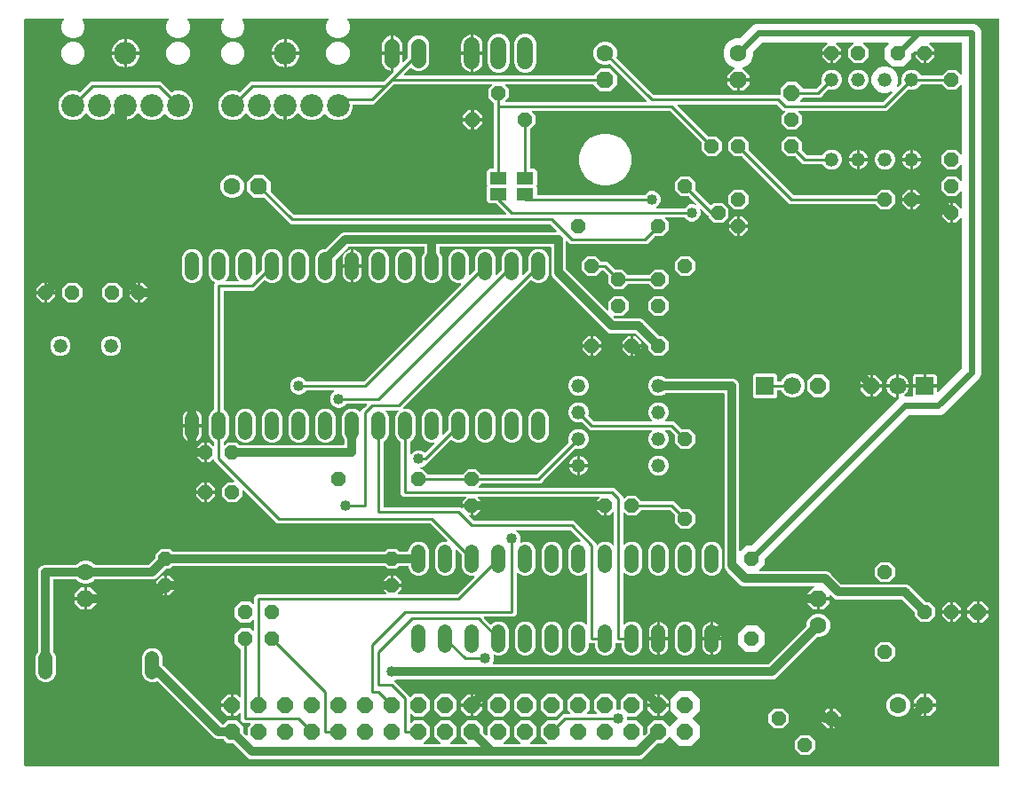
<source format=gbl>
G04 EAGLE Gerber RS-274X export*
G75*
%MOMM*%
%FSLAX34Y34*%
%LPD*%
%INBottom Copper*%
%IPPOS*%
%AMOC8*
5,1,8,0,0,1.08239X$1,22.5*%
G01*
%ADD10P,1.429621X8X292.500000*%
%ADD11P,1.732040X8X292.500000*%
%ADD12C,1.600200*%
%ADD13C,1.320800*%
%ADD14C,1.320800*%
%ADD15P,1.429621X8X22.500000*%
%ADD16P,1.429621X8X202.500000*%
%ADD17P,1.429621X8X112.500000*%
%ADD18C,1.422400*%
%ADD19C,2.184400*%
%ADD20P,1.649562X8X22.500000*%
%ADD21P,1.732040X8X22.500000*%
%ADD22P,1.732040X8X112.500000*%
%ADD23P,1.649562X8X202.500000*%
%ADD24C,1.524000*%
%ADD25R,1.600200X1.168400*%
%ADD26R,1.714500X1.714500*%
%ADD27C,1.676400*%
%ADD28P,1.539592X8X22.500000*%
%ADD29C,0.254000*%
%ADD30C,0.812800*%
%ADD31C,1.016000*%
%ADD32C,0.609600*%

G36*
X933978Y17784D02*
X933978Y17784D01*
X933997Y17782D01*
X934099Y17804D01*
X934201Y17820D01*
X934218Y17830D01*
X934238Y17834D01*
X934327Y17887D01*
X934418Y17936D01*
X934432Y17950D01*
X934449Y17960D01*
X934516Y18039D01*
X934588Y18114D01*
X934596Y18132D01*
X934609Y18147D01*
X934648Y18243D01*
X934691Y18337D01*
X934693Y18357D01*
X934701Y18375D01*
X934719Y18542D01*
X934719Y730758D01*
X934716Y730778D01*
X934718Y730797D01*
X934696Y730899D01*
X934680Y731001D01*
X934670Y731018D01*
X934666Y731038D01*
X934613Y731127D01*
X934564Y731218D01*
X934550Y731232D01*
X934540Y731249D01*
X934461Y731316D01*
X934386Y731388D01*
X934368Y731396D01*
X934353Y731409D01*
X934257Y731448D01*
X934163Y731491D01*
X934143Y731493D01*
X934125Y731501D01*
X933958Y731519D01*
X313489Y731519D01*
X313418Y731508D01*
X313347Y731506D01*
X313298Y731488D01*
X313246Y731480D01*
X313183Y731446D01*
X313116Y731421D01*
X313075Y731389D01*
X313029Y731364D01*
X312980Y731312D01*
X312924Y731268D01*
X312895Y731224D01*
X312860Y731186D01*
X312829Y731121D01*
X312791Y731061D01*
X312778Y731010D01*
X312756Y730963D01*
X312748Y730892D01*
X312731Y730822D01*
X312735Y730770D01*
X312729Y730719D01*
X312744Y730648D01*
X312750Y730577D01*
X312770Y730529D01*
X312781Y730478D01*
X312818Y730417D01*
X312846Y730351D01*
X312891Y730295D01*
X312907Y730267D01*
X312925Y730252D01*
X312951Y730220D01*
X313394Y729777D01*
X315081Y725704D01*
X315081Y721296D01*
X313394Y717223D01*
X310277Y714106D01*
X306204Y712419D01*
X301796Y712419D01*
X297723Y714106D01*
X294606Y717223D01*
X292919Y721296D01*
X292919Y725704D01*
X294606Y729777D01*
X295049Y730220D01*
X295091Y730278D01*
X295140Y730330D01*
X295162Y730377D01*
X295193Y730419D01*
X295214Y730488D01*
X295244Y730553D01*
X295250Y730605D01*
X295265Y730655D01*
X295263Y730726D01*
X295271Y730797D01*
X295260Y730848D01*
X295259Y730900D01*
X295234Y730968D01*
X295219Y731038D01*
X295192Y731083D01*
X295174Y731131D01*
X295130Y731187D01*
X295093Y731249D01*
X295053Y731283D01*
X295021Y731323D01*
X294960Y731362D01*
X294906Y731409D01*
X294857Y731428D01*
X294814Y731456D01*
X294744Y731474D01*
X294678Y731501D01*
X294606Y731509D01*
X294575Y731517D01*
X294552Y731515D01*
X294511Y731519D01*
X213489Y731519D01*
X213418Y731508D01*
X213347Y731506D01*
X213298Y731488D01*
X213246Y731480D01*
X213183Y731446D01*
X213116Y731421D01*
X213075Y731389D01*
X213029Y731364D01*
X212980Y731312D01*
X212924Y731268D01*
X212895Y731224D01*
X212860Y731186D01*
X212829Y731121D01*
X212791Y731061D01*
X212778Y731010D01*
X212756Y730963D01*
X212748Y730892D01*
X212731Y730822D01*
X212735Y730770D01*
X212729Y730719D01*
X212744Y730648D01*
X212750Y730577D01*
X212770Y730529D01*
X212781Y730478D01*
X212818Y730417D01*
X212846Y730351D01*
X212891Y730295D01*
X212907Y730267D01*
X212925Y730252D01*
X212951Y730220D01*
X213394Y729777D01*
X215081Y725704D01*
X215081Y721296D01*
X213394Y717223D01*
X210277Y714106D01*
X206204Y712419D01*
X201796Y712419D01*
X197723Y714106D01*
X194606Y717223D01*
X192919Y721296D01*
X192919Y725704D01*
X194606Y729777D01*
X195049Y730220D01*
X195091Y730278D01*
X195140Y730330D01*
X195162Y730377D01*
X195193Y730419D01*
X195214Y730488D01*
X195244Y730553D01*
X195250Y730605D01*
X195265Y730655D01*
X195263Y730726D01*
X195271Y730797D01*
X195260Y730848D01*
X195259Y730900D01*
X195234Y730968D01*
X195219Y731038D01*
X195192Y731083D01*
X195174Y731131D01*
X195130Y731187D01*
X195093Y731249D01*
X195053Y731283D01*
X195021Y731323D01*
X194960Y731362D01*
X194906Y731409D01*
X194857Y731428D01*
X194814Y731456D01*
X194744Y731474D01*
X194678Y731501D01*
X194606Y731509D01*
X194575Y731517D01*
X194552Y731515D01*
X194511Y731519D01*
X161089Y731519D01*
X161018Y731508D01*
X160947Y731506D01*
X160898Y731488D01*
X160846Y731480D01*
X160783Y731446D01*
X160716Y731421D01*
X160675Y731389D01*
X160629Y731364D01*
X160580Y731312D01*
X160524Y731268D01*
X160495Y731224D01*
X160460Y731186D01*
X160429Y731121D01*
X160391Y731061D01*
X160378Y731010D01*
X160356Y730963D01*
X160348Y730892D01*
X160331Y730822D01*
X160335Y730770D01*
X160329Y730719D01*
X160344Y730648D01*
X160350Y730577D01*
X160370Y730529D01*
X160381Y730478D01*
X160418Y730417D01*
X160446Y730351D01*
X160491Y730295D01*
X160507Y730267D01*
X160525Y730252D01*
X160551Y730220D01*
X160994Y729777D01*
X162681Y725704D01*
X162681Y721296D01*
X160994Y717223D01*
X157877Y714106D01*
X153804Y712419D01*
X149396Y712419D01*
X145323Y714106D01*
X142206Y717223D01*
X140519Y721296D01*
X140519Y725704D01*
X142206Y729777D01*
X142649Y730220D01*
X142691Y730278D01*
X142740Y730330D01*
X142762Y730377D01*
X142793Y730419D01*
X142814Y730488D01*
X142844Y730553D01*
X142850Y730605D01*
X142865Y730655D01*
X142863Y730726D01*
X142871Y730797D01*
X142860Y730848D01*
X142859Y730900D01*
X142834Y730968D01*
X142819Y731038D01*
X142792Y731083D01*
X142774Y731131D01*
X142730Y731187D01*
X142693Y731249D01*
X142653Y731283D01*
X142621Y731323D01*
X142560Y731362D01*
X142506Y731409D01*
X142457Y731428D01*
X142414Y731456D01*
X142344Y731474D01*
X142278Y731501D01*
X142206Y731509D01*
X142175Y731517D01*
X142152Y731515D01*
X142111Y731519D01*
X61089Y731519D01*
X61018Y731508D01*
X60947Y731506D01*
X60898Y731488D01*
X60846Y731480D01*
X60783Y731446D01*
X60716Y731421D01*
X60675Y731389D01*
X60629Y731364D01*
X60580Y731312D01*
X60524Y731268D01*
X60495Y731224D01*
X60460Y731186D01*
X60429Y731121D01*
X60391Y731061D01*
X60378Y731010D01*
X60356Y730963D01*
X60348Y730892D01*
X60331Y730822D01*
X60335Y730770D01*
X60329Y730719D01*
X60344Y730648D01*
X60350Y730577D01*
X60370Y730529D01*
X60381Y730478D01*
X60418Y730417D01*
X60446Y730351D01*
X60491Y730295D01*
X60507Y730267D01*
X60525Y730252D01*
X60551Y730220D01*
X60994Y729777D01*
X62681Y725704D01*
X62681Y721296D01*
X60994Y717223D01*
X57877Y714106D01*
X53804Y712419D01*
X49396Y712419D01*
X45323Y714106D01*
X42206Y717223D01*
X40519Y721296D01*
X40519Y725704D01*
X42206Y729777D01*
X42649Y730220D01*
X42691Y730278D01*
X42740Y730330D01*
X42762Y730377D01*
X42793Y730419D01*
X42814Y730488D01*
X42844Y730553D01*
X42850Y730605D01*
X42865Y730655D01*
X42863Y730726D01*
X42871Y730797D01*
X42860Y730848D01*
X42859Y730900D01*
X42834Y730968D01*
X42819Y731038D01*
X42792Y731083D01*
X42774Y731131D01*
X42730Y731187D01*
X42693Y731249D01*
X42653Y731283D01*
X42621Y731323D01*
X42560Y731362D01*
X42506Y731409D01*
X42457Y731428D01*
X42414Y731456D01*
X42344Y731474D01*
X42278Y731501D01*
X42206Y731509D01*
X42175Y731517D01*
X42152Y731515D01*
X42111Y731519D01*
X5842Y731519D01*
X5822Y731516D01*
X5803Y731518D01*
X5701Y731496D01*
X5599Y731480D01*
X5582Y731470D01*
X5562Y731466D01*
X5473Y731413D01*
X5382Y731364D01*
X5368Y731350D01*
X5351Y731340D01*
X5284Y731261D01*
X5212Y731186D01*
X5204Y731168D01*
X5191Y731153D01*
X5152Y731057D01*
X5109Y730963D01*
X5107Y730943D01*
X5099Y730925D01*
X5081Y730758D01*
X5081Y18542D01*
X5084Y18522D01*
X5082Y18503D01*
X5104Y18401D01*
X5120Y18299D01*
X5130Y18282D01*
X5134Y18262D01*
X5187Y18173D01*
X5236Y18082D01*
X5250Y18068D01*
X5260Y18051D01*
X5339Y17984D01*
X5414Y17912D01*
X5432Y17904D01*
X5447Y17891D01*
X5543Y17852D01*
X5637Y17809D01*
X5657Y17807D01*
X5675Y17799D01*
X5842Y17781D01*
X933958Y17781D01*
X933978Y17784D01*
G37*
%LPC*%
G36*
X220835Y24637D02*
X220835Y24637D01*
X218221Y25720D01*
X216113Y27828D01*
X204033Y39908D01*
X203959Y39961D01*
X203889Y40021D01*
X203859Y40033D01*
X203833Y40052D01*
X203746Y40079D01*
X203661Y40113D01*
X203620Y40117D01*
X203598Y40124D01*
X203566Y40123D01*
X203495Y40131D01*
X198781Y40131D01*
X195448Y43464D01*
X195374Y43517D01*
X195304Y43577D01*
X195274Y43589D01*
X195248Y43608D01*
X195161Y43635D01*
X195076Y43669D01*
X195035Y43673D01*
X195013Y43680D01*
X194981Y43679D01*
X194910Y43687D01*
X189085Y43687D01*
X186471Y44770D01*
X184363Y46878D01*
X132305Y98937D01*
X132210Y99005D01*
X132116Y99074D01*
X132110Y99076D01*
X132105Y99080D01*
X131994Y99114D01*
X131882Y99151D01*
X131876Y99151D01*
X131870Y99152D01*
X131753Y99149D01*
X131636Y99148D01*
X131629Y99146D01*
X131624Y99146D01*
X131606Y99140D01*
X131475Y99102D01*
X128920Y98043D01*
X125080Y98043D01*
X121532Y99513D01*
X118817Y102228D01*
X117347Y105776D01*
X117347Y122824D01*
X118817Y126372D01*
X121532Y129087D01*
X125080Y130557D01*
X128920Y130557D01*
X132468Y129087D01*
X135183Y126372D01*
X136653Y122824D01*
X136653Y115021D01*
X136667Y114931D01*
X136675Y114840D01*
X136687Y114811D01*
X136692Y114779D01*
X136735Y114698D01*
X136771Y114614D01*
X136797Y114582D01*
X136808Y114561D01*
X136831Y114539D01*
X136876Y114483D01*
X193223Y58136D01*
X193297Y58083D01*
X193367Y58023D01*
X193397Y58011D01*
X193423Y57992D01*
X193510Y57965D01*
X193595Y57931D01*
X193636Y57927D01*
X193658Y57920D01*
X193690Y57921D01*
X193761Y57913D01*
X194910Y57913D01*
X195000Y57927D01*
X195091Y57935D01*
X195120Y57947D01*
X195152Y57952D01*
X195233Y57995D01*
X195317Y58031D01*
X195349Y58057D01*
X195370Y58068D01*
X195392Y58091D01*
X195448Y58136D01*
X198781Y61469D01*
X207619Y61469D01*
X213869Y55219D01*
X213869Y50505D01*
X213871Y50489D01*
X213870Y50475D01*
X213884Y50410D01*
X213891Y50324D01*
X213903Y50295D01*
X213908Y50263D01*
X213921Y50239D01*
X213922Y50235D01*
X213934Y50215D01*
X213951Y50182D01*
X213987Y50098D01*
X214013Y50066D01*
X214024Y50045D01*
X214047Y50023D01*
X214092Y49967D01*
X216632Y47427D01*
X216690Y47385D01*
X216742Y47336D01*
X216789Y47314D01*
X216831Y47284D01*
X216900Y47263D01*
X216965Y47232D01*
X217017Y47227D01*
X217067Y47211D01*
X217138Y47213D01*
X217209Y47205D01*
X217260Y47216D01*
X217312Y47218D01*
X217380Y47242D01*
X217450Y47257D01*
X217494Y47284D01*
X217543Y47302D01*
X217599Y47347D01*
X217661Y47384D01*
X217695Y47423D01*
X217735Y47456D01*
X217774Y47516D01*
X217821Y47571D01*
X217840Y47619D01*
X217868Y47663D01*
X217886Y47732D01*
X217913Y47799D01*
X217921Y47870D01*
X217929Y47901D01*
X217927Y47925D01*
X217931Y47965D01*
X217931Y55219D01*
X220594Y57882D01*
X220636Y57940D01*
X220685Y57992D01*
X220707Y58039D01*
X220737Y58081D01*
X220759Y58150D01*
X220789Y58215D01*
X220794Y58267D01*
X220810Y58317D01*
X220808Y58388D01*
X220816Y58459D01*
X220805Y58510D01*
X220803Y58562D01*
X220779Y58630D01*
X220764Y58700D01*
X220737Y58745D01*
X220719Y58793D01*
X220674Y58849D01*
X220637Y58911D01*
X220598Y58945D01*
X220565Y58985D01*
X220505Y59024D01*
X220450Y59071D01*
X220402Y59090D01*
X220358Y59118D01*
X220289Y59136D01*
X220222Y59163D01*
X220151Y59171D01*
X220120Y59179D01*
X220097Y59177D01*
X220056Y59181D01*
X214111Y59181D01*
X211581Y61711D01*
X211581Y68374D01*
X211570Y68445D01*
X211568Y68516D01*
X211550Y68565D01*
X211542Y68617D01*
X211508Y68680D01*
X211483Y68747D01*
X211451Y68788D01*
X211426Y68834D01*
X211374Y68884D01*
X211330Y68940D01*
X211286Y68968D01*
X211248Y69004D01*
X211183Y69034D01*
X211123Y69073D01*
X211072Y69085D01*
X211025Y69107D01*
X210954Y69115D01*
X210884Y69133D01*
X210832Y69129D01*
X210781Y69134D01*
X210710Y69119D01*
X210639Y69113D01*
X210591Y69093D01*
X210540Y69082D01*
X210479Y69045D01*
X210413Y69017D01*
X210357Y68972D01*
X210329Y68956D01*
X210314Y68938D01*
X210282Y68912D01*
X207409Y66039D01*
X204723Y66039D01*
X204723Y75438D01*
X204720Y75458D01*
X204722Y75477D01*
X204700Y75579D01*
X204683Y75681D01*
X204674Y75698D01*
X204670Y75718D01*
X204617Y75807D01*
X204568Y75898D01*
X204554Y75912D01*
X204544Y75929D01*
X204465Y75996D01*
X204390Y76067D01*
X204372Y76076D01*
X204357Y76089D01*
X204261Y76127D01*
X204167Y76171D01*
X204147Y76173D01*
X204129Y76181D01*
X203962Y76199D01*
X203199Y76199D01*
X203199Y76201D01*
X203962Y76201D01*
X203982Y76204D01*
X204001Y76202D01*
X204103Y76224D01*
X204205Y76241D01*
X204222Y76250D01*
X204242Y76254D01*
X204331Y76307D01*
X204422Y76356D01*
X204436Y76370D01*
X204453Y76380D01*
X204520Y76459D01*
X204591Y76534D01*
X204600Y76552D01*
X204613Y76567D01*
X204652Y76663D01*
X204695Y76757D01*
X204697Y76777D01*
X204705Y76795D01*
X204723Y76962D01*
X204723Y86361D01*
X207409Y86361D01*
X210282Y83488D01*
X210340Y83446D01*
X210392Y83396D01*
X210439Y83375D01*
X210481Y83344D01*
X210550Y83323D01*
X210615Y83293D01*
X210667Y83287D01*
X210717Y83272D01*
X210788Y83274D01*
X210859Y83266D01*
X210910Y83277D01*
X210962Y83278D01*
X211030Y83303D01*
X211100Y83318D01*
X211145Y83345D01*
X211193Y83363D01*
X211249Y83407D01*
X211311Y83444D01*
X211345Y83484D01*
X211385Y83516D01*
X211424Y83577D01*
X211471Y83631D01*
X211490Y83679D01*
X211518Y83723D01*
X211536Y83793D01*
X211563Y83859D01*
X211571Y83931D01*
X211579Y83962D01*
X211577Y83985D01*
X211581Y84026D01*
X211581Y129334D01*
X211567Y129424D01*
X211559Y129515D01*
X211547Y129545D01*
X211542Y129577D01*
X211499Y129657D01*
X211463Y129741D01*
X211437Y129773D01*
X211426Y129794D01*
X211403Y129816D01*
X211358Y129872D01*
X205739Y135491D01*
X205739Y143909D01*
X211691Y149861D01*
X220109Y149861D01*
X222982Y146988D01*
X223040Y146946D01*
X223092Y146896D01*
X223139Y146875D01*
X223181Y146844D01*
X223250Y146823D01*
X223315Y146793D01*
X223367Y146787D01*
X223417Y146772D01*
X223488Y146774D01*
X223559Y146766D01*
X223610Y146777D01*
X223662Y146778D01*
X223730Y146803D01*
X223800Y146818D01*
X223845Y146845D01*
X223893Y146863D01*
X223949Y146907D01*
X224011Y146944D01*
X224045Y146984D01*
X224085Y147016D01*
X224124Y147077D01*
X224171Y147131D01*
X224190Y147179D01*
X224218Y147223D01*
X224236Y147293D01*
X224263Y147359D01*
X224271Y147431D01*
X224279Y147462D01*
X224277Y147485D01*
X224281Y147526D01*
X224281Y157274D01*
X224270Y157345D01*
X224268Y157416D01*
X224250Y157465D01*
X224242Y157517D01*
X224208Y157580D01*
X224183Y157647D01*
X224151Y157688D01*
X224126Y157734D01*
X224074Y157784D01*
X224030Y157840D01*
X223986Y157868D01*
X223948Y157904D01*
X223883Y157934D01*
X223823Y157973D01*
X223772Y157985D01*
X223725Y158007D01*
X223654Y158015D01*
X223584Y158033D01*
X223532Y158029D01*
X223481Y158034D01*
X223410Y158019D01*
X223339Y158013D01*
X223291Y157993D01*
X223240Y157982D01*
X223179Y157945D01*
X223113Y157917D01*
X223057Y157872D01*
X223029Y157856D01*
X223014Y157838D01*
X222982Y157812D01*
X220109Y154939D01*
X211691Y154939D01*
X205739Y160891D01*
X205739Y169309D01*
X211691Y175261D01*
X220109Y175261D01*
X222982Y172388D01*
X223040Y172346D01*
X223092Y172296D01*
X223139Y172275D01*
X223181Y172244D01*
X223250Y172223D01*
X223315Y172193D01*
X223367Y172187D01*
X223417Y172172D01*
X223488Y172174D01*
X223559Y172166D01*
X223610Y172177D01*
X223662Y172178D01*
X223730Y172203D01*
X223800Y172218D01*
X223845Y172245D01*
X223893Y172263D01*
X223949Y172307D01*
X224011Y172344D01*
X224045Y172384D01*
X224085Y172416D01*
X224124Y172477D01*
X224171Y172531D01*
X224190Y172579D01*
X224218Y172623D01*
X224236Y172693D01*
X224263Y172759D01*
X224271Y172831D01*
X224279Y172862D01*
X224277Y172885D01*
X224281Y172926D01*
X224281Y179589D01*
X226811Y182119D01*
X349211Y182119D01*
X349282Y182130D01*
X349353Y182132D01*
X349402Y182150D01*
X349454Y182158D01*
X349517Y182192D01*
X349584Y182217D01*
X349625Y182249D01*
X349671Y182274D01*
X349720Y182326D01*
X349776Y182370D01*
X349805Y182414D01*
X349840Y182452D01*
X349871Y182517D01*
X349909Y182577D01*
X349922Y182628D01*
X349944Y182675D01*
X349952Y182746D01*
X349969Y182816D01*
X349965Y182868D01*
X349971Y182919D01*
X349956Y182990D01*
X349950Y183061D01*
X349930Y183109D01*
X349919Y183160D01*
X349882Y183221D01*
X349854Y183287D01*
X349809Y183343D01*
X349793Y183371D01*
X349775Y183386D01*
X349749Y183418D01*
X346455Y186712D01*
X346455Y188977D01*
X354838Y188977D01*
X354858Y188980D01*
X354877Y188978D01*
X354979Y189000D01*
X355081Y189017D01*
X355098Y189026D01*
X355118Y189030D01*
X355207Y189083D01*
X355298Y189132D01*
X355312Y189146D01*
X355329Y189156D01*
X355396Y189235D01*
X355467Y189310D01*
X355476Y189328D01*
X355489Y189343D01*
X355527Y189439D01*
X355571Y189533D01*
X355573Y189553D01*
X355581Y189571D01*
X355599Y189738D01*
X355599Y190501D01*
X355601Y190501D01*
X355601Y189738D01*
X355604Y189718D01*
X355602Y189699D01*
X355624Y189597D01*
X355641Y189495D01*
X355650Y189478D01*
X355654Y189458D01*
X355707Y189369D01*
X355756Y189278D01*
X355770Y189264D01*
X355780Y189247D01*
X355859Y189180D01*
X355934Y189109D01*
X355952Y189100D01*
X355967Y189087D01*
X356063Y189048D01*
X356157Y189005D01*
X356177Y189003D01*
X356195Y188995D01*
X356362Y188977D01*
X364745Y188977D01*
X364745Y186712D01*
X361451Y183418D01*
X361409Y183360D01*
X361360Y183308D01*
X361338Y183261D01*
X361307Y183219D01*
X361286Y183150D01*
X361256Y183085D01*
X361250Y183033D01*
X361235Y182983D01*
X361237Y182912D01*
X361229Y182841D01*
X361240Y182790D01*
X361241Y182738D01*
X361266Y182670D01*
X361281Y182600D01*
X361308Y182555D01*
X361326Y182507D01*
X361371Y182451D01*
X361407Y182389D01*
X361447Y182355D01*
X361479Y182315D01*
X361540Y182276D01*
X361594Y182229D01*
X361643Y182210D01*
X361686Y182182D01*
X361756Y182164D01*
X361822Y182137D01*
X361894Y182129D01*
X361925Y182121D01*
X361948Y182123D01*
X361989Y182119D01*
X416996Y182119D01*
X417086Y182133D01*
X417177Y182141D01*
X417207Y182153D01*
X417239Y182158D01*
X417319Y182201D01*
X417403Y182237D01*
X417435Y182263D01*
X417456Y182274D01*
X417478Y182297D01*
X417534Y182342D01*
X433536Y198344D01*
X433578Y198402D01*
X433627Y198454D01*
X433649Y198501D01*
X433680Y198543D01*
X433701Y198612D01*
X433731Y198677D01*
X433737Y198729D01*
X433752Y198779D01*
X433750Y198850D01*
X433758Y198921D01*
X433747Y198972D01*
X433746Y199024D01*
X433721Y199092D01*
X433706Y199162D01*
X433679Y199206D01*
X433661Y199255D01*
X433616Y199311D01*
X433580Y199373D01*
X433540Y199407D01*
X433508Y199447D01*
X433447Y199486D01*
X433393Y199533D01*
X433344Y199552D01*
X433301Y199580D01*
X433231Y199598D01*
X433165Y199625D01*
X433093Y199633D01*
X433062Y199641D01*
X433039Y199639D01*
X432998Y199643D01*
X429880Y199643D01*
X426332Y201113D01*
X423617Y203828D01*
X422147Y207376D01*
X422147Y219130D01*
X422133Y219220D01*
X422125Y219311D01*
X422113Y219341D01*
X422108Y219373D01*
X422065Y219453D01*
X422029Y219537D01*
X422003Y219569D01*
X421992Y219590D01*
X421969Y219612D01*
X421924Y219668D01*
X417352Y224240D01*
X417294Y224282D01*
X417242Y224331D01*
X417195Y224353D01*
X417153Y224384D01*
X417084Y224405D01*
X417019Y224435D01*
X416967Y224441D01*
X416917Y224456D01*
X416846Y224454D01*
X416775Y224462D01*
X416724Y224451D01*
X416672Y224450D01*
X416604Y224425D01*
X416534Y224410D01*
X416490Y224383D01*
X416441Y224365D01*
X416385Y224320D01*
X416323Y224284D01*
X416289Y224244D01*
X416249Y224212D01*
X416210Y224151D01*
X416163Y224097D01*
X416144Y224048D01*
X416116Y224005D01*
X416098Y223935D01*
X416071Y223869D01*
X416063Y223797D01*
X416055Y223766D01*
X416057Y223743D01*
X416053Y223702D01*
X416053Y207376D01*
X414583Y203828D01*
X411868Y201113D01*
X408320Y199643D01*
X404480Y199643D01*
X400932Y201113D01*
X398217Y203828D01*
X396747Y207376D01*
X396747Y224424D01*
X398217Y227972D01*
X400932Y230687D01*
X404480Y232157D01*
X407598Y232157D01*
X407669Y232168D01*
X407740Y232170D01*
X407789Y232188D01*
X407841Y232196D01*
X407904Y232230D01*
X407971Y232255D01*
X408012Y232287D01*
X408058Y232312D01*
X408107Y232364D01*
X408163Y232408D01*
X408192Y232452D01*
X408227Y232490D01*
X408258Y232555D01*
X408296Y232615D01*
X408309Y232666D01*
X408331Y232713D01*
X408339Y232784D01*
X408356Y232854D01*
X408352Y232906D01*
X408358Y232957D01*
X408343Y233028D01*
X408337Y233099D01*
X408317Y233147D01*
X408306Y233198D01*
X408269Y233259D01*
X408241Y233325D01*
X408196Y233381D01*
X408180Y233409D01*
X408162Y233424D01*
X408136Y233456D01*
X392134Y249458D01*
X392060Y249511D01*
X391991Y249571D01*
X391961Y249583D01*
X391934Y249602D01*
X391847Y249629D01*
X391763Y249663D01*
X391722Y249667D01*
X391699Y249674D01*
X391667Y249673D01*
X391596Y249681D01*
X245861Y249681D01*
X214152Y281390D01*
X214094Y281432D01*
X214042Y281481D01*
X213995Y281503D01*
X213953Y281534D01*
X213884Y281555D01*
X213819Y281585D01*
X213767Y281591D01*
X213717Y281606D01*
X213646Y281604D01*
X213575Y281612D01*
X213524Y281601D01*
X213472Y281600D01*
X213404Y281575D01*
X213334Y281560D01*
X213289Y281533D01*
X213241Y281515D01*
X213185Y281470D01*
X213123Y281434D01*
X213089Y281394D01*
X213049Y281362D01*
X213010Y281301D01*
X212963Y281247D01*
X212944Y281198D01*
X212916Y281155D01*
X212898Y281085D01*
X212871Y281019D01*
X212863Y280947D01*
X212855Y280916D01*
X212857Y280893D01*
X212853Y280852D01*
X212853Y275402D01*
X207198Y269747D01*
X199202Y269747D01*
X193547Y275402D01*
X193547Y283398D01*
X199202Y289053D01*
X204652Y289053D01*
X204723Y289064D01*
X204794Y289066D01*
X204843Y289084D01*
X204895Y289092D01*
X204958Y289126D01*
X205025Y289151D01*
X205066Y289183D01*
X205112Y289208D01*
X205161Y289260D01*
X205217Y289304D01*
X205246Y289348D01*
X205281Y289386D01*
X205312Y289451D01*
X205350Y289511D01*
X205363Y289562D01*
X205385Y289609D01*
X205393Y289680D01*
X205410Y289750D01*
X205406Y289802D01*
X205412Y289853D01*
X205397Y289924D01*
X205391Y289995D01*
X205371Y290043D01*
X205360Y290094D01*
X205323Y290155D01*
X205295Y290221D01*
X205250Y290277D01*
X205234Y290305D01*
X205216Y290320D01*
X205190Y290352D01*
X188934Y306608D01*
X186181Y309361D01*
X186181Y311111D01*
X186170Y311182D01*
X186168Y311253D01*
X186150Y311302D01*
X186142Y311354D01*
X186108Y311417D01*
X186083Y311484D01*
X186051Y311525D01*
X186026Y311571D01*
X185974Y311620D01*
X185930Y311676D01*
X185886Y311705D01*
X185848Y311740D01*
X185783Y311771D01*
X185723Y311809D01*
X185672Y311822D01*
X185625Y311844D01*
X185554Y311852D01*
X185484Y311869D01*
X185432Y311865D01*
X185381Y311871D01*
X185310Y311856D01*
X185239Y311850D01*
X185191Y311830D01*
X185140Y311819D01*
X185079Y311782D01*
X185013Y311754D01*
X184957Y311709D01*
X184929Y311693D01*
X184914Y311675D01*
X184882Y311649D01*
X181588Y308355D01*
X179323Y308355D01*
X179323Y316738D01*
X179320Y316758D01*
X179322Y316777D01*
X179300Y316879D01*
X179283Y316981D01*
X179274Y316998D01*
X179270Y317018D01*
X179217Y317107D01*
X179168Y317198D01*
X179154Y317212D01*
X179144Y317229D01*
X179065Y317296D01*
X178990Y317367D01*
X178972Y317376D01*
X178957Y317389D01*
X178861Y317427D01*
X178767Y317471D01*
X178747Y317473D01*
X178729Y317481D01*
X178562Y317499D01*
X177799Y317499D01*
X177799Y317501D01*
X178562Y317501D01*
X178582Y317504D01*
X178601Y317502D01*
X178703Y317524D01*
X178805Y317541D01*
X178822Y317550D01*
X178842Y317554D01*
X178931Y317607D01*
X179022Y317656D01*
X179036Y317670D01*
X179053Y317680D01*
X179120Y317759D01*
X179191Y317834D01*
X179200Y317852D01*
X179213Y317867D01*
X179252Y317963D01*
X179295Y318057D01*
X179297Y318077D01*
X179305Y318095D01*
X179323Y318262D01*
X179323Y326645D01*
X181588Y326645D01*
X184882Y323351D01*
X184940Y323309D01*
X184992Y323260D01*
X185039Y323238D01*
X185081Y323207D01*
X185150Y323186D01*
X185215Y323156D01*
X185267Y323150D01*
X185317Y323135D01*
X185388Y323137D01*
X185459Y323129D01*
X185510Y323140D01*
X185562Y323141D01*
X185630Y323166D01*
X185700Y323181D01*
X185745Y323208D01*
X185793Y323226D01*
X185849Y323271D01*
X185911Y323307D01*
X185945Y323347D01*
X185985Y323379D01*
X186024Y323440D01*
X186071Y323494D01*
X186090Y323543D01*
X186118Y323586D01*
X186136Y323656D01*
X186163Y323722D01*
X186171Y323794D01*
X186179Y323825D01*
X186177Y323848D01*
X186181Y323889D01*
X186181Y327128D01*
X186162Y327243D01*
X186145Y327359D01*
X186143Y327365D01*
X186142Y327371D01*
X186087Y327473D01*
X186034Y327578D01*
X186029Y327583D01*
X186026Y327588D01*
X185942Y327668D01*
X185858Y327751D01*
X185852Y327754D01*
X185848Y327758D01*
X185831Y327766D01*
X185711Y327832D01*
X185032Y328113D01*
X182317Y330828D01*
X180847Y334376D01*
X180847Y351424D01*
X182317Y354972D01*
X185032Y357687D01*
X185711Y357968D01*
X185811Y358030D01*
X185911Y358090D01*
X185915Y358095D01*
X185920Y358098D01*
X185995Y358189D01*
X186071Y358277D01*
X186073Y358283D01*
X186077Y358288D01*
X186119Y358396D01*
X186163Y358505D01*
X186164Y358513D01*
X186165Y358517D01*
X186166Y358535D01*
X186181Y358672D01*
X186181Y478039D01*
X186788Y478646D01*
X186815Y478683D01*
X186849Y478714D01*
X186887Y478783D01*
X186932Y478846D01*
X186945Y478890D01*
X186968Y478930D01*
X186981Y479007D01*
X187004Y479081D01*
X187003Y479127D01*
X187011Y479172D01*
X187000Y479249D01*
X186998Y479327D01*
X186982Y479370D01*
X186976Y479415D01*
X186940Y479485D01*
X186914Y479558D01*
X186885Y479594D01*
X186864Y479635D01*
X186808Y479689D01*
X186760Y479750D01*
X186721Y479775D01*
X186688Y479807D01*
X186569Y479873D01*
X186553Y479883D01*
X186548Y479884D01*
X186541Y479888D01*
X185032Y480513D01*
X182317Y483228D01*
X180847Y486776D01*
X180847Y503824D01*
X182317Y507372D01*
X185032Y510087D01*
X188580Y511557D01*
X192420Y511557D01*
X195968Y510087D01*
X198683Y507372D01*
X200153Y503824D01*
X200153Y486776D01*
X198683Y483228D01*
X197323Y481868D01*
X197281Y481810D01*
X197232Y481758D01*
X197210Y481711D01*
X197180Y481669D01*
X197159Y481600D01*
X197128Y481535D01*
X197123Y481483D01*
X197107Y481433D01*
X197109Y481362D01*
X197101Y481291D01*
X197112Y481240D01*
X197114Y481188D01*
X197138Y481120D01*
X197154Y481050D01*
X197180Y481005D01*
X197198Y480957D01*
X197243Y480901D01*
X197280Y480839D01*
X197319Y480805D01*
X197352Y480765D01*
X197412Y480726D01*
X197467Y480679D01*
X197515Y480660D01*
X197559Y480632D01*
X197628Y480614D01*
X197695Y480587D01*
X197766Y480579D01*
X197797Y480571D01*
X197821Y480573D01*
X197862Y480569D01*
X208538Y480569D01*
X208609Y480580D01*
X208681Y480582D01*
X208730Y480600D01*
X208781Y480608D01*
X208845Y480642D01*
X208912Y480667D01*
X208953Y480699D01*
X208999Y480724D01*
X209048Y480776D01*
X209104Y480820D01*
X209132Y480864D01*
X209168Y480902D01*
X209198Y480967D01*
X209237Y481027D01*
X209250Y481078D01*
X209272Y481125D01*
X209279Y481196D01*
X209297Y481266D01*
X209293Y481318D01*
X209299Y481369D01*
X209283Y481440D01*
X209278Y481511D01*
X209258Y481559D01*
X209246Y481610D01*
X209210Y481671D01*
X209182Y481737D01*
X209137Y481793D01*
X209120Y481821D01*
X209102Y481836D01*
X209077Y481868D01*
X207717Y483228D01*
X206247Y486776D01*
X206247Y503824D01*
X207717Y507372D01*
X210432Y510087D01*
X213980Y511557D01*
X217820Y511557D01*
X221368Y510087D01*
X224083Y507372D01*
X225553Y503824D01*
X225553Y487498D01*
X225564Y487427D01*
X225566Y487356D01*
X225584Y487307D01*
X225592Y487255D01*
X225626Y487192D01*
X225651Y487125D01*
X225683Y487084D01*
X225708Y487038D01*
X225759Y486989D01*
X225804Y486933D01*
X225848Y486904D01*
X225886Y486869D01*
X225951Y486838D01*
X226011Y486800D01*
X226062Y486787D01*
X226109Y486765D01*
X226180Y486757D01*
X226250Y486740D01*
X226302Y486744D01*
X226353Y486738D01*
X226424Y486753D01*
X226495Y486759D01*
X226543Y486779D01*
X226594Y486790D01*
X226655Y486827D01*
X226721Y486855D01*
X226777Y486900D01*
X226805Y486916D01*
X226820Y486934D01*
X226852Y486960D01*
X231424Y491532D01*
X231471Y491597D01*
X231485Y491611D01*
X231488Y491618D01*
X231537Y491675D01*
X231549Y491705D01*
X231568Y491732D01*
X231595Y491819D01*
X231629Y491903D01*
X231633Y491944D01*
X231640Y491967D01*
X231639Y491999D01*
X231647Y492070D01*
X231647Y503824D01*
X233117Y507372D01*
X235832Y510087D01*
X239380Y511557D01*
X243220Y511557D01*
X246768Y510087D01*
X249483Y507372D01*
X250953Y503824D01*
X250953Y486776D01*
X249483Y483228D01*
X246768Y480513D01*
X243220Y479043D01*
X239380Y479043D01*
X235832Y480513D01*
X234765Y481580D01*
X234748Y481592D01*
X234736Y481608D01*
X234649Y481664D01*
X234565Y481724D01*
X234546Y481730D01*
X234529Y481741D01*
X234429Y481766D01*
X234330Y481796D01*
X234310Y481796D01*
X234291Y481801D01*
X234188Y481793D01*
X234084Y481790D01*
X234065Y481783D01*
X234045Y481782D01*
X233950Y481741D01*
X233853Y481706D01*
X233837Y481693D01*
X233819Y481685D01*
X233688Y481580D01*
X224039Y471931D01*
X195580Y471931D01*
X195560Y471928D01*
X195541Y471930D01*
X195439Y471908D01*
X195337Y471892D01*
X195320Y471882D01*
X195300Y471878D01*
X195211Y471825D01*
X195120Y471776D01*
X195106Y471762D01*
X195089Y471752D01*
X195022Y471673D01*
X194950Y471598D01*
X194942Y471580D01*
X194929Y471565D01*
X194890Y471469D01*
X194847Y471375D01*
X194845Y471355D01*
X194837Y471337D01*
X194819Y471170D01*
X194819Y358672D01*
X194838Y358557D01*
X194855Y358441D01*
X194857Y358435D01*
X194858Y358429D01*
X194913Y358327D01*
X194966Y358222D01*
X194971Y358217D01*
X194974Y358212D01*
X195058Y358132D01*
X195142Y358049D01*
X195148Y358046D01*
X195152Y358042D01*
X195169Y358034D01*
X195289Y357968D01*
X195968Y357687D01*
X198683Y354972D01*
X200153Y351424D01*
X200153Y334376D01*
X198683Y330828D01*
X195968Y328113D01*
X195289Y327832D01*
X195189Y327770D01*
X195089Y327710D01*
X195085Y327705D01*
X195080Y327702D01*
X195004Y327611D01*
X194929Y327523D01*
X194927Y327517D01*
X194923Y327512D01*
X194881Y327403D01*
X194837Y327295D01*
X194836Y327287D01*
X194835Y327283D01*
X194834Y327265D01*
X194819Y327128D01*
X194819Y324608D01*
X194830Y324537D01*
X194832Y324465D01*
X194850Y324416D01*
X194858Y324365D01*
X194892Y324301D01*
X194917Y324234D01*
X194949Y324193D01*
X194974Y324147D01*
X195026Y324098D01*
X195070Y324042D01*
X195114Y324014D01*
X195152Y323978D01*
X195217Y323948D01*
X195277Y323909D01*
X195328Y323896D01*
X195375Y323874D01*
X195446Y323867D01*
X195516Y323849D01*
X195568Y323853D01*
X195619Y323847D01*
X195690Y323863D01*
X195761Y323868D01*
X195809Y323888D01*
X195860Y323900D01*
X195921Y323936D01*
X195987Y323964D01*
X196043Y324009D01*
X196071Y324026D01*
X196086Y324044D01*
X196118Y324069D01*
X199202Y327153D01*
X207198Y327153D01*
X209515Y324836D01*
X209589Y324783D01*
X209659Y324723D01*
X209689Y324711D01*
X209715Y324692D01*
X209802Y324665D01*
X209887Y324631D01*
X209928Y324627D01*
X209950Y324620D01*
X209982Y324621D01*
X210054Y324613D01*
X309626Y324613D01*
X309646Y324616D01*
X309665Y324614D01*
X309767Y324636D01*
X309869Y324652D01*
X309886Y324662D01*
X309906Y324666D01*
X309995Y324719D01*
X310086Y324768D01*
X310100Y324782D01*
X310117Y324792D01*
X310184Y324871D01*
X310256Y324946D01*
X310264Y324964D01*
X310277Y324979D01*
X310316Y325075D01*
X310359Y325169D01*
X310361Y325189D01*
X310369Y325207D01*
X310387Y325374D01*
X310387Y329442D01*
X310373Y329533D01*
X310365Y329623D01*
X310353Y329653D01*
X310348Y329685D01*
X310305Y329766D01*
X310269Y329850D01*
X310243Y329882D01*
X310232Y329903D01*
X310209Y329925D01*
X310164Y329981D01*
X309317Y330828D01*
X307847Y334376D01*
X307847Y351424D01*
X309317Y354972D01*
X312032Y357687D01*
X315580Y359157D01*
X319420Y359157D01*
X322968Y357687D01*
X324582Y356073D01*
X324640Y356031D01*
X324692Y355982D01*
X324739Y355960D01*
X324781Y355930D01*
X324850Y355909D01*
X324915Y355878D01*
X324967Y355873D01*
X325017Y355857D01*
X325088Y355859D01*
X325159Y355851D01*
X325210Y355862D01*
X325262Y355864D01*
X325330Y355888D01*
X325400Y355904D01*
X325445Y355930D01*
X325493Y355948D01*
X325549Y355993D01*
X325611Y356030D01*
X325645Y356069D01*
X325685Y356102D01*
X325724Y356162D01*
X325771Y356217D01*
X325790Y356265D01*
X325818Y356309D01*
X325836Y356378D01*
X325863Y356445D01*
X325871Y356516D01*
X325879Y356547D01*
X325877Y356571D01*
X325881Y356612D01*
X325881Y357389D01*
X328634Y360142D01*
X331174Y362682D01*
X331216Y362740D01*
X331265Y362792D01*
X331287Y362839D01*
X331318Y362881D01*
X331339Y362950D01*
X331369Y363015D01*
X331375Y363067D01*
X331390Y363117D01*
X331388Y363188D01*
X331396Y363259D01*
X331385Y363310D01*
X331384Y363362D01*
X331359Y363430D01*
X331344Y363500D01*
X331317Y363545D01*
X331299Y363593D01*
X331254Y363649D01*
X331218Y363711D01*
X331178Y363745D01*
X331146Y363785D01*
X331085Y363824D01*
X331031Y363871D01*
X330982Y363890D01*
X330939Y363918D01*
X330869Y363936D01*
X330803Y363963D01*
X330731Y363971D01*
X330700Y363979D01*
X330677Y363977D01*
X330636Y363981D01*
X312292Y363981D01*
X312202Y363967D01*
X312111Y363959D01*
X312082Y363947D01*
X312050Y363942D01*
X311969Y363899D01*
X311885Y363863D01*
X311853Y363837D01*
X311832Y363826D01*
X311810Y363803D01*
X311754Y363758D01*
X309405Y361409D01*
X306417Y360171D01*
X303183Y360171D01*
X300195Y361409D01*
X297909Y363695D01*
X296671Y366683D01*
X296671Y369917D01*
X297909Y372905D01*
X300195Y375191D01*
X300257Y375217D01*
X300340Y375268D01*
X300426Y375314D01*
X300444Y375332D01*
X300466Y375346D01*
X300528Y375421D01*
X300595Y375492D01*
X300606Y375516D01*
X300623Y375536D01*
X300658Y375627D01*
X300699Y375715D01*
X300702Y375741D01*
X300711Y375765D01*
X300715Y375863D01*
X300726Y375959D01*
X300720Y375985D01*
X300722Y376011D01*
X300694Y376105D01*
X300674Y376200D01*
X300660Y376222D01*
X300653Y376247D01*
X300598Y376327D01*
X300548Y376411D01*
X300528Y376428D01*
X300513Y376449D01*
X300435Y376507D01*
X300361Y376571D01*
X300336Y376581D01*
X300315Y376596D01*
X300223Y376626D01*
X300132Y376663D01*
X300100Y376666D01*
X300082Y376672D01*
X300049Y376672D01*
X299966Y376681D01*
X274192Y376681D01*
X274102Y376667D01*
X274011Y376659D01*
X273982Y376647D01*
X273950Y376642D01*
X273869Y376599D01*
X273785Y376563D01*
X273753Y376537D01*
X273732Y376526D01*
X273710Y376503D01*
X273654Y376458D01*
X271305Y374109D01*
X268317Y372871D01*
X265083Y372871D01*
X262095Y374109D01*
X259809Y376395D01*
X258571Y379383D01*
X258571Y382617D01*
X259809Y385605D01*
X262095Y387891D01*
X265083Y389129D01*
X268317Y389129D01*
X271305Y387891D01*
X273654Y385542D01*
X273728Y385489D01*
X273797Y385429D01*
X273828Y385417D01*
X273854Y385398D01*
X273941Y385371D01*
X274026Y385337D01*
X274067Y385333D01*
X274089Y385326D01*
X274121Y385327D01*
X274192Y385319D01*
X328096Y385319D01*
X328186Y385333D01*
X328277Y385341D01*
X328307Y385353D01*
X328339Y385358D01*
X328419Y385401D01*
X328503Y385437D01*
X328535Y385463D01*
X328556Y385474D01*
X328578Y385497D01*
X328634Y385542D01*
X420836Y477744D01*
X420878Y477802D01*
X420927Y477854D01*
X420949Y477901D01*
X420980Y477943D01*
X421001Y478012D01*
X421031Y478077D01*
X421037Y478129D01*
X421052Y478179D01*
X421050Y478250D01*
X421058Y478321D01*
X421047Y478372D01*
X421046Y478424D01*
X421021Y478492D01*
X421006Y478562D01*
X420979Y478606D01*
X420961Y478655D01*
X420916Y478711D01*
X420880Y478773D01*
X420840Y478807D01*
X420808Y478847D01*
X420747Y478886D01*
X420693Y478933D01*
X420644Y478952D01*
X420601Y478980D01*
X420531Y478998D01*
X420465Y479025D01*
X420393Y479033D01*
X420362Y479041D01*
X420339Y479039D01*
X420298Y479043D01*
X417180Y479043D01*
X413632Y480513D01*
X410917Y483228D01*
X409447Y486776D01*
X409447Y503824D01*
X410917Y507372D01*
X413632Y510087D01*
X417180Y511557D01*
X421020Y511557D01*
X424568Y510087D01*
X427283Y507372D01*
X428753Y503824D01*
X428753Y487498D01*
X428764Y487427D01*
X428766Y487356D01*
X428784Y487307D01*
X428792Y487255D01*
X428826Y487192D01*
X428851Y487125D01*
X428883Y487084D01*
X428908Y487038D01*
X428959Y486989D01*
X429004Y486933D01*
X429048Y486904D01*
X429086Y486869D01*
X429151Y486838D01*
X429211Y486800D01*
X429262Y486787D01*
X429309Y486765D01*
X429380Y486757D01*
X429450Y486740D01*
X429502Y486744D01*
X429553Y486738D01*
X429624Y486753D01*
X429695Y486759D01*
X429743Y486779D01*
X429794Y486790D01*
X429855Y486827D01*
X429921Y486855D01*
X429977Y486900D01*
X430005Y486916D01*
X430020Y486934D01*
X430052Y486960D01*
X434624Y491532D01*
X434671Y491597D01*
X434685Y491611D01*
X434688Y491618D01*
X434737Y491675D01*
X434749Y491705D01*
X434768Y491732D01*
X434795Y491819D01*
X434829Y491903D01*
X434833Y491944D01*
X434840Y491967D01*
X434839Y491999D01*
X434847Y492070D01*
X434847Y503824D01*
X436317Y507372D01*
X439032Y510087D01*
X442580Y511557D01*
X446420Y511557D01*
X449968Y510087D01*
X452683Y507372D01*
X454153Y503824D01*
X454153Y487498D01*
X454164Y487427D01*
X454166Y487356D01*
X454184Y487307D01*
X454192Y487255D01*
X454226Y487192D01*
X454251Y487125D01*
X454283Y487084D01*
X454308Y487038D01*
X454359Y486989D01*
X454404Y486933D01*
X454448Y486904D01*
X454486Y486869D01*
X454551Y486838D01*
X454611Y486800D01*
X454662Y486787D01*
X454709Y486765D01*
X454780Y486757D01*
X454850Y486740D01*
X454902Y486744D01*
X454953Y486738D01*
X455024Y486753D01*
X455095Y486759D01*
X455143Y486779D01*
X455194Y486790D01*
X455255Y486827D01*
X455321Y486855D01*
X455377Y486900D01*
X455405Y486916D01*
X455420Y486934D01*
X455452Y486960D01*
X460024Y491532D01*
X460071Y491597D01*
X460085Y491611D01*
X460088Y491618D01*
X460137Y491675D01*
X460149Y491705D01*
X460168Y491732D01*
X460195Y491819D01*
X460229Y491903D01*
X460233Y491944D01*
X460240Y491967D01*
X460239Y491999D01*
X460247Y492070D01*
X460247Y503824D01*
X461717Y507372D01*
X464432Y510087D01*
X467980Y511557D01*
X471820Y511557D01*
X475368Y510087D01*
X478083Y507372D01*
X479553Y503824D01*
X479553Y487498D01*
X479564Y487427D01*
X479566Y487356D01*
X479584Y487307D01*
X479592Y487255D01*
X479626Y487192D01*
X479651Y487125D01*
X479683Y487084D01*
X479708Y487038D01*
X479759Y486989D01*
X479804Y486933D01*
X479848Y486904D01*
X479886Y486869D01*
X479951Y486838D01*
X480011Y486800D01*
X480062Y486787D01*
X480109Y486765D01*
X480180Y486757D01*
X480250Y486740D01*
X480302Y486744D01*
X480353Y486738D01*
X480424Y486753D01*
X480495Y486759D01*
X480543Y486779D01*
X480594Y486790D01*
X480655Y486827D01*
X480721Y486855D01*
X480777Y486900D01*
X480805Y486916D01*
X480820Y486934D01*
X480852Y486960D01*
X485424Y491532D01*
X485471Y491597D01*
X485485Y491611D01*
X485488Y491618D01*
X485537Y491675D01*
X485549Y491705D01*
X485568Y491732D01*
X485595Y491819D01*
X485629Y491903D01*
X485633Y491944D01*
X485640Y491967D01*
X485639Y491999D01*
X485647Y492070D01*
X485647Y503824D01*
X487117Y507372D01*
X489832Y510087D01*
X493380Y511557D01*
X497220Y511557D01*
X500768Y510087D01*
X503483Y507372D01*
X504953Y503824D01*
X504953Y486776D01*
X503483Y483228D01*
X500768Y480513D01*
X497220Y479043D01*
X493380Y479043D01*
X489832Y480513D01*
X488765Y481580D01*
X488748Y481592D01*
X488736Y481608D01*
X488649Y481664D01*
X488565Y481724D01*
X488546Y481730D01*
X488529Y481741D01*
X488429Y481766D01*
X488330Y481796D01*
X488310Y481796D01*
X488291Y481801D01*
X488188Y481793D01*
X488084Y481790D01*
X488065Y481783D01*
X488045Y481782D01*
X487950Y481741D01*
X487853Y481706D01*
X487837Y481693D01*
X487819Y481685D01*
X487688Y481580D01*
X366564Y360456D01*
X366522Y360398D01*
X366473Y360346D01*
X366451Y360299D01*
X366420Y360257D01*
X366399Y360188D01*
X366369Y360123D01*
X366363Y360071D01*
X366348Y360021D01*
X366350Y359950D01*
X366342Y359879D01*
X366353Y359828D01*
X366354Y359776D01*
X366379Y359708D01*
X366394Y359638D01*
X366421Y359594D01*
X366439Y359545D01*
X366484Y359489D01*
X366520Y359427D01*
X366560Y359393D01*
X366592Y359353D01*
X366653Y359314D01*
X366707Y359267D01*
X366756Y359248D01*
X366799Y359220D01*
X366869Y359202D01*
X366935Y359175D01*
X367007Y359167D01*
X367038Y359159D01*
X367061Y359161D01*
X367102Y359157D01*
X370220Y359157D01*
X373768Y357687D01*
X376483Y354972D01*
X377953Y351424D01*
X377953Y334376D01*
X376483Y330828D01*
X373768Y328113D01*
X373089Y327832D01*
X372989Y327770D01*
X372889Y327710D01*
X372885Y327705D01*
X372880Y327702D01*
X372804Y327611D01*
X372729Y327523D01*
X372727Y327517D01*
X372723Y327512D01*
X372681Y327403D01*
X372637Y327295D01*
X372636Y327287D01*
X372635Y327283D01*
X372634Y327265D01*
X372619Y327128D01*
X372619Y315984D01*
X372634Y315888D01*
X372644Y315791D01*
X372654Y315767D01*
X372658Y315742D01*
X372704Y315656D01*
X372744Y315566D01*
X372761Y315547D01*
X372774Y315524D01*
X372844Y315457D01*
X372910Y315385D01*
X372933Y315373D01*
X372952Y315355D01*
X373040Y315314D01*
X373126Y315267D01*
X373151Y315262D01*
X373175Y315251D01*
X373272Y315240D01*
X373368Y315223D01*
X373394Y315227D01*
X373419Y315224D01*
X373515Y315245D01*
X373611Y315259D01*
X373634Y315271D01*
X373660Y315276D01*
X373744Y315326D01*
X373830Y315370D01*
X373849Y315389D01*
X373871Y315402D01*
X373934Y315477D01*
X374002Y315546D01*
X374018Y315575D01*
X374031Y315589D01*
X374043Y315620D01*
X374083Y315693D01*
X374109Y315755D01*
X376395Y318041D01*
X379383Y319279D01*
X382617Y319279D01*
X385605Y318041D01*
X386331Y317315D01*
X386347Y317303D01*
X386359Y317288D01*
X386447Y317232D01*
X386531Y317171D01*
X386550Y317166D01*
X386566Y317155D01*
X386667Y317129D01*
X386766Y317099D01*
X386786Y317100D01*
X386805Y317095D01*
X386908Y317103D01*
X387011Y317105D01*
X387030Y317112D01*
X387050Y317114D01*
X387145Y317154D01*
X387243Y317190D01*
X387258Y317202D01*
X387276Y317210D01*
X387407Y317315D01*
X395436Y325344D01*
X395478Y325402D01*
X395527Y325454D01*
X395549Y325501D01*
X395580Y325543D01*
X395601Y325612D01*
X395631Y325677D01*
X395637Y325729D01*
X395652Y325779D01*
X395650Y325850D01*
X395658Y325921D01*
X395647Y325972D01*
X395646Y326024D01*
X395621Y326092D01*
X395606Y326162D01*
X395579Y326206D01*
X395561Y326255D01*
X395516Y326311D01*
X395480Y326373D01*
X395440Y326407D01*
X395408Y326447D01*
X395347Y326486D01*
X395293Y326533D01*
X395244Y326552D01*
X395201Y326580D01*
X395131Y326598D01*
X395065Y326625D01*
X394993Y326633D01*
X394962Y326641D01*
X394939Y326639D01*
X394898Y326643D01*
X391780Y326643D01*
X388232Y328113D01*
X385517Y330828D01*
X384047Y334376D01*
X384047Y351424D01*
X385517Y354972D01*
X388232Y357687D01*
X391780Y359157D01*
X395620Y359157D01*
X399168Y357687D01*
X401883Y354972D01*
X403353Y351424D01*
X403353Y335098D01*
X403364Y335027D01*
X403366Y334956D01*
X403384Y334907D01*
X403392Y334855D01*
X403426Y334792D01*
X403451Y334725D01*
X403483Y334684D01*
X403508Y334638D01*
X403560Y334589D01*
X403604Y334533D01*
X403648Y334504D01*
X403686Y334469D01*
X403751Y334438D01*
X403811Y334400D01*
X403862Y334387D01*
X403909Y334365D01*
X403980Y334357D01*
X404050Y334340D01*
X404102Y334344D01*
X404153Y334338D01*
X404224Y334353D01*
X404295Y334359D01*
X404343Y334379D01*
X404394Y334390D01*
X404455Y334427D01*
X404521Y334455D01*
X404577Y334500D01*
X404605Y334516D01*
X404620Y334534D01*
X404652Y334560D01*
X409224Y339132D01*
X409277Y339206D01*
X409337Y339275D01*
X409349Y339305D01*
X409368Y339332D01*
X409395Y339419D01*
X409429Y339503D01*
X409433Y339544D01*
X409440Y339567D01*
X409439Y339599D01*
X409447Y339670D01*
X409447Y351424D01*
X410917Y354972D01*
X413632Y357687D01*
X417180Y359157D01*
X421020Y359157D01*
X424568Y357687D01*
X427283Y354972D01*
X428753Y351424D01*
X428753Y334376D01*
X427283Y330828D01*
X424568Y328113D01*
X421020Y326643D01*
X417180Y326643D01*
X413632Y328113D01*
X412565Y329180D01*
X412548Y329192D01*
X412536Y329208D01*
X412449Y329264D01*
X412365Y329324D01*
X412346Y329330D01*
X412329Y329341D01*
X412229Y329366D01*
X412130Y329396D01*
X412110Y329396D01*
X412091Y329401D01*
X411988Y329393D01*
X411884Y329390D01*
X411865Y329383D01*
X411845Y329382D01*
X411750Y329341D01*
X411653Y329306D01*
X411637Y329293D01*
X411619Y329285D01*
X411488Y329180D01*
X391892Y309584D01*
X389139Y306831D01*
X388492Y306831D01*
X388402Y306817D01*
X388311Y306809D01*
X388282Y306797D01*
X388250Y306792D01*
X388169Y306749D01*
X388085Y306713D01*
X388053Y306687D01*
X388032Y306676D01*
X388010Y306653D01*
X387954Y306608D01*
X385605Y304259D01*
X383090Y303217D01*
X383007Y303166D01*
X382921Y303120D01*
X382903Y303102D01*
X382881Y303088D01*
X382819Y303012D01*
X382752Y302942D01*
X382741Y302918D01*
X382724Y302898D01*
X382689Y302807D01*
X382648Y302719D01*
X382645Y302693D01*
X382636Y302669D01*
X382632Y302571D01*
X382621Y302475D01*
X382627Y302449D01*
X382626Y302423D01*
X382653Y302329D01*
X382673Y302234D01*
X382687Y302212D01*
X382694Y302187D01*
X382750Y302107D01*
X382800Y302023D01*
X382819Y302006D01*
X382834Y301985D01*
X382913Y301926D01*
X382987Y301863D01*
X383011Y301853D01*
X383032Y301838D01*
X383124Y301808D01*
X383215Y301771D01*
X383247Y301768D01*
X383266Y301762D01*
X383299Y301762D01*
X383381Y301753D01*
X384998Y301753D01*
X390109Y296642D01*
X390183Y296589D01*
X390253Y296529D01*
X390283Y296517D01*
X390309Y296498D01*
X390396Y296471D01*
X390481Y296437D01*
X390522Y296433D01*
X390544Y296426D01*
X390576Y296427D01*
X390648Y296419D01*
X422152Y296419D01*
X422242Y296433D01*
X422333Y296441D01*
X422363Y296453D01*
X422395Y296458D01*
X422476Y296501D01*
X422560Y296537D01*
X422592Y296563D01*
X422613Y296574D01*
X422635Y296597D01*
X422691Y296642D01*
X427802Y301753D01*
X435798Y301753D01*
X440909Y296642D01*
X440983Y296589D01*
X441053Y296529D01*
X441083Y296517D01*
X441109Y296498D01*
X441196Y296471D01*
X441281Y296437D01*
X441322Y296433D01*
X441344Y296426D01*
X441376Y296427D01*
X441448Y296419D01*
X493196Y296419D01*
X493286Y296433D01*
X493377Y296441D01*
X493407Y296453D01*
X493439Y296458D01*
X493519Y296501D01*
X493603Y296537D01*
X493635Y296563D01*
X493656Y296574D01*
X493678Y296597D01*
X493734Y296642D01*
X523864Y326771D01*
X523932Y326866D01*
X524002Y326960D01*
X524003Y326966D01*
X524007Y326971D01*
X524041Y327082D01*
X524078Y327194D01*
X524078Y327200D01*
X524079Y327206D01*
X524076Y327323D01*
X524075Y327440D01*
X524073Y327447D01*
X524073Y327452D01*
X524067Y327469D01*
X524029Y327601D01*
X523747Y328280D01*
X523747Y332120D01*
X525217Y335668D01*
X527932Y338383D01*
X531480Y339853D01*
X535320Y339853D01*
X538868Y338383D01*
X541583Y335668D01*
X543053Y332120D01*
X543053Y328280D01*
X541583Y324732D01*
X538868Y322017D01*
X535320Y320547D01*
X531480Y320547D01*
X530801Y320829D01*
X530687Y320855D01*
X530574Y320884D01*
X530567Y320883D01*
X530561Y320885D01*
X530445Y320874D01*
X530328Y320865D01*
X530323Y320862D01*
X530316Y320862D01*
X530209Y320814D01*
X530102Y320768D01*
X530096Y320764D01*
X530092Y320762D01*
X530078Y320749D01*
X529971Y320664D01*
X499842Y290534D01*
X497089Y287781D01*
X441448Y287781D01*
X441358Y287767D01*
X441267Y287759D01*
X441237Y287747D01*
X441205Y287742D01*
X441124Y287699D01*
X441040Y287663D01*
X441008Y287637D01*
X440987Y287626D01*
X440965Y287603D01*
X440909Y287558D01*
X438369Y285018D01*
X438327Y284960D01*
X438278Y284908D01*
X438256Y284861D01*
X438226Y284819D01*
X438205Y284750D01*
X438174Y284685D01*
X438169Y284633D01*
X438153Y284583D01*
X438155Y284512D01*
X438147Y284441D01*
X438158Y284390D01*
X438160Y284338D01*
X438184Y284270D01*
X438200Y284200D01*
X438226Y284155D01*
X438244Y284107D01*
X438289Y284051D01*
X438326Y283989D01*
X438365Y283955D01*
X438398Y283915D01*
X438458Y283876D01*
X438513Y283829D01*
X438561Y283810D01*
X438605Y283782D01*
X438674Y283764D01*
X438741Y283737D01*
X438812Y283729D01*
X438843Y283721D01*
X438867Y283723D01*
X438908Y283719D01*
X566939Y283719D01*
X575819Y274839D01*
X575819Y273808D01*
X575830Y273737D01*
X575832Y273665D01*
X575850Y273616D01*
X575858Y273565D01*
X575892Y273501D01*
X575917Y273434D01*
X575949Y273393D01*
X575974Y273347D01*
X576026Y273298D01*
X576070Y273242D01*
X576114Y273214D01*
X576152Y273178D01*
X576217Y273148D01*
X576277Y273109D01*
X576328Y273096D01*
X576375Y273074D01*
X576446Y273067D01*
X576516Y273049D01*
X576568Y273053D01*
X576619Y273047D01*
X576690Y273063D01*
X576761Y273068D01*
X576809Y273088D01*
X576860Y273100D01*
X576921Y273136D01*
X576987Y273164D01*
X577043Y273209D01*
X577071Y273226D01*
X577086Y273244D01*
X577118Y273269D01*
X580202Y276353D01*
X588198Y276353D01*
X593309Y271242D01*
X593383Y271189D01*
X593453Y271129D01*
X593483Y271117D01*
X593509Y271098D01*
X593596Y271071D01*
X593681Y271037D01*
X593722Y271033D01*
X593744Y271026D01*
X593776Y271027D01*
X593848Y271019D01*
X624089Y271019D01*
X626842Y268266D01*
X631232Y263876D01*
X631306Y263823D01*
X631375Y263763D01*
X631405Y263751D01*
X631432Y263732D01*
X631519Y263705D01*
X631603Y263671D01*
X631644Y263667D01*
X631667Y263660D01*
X631699Y263661D01*
X631770Y263653D01*
X638998Y263653D01*
X644653Y257998D01*
X644653Y250002D01*
X638998Y244347D01*
X631002Y244347D01*
X625347Y250002D01*
X625347Y257230D01*
X625333Y257320D01*
X625325Y257411D01*
X625313Y257441D01*
X625308Y257473D01*
X625265Y257553D01*
X625229Y257637D01*
X625203Y257669D01*
X625192Y257690D01*
X625169Y257712D01*
X625124Y257768D01*
X620734Y262158D01*
X620660Y262211D01*
X620591Y262271D01*
X620561Y262283D01*
X620534Y262302D01*
X620447Y262329D01*
X620363Y262363D01*
X620322Y262367D01*
X620299Y262374D01*
X620267Y262373D01*
X620196Y262381D01*
X593848Y262381D01*
X593758Y262367D01*
X593667Y262359D01*
X593637Y262347D01*
X593605Y262342D01*
X593524Y262299D01*
X593440Y262263D01*
X593408Y262237D01*
X593387Y262226D01*
X593365Y262203D01*
X593309Y262158D01*
X588198Y257047D01*
X580202Y257047D01*
X577118Y260131D01*
X577060Y260173D01*
X577008Y260222D01*
X576961Y260244D01*
X576919Y260274D01*
X576850Y260295D01*
X576785Y260326D01*
X576733Y260331D01*
X576683Y260347D01*
X576612Y260345D01*
X576541Y260353D01*
X576490Y260342D01*
X576438Y260340D01*
X576370Y260316D01*
X576300Y260300D01*
X576255Y260274D01*
X576207Y260256D01*
X576151Y260211D01*
X576089Y260174D01*
X576055Y260135D01*
X576015Y260102D01*
X575976Y260042D01*
X575929Y259987D01*
X575910Y259939D01*
X575882Y259895D01*
X575864Y259826D01*
X575837Y259759D01*
X575829Y259688D01*
X575821Y259657D01*
X575823Y259633D01*
X575819Y259592D01*
X575819Y229612D01*
X575830Y229541D01*
X575832Y229469D01*
X575850Y229420D01*
X575858Y229369D01*
X575892Y229305D01*
X575917Y229238D01*
X575949Y229197D01*
X575974Y229151D01*
X576026Y229102D01*
X576070Y229046D01*
X576114Y229018D01*
X576152Y228982D01*
X576217Y228952D01*
X576277Y228913D01*
X576328Y228900D01*
X576375Y228878D01*
X576446Y228871D01*
X576516Y228853D01*
X576568Y228857D01*
X576619Y228851D01*
X576690Y228867D01*
X576761Y228872D01*
X576809Y228892D01*
X576860Y228904D01*
X576921Y228940D01*
X576987Y228968D01*
X577043Y229013D01*
X577071Y229030D01*
X577086Y229048D01*
X577118Y229073D01*
X578732Y230687D01*
X582280Y232157D01*
X586120Y232157D01*
X589668Y230687D01*
X592383Y227972D01*
X593853Y224424D01*
X593853Y207376D01*
X592383Y203828D01*
X589668Y201113D01*
X586120Y199643D01*
X582280Y199643D01*
X578732Y201113D01*
X577118Y202727D01*
X577060Y202769D01*
X577008Y202818D01*
X576961Y202840D01*
X576919Y202870D01*
X576850Y202891D01*
X576785Y202922D01*
X576733Y202927D01*
X576683Y202943D01*
X576612Y202941D01*
X576541Y202949D01*
X576490Y202938D01*
X576438Y202936D01*
X576370Y202912D01*
X576300Y202896D01*
X576255Y202870D01*
X576207Y202852D01*
X576151Y202807D01*
X576089Y202770D01*
X576055Y202731D01*
X576015Y202698D01*
X575976Y202638D01*
X575929Y202583D01*
X575910Y202535D01*
X575882Y202491D01*
X575864Y202422D01*
X575837Y202355D01*
X575829Y202284D01*
X575821Y202253D01*
X575823Y202229D01*
X575819Y202188D01*
X575819Y153412D01*
X575830Y153341D01*
X575832Y153269D01*
X575850Y153220D01*
X575858Y153169D01*
X575892Y153105D01*
X575917Y153038D01*
X575949Y152997D01*
X575974Y152951D01*
X576026Y152902D01*
X576070Y152846D01*
X576114Y152818D01*
X576152Y152782D01*
X576217Y152752D01*
X576277Y152713D01*
X576328Y152700D01*
X576375Y152678D01*
X576446Y152671D01*
X576516Y152653D01*
X576568Y152657D01*
X576619Y152651D01*
X576690Y152667D01*
X576761Y152672D01*
X576809Y152692D01*
X576860Y152704D01*
X576921Y152740D01*
X576987Y152768D01*
X577043Y152813D01*
X577071Y152830D01*
X577086Y152848D01*
X577118Y152873D01*
X578732Y154487D01*
X582280Y155957D01*
X586120Y155957D01*
X589668Y154487D01*
X592383Y151772D01*
X593853Y148224D01*
X593853Y131176D01*
X592383Y127628D01*
X589668Y124913D01*
X586120Y123443D01*
X582280Y123443D01*
X578732Y124913D01*
X576017Y127628D01*
X574547Y131176D01*
X574547Y134620D01*
X574544Y134640D01*
X574546Y134659D01*
X574524Y134761D01*
X574508Y134863D01*
X574498Y134880D01*
X574494Y134900D01*
X574441Y134989D01*
X574392Y135080D01*
X574378Y135094D01*
X574368Y135111D01*
X574289Y135178D01*
X574214Y135250D01*
X574196Y135258D01*
X574181Y135271D01*
X574085Y135310D01*
X573991Y135353D01*
X573971Y135355D01*
X573953Y135363D01*
X573786Y135381D01*
X569695Y135381D01*
X569694Y135382D01*
X569642Y135431D01*
X569595Y135453D01*
X569553Y135484D01*
X569484Y135505D01*
X569419Y135535D01*
X569367Y135541D01*
X569318Y135556D01*
X569246Y135554D01*
X569175Y135562D01*
X569124Y135551D01*
X569072Y135550D01*
X569004Y135525D01*
X568934Y135510D01*
X568889Y135483D01*
X568841Y135465D01*
X568785Y135420D01*
X568723Y135384D01*
X568689Y135344D01*
X568649Y135312D01*
X568610Y135251D01*
X568563Y135197D01*
X568544Y135148D01*
X568516Y135105D01*
X568498Y135035D01*
X568471Y134969D01*
X568463Y134897D01*
X568455Y134866D01*
X568457Y134843D01*
X568453Y134802D01*
X568453Y131176D01*
X566983Y127628D01*
X564268Y124913D01*
X560720Y123443D01*
X556880Y123443D01*
X553332Y124913D01*
X550617Y127628D01*
X549147Y131176D01*
X549147Y134620D01*
X549144Y134640D01*
X549146Y134659D01*
X549124Y134761D01*
X549108Y134863D01*
X549098Y134880D01*
X549094Y134900D01*
X549041Y134989D01*
X548992Y135080D01*
X548978Y135094D01*
X548968Y135111D01*
X548889Y135178D01*
X548814Y135250D01*
X548796Y135258D01*
X548781Y135271D01*
X548685Y135310D01*
X548591Y135353D01*
X548571Y135355D01*
X548553Y135363D01*
X548386Y135381D01*
X544295Y135381D01*
X544294Y135382D01*
X544242Y135431D01*
X544195Y135453D01*
X544153Y135484D01*
X544084Y135505D01*
X544019Y135535D01*
X543967Y135541D01*
X543918Y135556D01*
X543846Y135554D01*
X543775Y135562D01*
X543724Y135551D01*
X543672Y135550D01*
X543604Y135525D01*
X543534Y135510D01*
X543489Y135483D01*
X543441Y135465D01*
X543385Y135420D01*
X543323Y135384D01*
X543289Y135344D01*
X543249Y135312D01*
X543210Y135251D01*
X543163Y135197D01*
X543144Y135148D01*
X543116Y135105D01*
X543098Y135035D01*
X543071Y134969D01*
X543063Y134897D01*
X543055Y134866D01*
X543057Y134843D01*
X543053Y134802D01*
X543053Y131176D01*
X541583Y127628D01*
X538868Y124913D01*
X535320Y123443D01*
X531480Y123443D01*
X527932Y124913D01*
X525217Y127628D01*
X523747Y131176D01*
X523747Y148224D01*
X525217Y151772D01*
X527932Y154487D01*
X531480Y155957D01*
X535320Y155957D01*
X538868Y154487D01*
X540482Y152873D01*
X540540Y152831D01*
X540592Y152782D01*
X540639Y152760D01*
X540681Y152730D01*
X540750Y152709D01*
X540815Y152678D01*
X540867Y152673D01*
X540917Y152657D01*
X540988Y152659D01*
X541059Y152651D01*
X541110Y152662D01*
X541162Y152664D01*
X541230Y152688D01*
X541300Y152704D01*
X541345Y152730D01*
X541393Y152748D01*
X541449Y152793D01*
X541511Y152830D01*
X541545Y152869D01*
X541585Y152902D01*
X541624Y152962D01*
X541671Y153017D01*
X541690Y153065D01*
X541718Y153109D01*
X541736Y153178D01*
X541763Y153245D01*
X541771Y153316D01*
X541779Y153347D01*
X541777Y153371D01*
X541781Y153412D01*
X541781Y202188D01*
X541770Y202259D01*
X541768Y202331D01*
X541750Y202380D01*
X541742Y202431D01*
X541708Y202495D01*
X541683Y202562D01*
X541651Y202603D01*
X541626Y202649D01*
X541574Y202698D01*
X541530Y202754D01*
X541486Y202782D01*
X541448Y202818D01*
X541383Y202848D01*
X541323Y202887D01*
X541272Y202900D01*
X541225Y202922D01*
X541154Y202929D01*
X541084Y202947D01*
X541032Y202943D01*
X540981Y202949D01*
X540910Y202933D01*
X540839Y202928D01*
X540791Y202908D01*
X540740Y202896D01*
X540679Y202860D01*
X540613Y202832D01*
X540557Y202787D01*
X540529Y202770D01*
X540514Y202752D01*
X540482Y202727D01*
X538868Y201113D01*
X535320Y199643D01*
X531480Y199643D01*
X527932Y201113D01*
X525217Y203828D01*
X523747Y207376D01*
X523747Y224424D01*
X525217Y227972D01*
X527932Y230687D01*
X531480Y232157D01*
X534598Y232157D01*
X534669Y232168D01*
X534740Y232170D01*
X534789Y232188D01*
X534841Y232196D01*
X534904Y232230D01*
X534971Y232255D01*
X535012Y232287D01*
X535058Y232312D01*
X535107Y232364D01*
X535163Y232408D01*
X535192Y232452D01*
X535227Y232490D01*
X535258Y232555D01*
X535296Y232615D01*
X535309Y232666D01*
X535331Y232713D01*
X535339Y232784D01*
X535356Y232854D01*
X535352Y232906D01*
X535358Y232957D01*
X535343Y233028D01*
X535337Y233099D01*
X535317Y233147D01*
X535306Y233198D01*
X535269Y233259D01*
X535241Y233325D01*
X535196Y233381D01*
X535180Y233409D01*
X535162Y233424D01*
X535136Y233456D01*
X525484Y243108D01*
X525410Y243161D01*
X525341Y243221D01*
X525311Y243233D01*
X525284Y243252D01*
X525197Y243279D01*
X525113Y243313D01*
X525072Y243317D01*
X525049Y243324D01*
X525017Y243323D01*
X524946Y243331D01*
X474734Y243331D01*
X474638Y243316D01*
X474541Y243306D01*
X474517Y243296D01*
X474492Y243292D01*
X474406Y243246D01*
X474316Y243206D01*
X474297Y243189D01*
X474274Y243176D01*
X474207Y243106D01*
X474135Y243040D01*
X474123Y243017D01*
X474105Y242998D01*
X474064Y242910D01*
X474017Y242824D01*
X474012Y242799D01*
X474001Y242775D01*
X473990Y242678D01*
X473973Y242582D01*
X473977Y242556D01*
X473974Y242531D01*
X473995Y242435D01*
X474009Y242339D01*
X474021Y242316D01*
X474026Y242290D01*
X474076Y242206D01*
X474120Y242120D01*
X474139Y242101D01*
X474152Y242079D01*
X474227Y242016D01*
X474296Y241948D01*
X474325Y241932D01*
X474339Y241919D01*
X474370Y241907D01*
X474443Y241867D01*
X474505Y241841D01*
X476791Y239555D01*
X478029Y236567D01*
X478029Y233333D01*
X477595Y232285D01*
X477578Y232216D01*
X477553Y232149D01*
X477550Y232097D01*
X477539Y232046D01*
X477545Y231975D01*
X477542Y231903D01*
X477557Y231853D01*
X477562Y231801D01*
X477591Y231736D01*
X477611Y231667D01*
X477641Y231624D01*
X477662Y231576D01*
X477710Y231524D01*
X477751Y231465D01*
X477793Y231434D01*
X477828Y231395D01*
X477891Y231361D01*
X477948Y231318D01*
X477998Y231302D01*
X478044Y231277D01*
X478114Y231264D01*
X478182Y231242D01*
X478234Y231242D01*
X478286Y231233D01*
X478357Y231243D01*
X478428Y231244D01*
X478497Y231264D01*
X478529Y231269D01*
X478550Y231279D01*
X478589Y231291D01*
X480680Y232157D01*
X484520Y232157D01*
X488068Y230687D01*
X490783Y227972D01*
X492253Y224424D01*
X492253Y207376D01*
X490783Y203828D01*
X488068Y201113D01*
X484520Y199643D01*
X480680Y199643D01*
X477132Y201113D01*
X475518Y202727D01*
X475460Y202769D01*
X475408Y202818D01*
X475361Y202840D01*
X475319Y202870D01*
X475250Y202891D01*
X475185Y202922D01*
X475133Y202927D01*
X475083Y202943D01*
X475012Y202941D01*
X474941Y202949D01*
X474890Y202938D01*
X474838Y202936D01*
X474770Y202912D01*
X474700Y202896D01*
X474655Y202870D01*
X474607Y202852D01*
X474551Y202807D01*
X474489Y202770D01*
X474455Y202731D01*
X474415Y202698D01*
X474376Y202638D01*
X474329Y202583D01*
X474310Y202535D01*
X474282Y202491D01*
X474264Y202422D01*
X474237Y202355D01*
X474229Y202284D01*
X474221Y202253D01*
X474223Y202229D01*
X474219Y202188D01*
X474219Y163311D01*
X471689Y160781D01*
X444064Y160781D01*
X443993Y160770D01*
X443922Y160768D01*
X443873Y160750D01*
X443821Y160742D01*
X443758Y160708D01*
X443691Y160683D01*
X443650Y160651D01*
X443604Y160626D01*
X443555Y160575D01*
X443499Y160530D01*
X443470Y160486D01*
X443435Y160448D01*
X443404Y160383D01*
X443366Y160323D01*
X443353Y160272D01*
X443331Y160225D01*
X443323Y160154D01*
X443306Y160084D01*
X443310Y160032D01*
X443304Y159981D01*
X443319Y159910D01*
X443325Y159839D01*
X443345Y159791D01*
X443356Y159740D01*
X443393Y159679D01*
X443421Y159613D01*
X443466Y159557D01*
X443482Y159529D01*
X443500Y159514D01*
X443526Y159482D01*
X449588Y153420D01*
X449604Y153408D01*
X449617Y153392D01*
X449704Y153336D01*
X449788Y153276D01*
X449807Y153270D01*
X449824Y153259D01*
X449924Y153234D01*
X450023Y153204D01*
X450043Y153204D01*
X450062Y153199D01*
X450165Y153207D01*
X450269Y153210D01*
X450288Y153217D01*
X450307Y153218D01*
X450402Y153259D01*
X450500Y153294D01*
X450515Y153307D01*
X450534Y153315D01*
X450665Y153420D01*
X451732Y154487D01*
X455280Y155957D01*
X459120Y155957D01*
X462668Y154487D01*
X465383Y151772D01*
X466853Y148224D01*
X466853Y131176D01*
X465383Y127628D01*
X462668Y124913D01*
X459120Y123443D01*
X455280Y123443D01*
X453189Y124309D01*
X453124Y124325D01*
X453092Y124337D01*
X453088Y124338D01*
X453053Y124351D01*
X453001Y124354D01*
X452950Y124365D01*
X452879Y124359D01*
X452807Y124362D01*
X452757Y124347D01*
X452705Y124342D01*
X452640Y124313D01*
X452571Y124293D01*
X452528Y124263D01*
X452480Y124242D01*
X452427Y124194D01*
X452369Y124153D01*
X452338Y124111D01*
X452299Y124076D01*
X452265Y124013D01*
X452222Y123956D01*
X452206Y123906D01*
X452181Y123860D01*
X452168Y123790D01*
X452146Y123722D01*
X452146Y123670D01*
X452137Y123618D01*
X452144Y123569D01*
X452143Y123555D01*
X452147Y123533D01*
X452148Y123476D01*
X452168Y123407D01*
X452173Y123375D01*
X452183Y123354D01*
X452195Y123315D01*
X452629Y122267D01*
X452629Y119033D01*
X451420Y116115D01*
X451410Y116071D01*
X451390Y116029D01*
X451382Y115952D01*
X451364Y115876D01*
X451368Y115830D01*
X451363Y115785D01*
X451380Y115708D01*
X451387Y115631D01*
X451406Y115589D01*
X451415Y115544D01*
X451455Y115477D01*
X451487Y115406D01*
X451518Y115372D01*
X451542Y115333D01*
X451601Y115282D01*
X451653Y115225D01*
X451694Y115203D01*
X451729Y115173D01*
X451801Y115144D01*
X451869Y115107D01*
X451914Y115098D01*
X451957Y115081D01*
X452093Y115066D01*
X452111Y115063D01*
X452116Y115064D01*
X452123Y115063D01*
X714288Y115063D01*
X714379Y115077D01*
X714469Y115085D01*
X714499Y115097D01*
X714531Y115102D01*
X714612Y115145D01*
X714696Y115181D01*
X714728Y115207D01*
X714749Y115218D01*
X714771Y115241D01*
X714827Y115286D01*
X750727Y151186D01*
X750780Y151260D01*
X750840Y151330D01*
X750852Y151360D01*
X750871Y151386D01*
X750898Y151473D01*
X750932Y151558D01*
X750936Y151599D01*
X750943Y151621D01*
X750942Y151653D01*
X750950Y151725D01*
X750950Y154598D01*
X752633Y158659D01*
X755741Y161767D01*
X759802Y163450D01*
X764198Y163450D01*
X768259Y161767D01*
X771367Y158659D01*
X773050Y154598D01*
X773050Y150202D01*
X771367Y146141D01*
X768259Y143033D01*
X764198Y141350D01*
X761325Y141350D01*
X761234Y141336D01*
X761144Y141328D01*
X761114Y141316D01*
X761082Y141311D01*
X761001Y141268D01*
X760917Y141232D01*
X760885Y141206D01*
X760864Y141195D01*
X760842Y141172D01*
X760786Y141127D01*
X721579Y101920D01*
X718965Y100837D01*
X359821Y100837D01*
X359757Y100827D01*
X359691Y100826D01*
X359611Y100803D01*
X359578Y100798D01*
X359561Y100788D01*
X359530Y100779D01*
X358213Y100234D01*
X358174Y100210D01*
X358130Y100194D01*
X358070Y100145D01*
X358003Y100104D01*
X357974Y100069D01*
X357938Y100040D01*
X357896Y99975D01*
X357847Y99915D01*
X357830Y99872D01*
X357805Y99833D01*
X357786Y99758D01*
X357758Y99685D01*
X357757Y99639D01*
X357745Y99595D01*
X357751Y99517D01*
X357748Y99439D01*
X357761Y99395D01*
X357764Y99349D01*
X357795Y99278D01*
X357817Y99203D01*
X357843Y99165D01*
X357861Y99123D01*
X357946Y99016D01*
X357957Y99001D01*
X357961Y98998D01*
X357966Y98992D01*
X372797Y84161D01*
X372813Y84149D01*
X372825Y84134D01*
X372913Y84078D01*
X372996Y84017D01*
X373015Y84012D01*
X373032Y84001D01*
X373133Y83976D01*
X373231Y83945D01*
X373251Y83946D01*
X373271Y83941D01*
X373374Y83949D01*
X373477Y83951D01*
X373496Y83958D01*
X373516Y83960D01*
X373611Y84000D01*
X373708Y84036D01*
X373724Y84048D01*
X373742Y84056D01*
X373873Y84161D01*
X376581Y86869D01*
X385419Y86869D01*
X391669Y80619D01*
X391669Y71781D01*
X385419Y65531D01*
X376581Y65531D01*
X373918Y68194D01*
X373860Y68236D01*
X373808Y68285D01*
X373761Y68307D01*
X373719Y68337D01*
X373650Y68359D01*
X373585Y68389D01*
X373533Y68394D01*
X373483Y68410D01*
X373412Y68408D01*
X373341Y68416D01*
X373290Y68405D01*
X373238Y68403D01*
X373170Y68379D01*
X373100Y68364D01*
X373055Y68337D01*
X373007Y68319D01*
X372951Y68274D01*
X372889Y68237D01*
X372855Y68198D01*
X372815Y68165D01*
X372776Y68105D01*
X372729Y68050D01*
X372710Y68002D01*
X372682Y67958D01*
X372664Y67889D01*
X372637Y67822D01*
X372629Y67751D01*
X372621Y67720D01*
X372623Y67697D01*
X372619Y67656D01*
X372619Y59344D01*
X372630Y59274D01*
X372632Y59202D01*
X372650Y59153D01*
X372658Y59102D01*
X372692Y59038D01*
X372717Y58971D01*
X372749Y58930D01*
X372774Y58884D01*
X372826Y58835D01*
X372870Y58779D01*
X372914Y58751D01*
X372952Y58715D01*
X373017Y58685D01*
X373077Y58646D01*
X373128Y58633D01*
X373175Y58611D01*
X373246Y58603D01*
X373316Y58586D01*
X373368Y58590D01*
X373419Y58584D01*
X373490Y58599D01*
X373561Y58605D01*
X373609Y58625D01*
X373660Y58636D01*
X373721Y58673D01*
X373787Y58701D01*
X373843Y58746D01*
X373871Y58763D01*
X373886Y58780D01*
X373918Y58806D01*
X376581Y61469D01*
X385419Y61469D01*
X391669Y55219D01*
X391669Y46381D01*
X385450Y40162D01*
X385408Y40104D01*
X385359Y40052D01*
X385337Y40005D01*
X385307Y39963D01*
X385285Y39894D01*
X385255Y39829D01*
X385250Y39777D01*
X385234Y39727D01*
X385236Y39656D01*
X385228Y39585D01*
X385239Y39534D01*
X385241Y39482D01*
X385265Y39414D01*
X385280Y39344D01*
X385307Y39299D01*
X385325Y39251D01*
X385370Y39195D01*
X385407Y39133D01*
X385446Y39099D01*
X385479Y39059D01*
X385539Y39020D01*
X385594Y38973D01*
X385642Y38954D01*
X385686Y38926D01*
X385755Y38908D01*
X385822Y38881D01*
X385893Y38873D01*
X385924Y38865D01*
X385947Y38867D01*
X385988Y38863D01*
X401412Y38863D01*
X401482Y38874D01*
X401554Y38876D01*
X401603Y38894D01*
X401654Y38902D01*
X401718Y38936D01*
X401785Y38961D01*
X401826Y38993D01*
X401872Y39018D01*
X401921Y39070D01*
X401977Y39114D01*
X402005Y39158D01*
X402041Y39196D01*
X402071Y39261D01*
X402110Y39321D01*
X402123Y39372D01*
X402145Y39419D01*
X402153Y39490D01*
X402170Y39560D01*
X402166Y39612D01*
X402172Y39663D01*
X402157Y39734D01*
X402151Y39805D01*
X402131Y39853D01*
X402120Y39904D01*
X402083Y39965D01*
X402055Y40031D01*
X402010Y40087D01*
X401993Y40115D01*
X401976Y40130D01*
X401950Y40162D01*
X395731Y46381D01*
X395731Y55219D01*
X401981Y61469D01*
X410819Y61469D01*
X417069Y55219D01*
X417069Y46381D01*
X410850Y40162D01*
X410808Y40104D01*
X410759Y40052D01*
X410737Y40005D01*
X410707Y39963D01*
X410685Y39894D01*
X410655Y39829D01*
X410650Y39777D01*
X410634Y39727D01*
X410636Y39656D01*
X410628Y39585D01*
X410639Y39534D01*
X410641Y39482D01*
X410665Y39414D01*
X410680Y39344D01*
X410707Y39299D01*
X410725Y39251D01*
X410770Y39195D01*
X410807Y39133D01*
X410846Y39099D01*
X410879Y39059D01*
X410939Y39020D01*
X410994Y38973D01*
X411042Y38954D01*
X411086Y38926D01*
X411155Y38908D01*
X411222Y38881D01*
X411293Y38873D01*
X411324Y38865D01*
X411347Y38867D01*
X411388Y38863D01*
X426812Y38863D01*
X426882Y38874D01*
X426954Y38876D01*
X427003Y38894D01*
X427054Y38902D01*
X427118Y38936D01*
X427185Y38961D01*
X427226Y38993D01*
X427272Y39018D01*
X427321Y39070D01*
X427377Y39114D01*
X427405Y39158D01*
X427441Y39196D01*
X427471Y39261D01*
X427510Y39321D01*
X427523Y39372D01*
X427545Y39419D01*
X427553Y39490D01*
X427570Y39560D01*
X427566Y39612D01*
X427572Y39663D01*
X427557Y39734D01*
X427551Y39805D01*
X427531Y39853D01*
X427520Y39904D01*
X427483Y39965D01*
X427455Y40031D01*
X427410Y40087D01*
X427393Y40115D01*
X427376Y40130D01*
X427350Y40162D01*
X421131Y46381D01*
X421131Y55219D01*
X427381Y61469D01*
X436219Y61469D01*
X442469Y55219D01*
X442469Y50505D01*
X442471Y50489D01*
X442470Y50475D01*
X442484Y50410D01*
X442491Y50324D01*
X442503Y50295D01*
X442508Y50263D01*
X442521Y50239D01*
X442522Y50235D01*
X442534Y50215D01*
X442551Y50182D01*
X442587Y50098D01*
X442613Y50066D01*
X442624Y50045D01*
X442647Y50023D01*
X442692Y49967D01*
X445232Y47427D01*
X445290Y47385D01*
X445342Y47336D01*
X445389Y47314D01*
X445431Y47284D01*
X445500Y47263D01*
X445565Y47232D01*
X445617Y47227D01*
X445667Y47211D01*
X445738Y47213D01*
X445809Y47205D01*
X445860Y47216D01*
X445912Y47218D01*
X445980Y47242D01*
X446050Y47257D01*
X446094Y47284D01*
X446143Y47302D01*
X446199Y47347D01*
X446261Y47384D01*
X446295Y47423D01*
X446335Y47456D01*
X446374Y47516D01*
X446421Y47571D01*
X446440Y47619D01*
X446468Y47663D01*
X446486Y47732D01*
X446513Y47799D01*
X446521Y47870D01*
X446529Y47901D01*
X446527Y47925D01*
X446531Y47965D01*
X446531Y55219D01*
X452781Y61469D01*
X461619Y61469D01*
X467869Y55219D01*
X467869Y46381D01*
X461650Y40162D01*
X461608Y40104D01*
X461559Y40052D01*
X461537Y40005D01*
X461507Y39963D01*
X461485Y39894D01*
X461455Y39829D01*
X461450Y39777D01*
X461434Y39727D01*
X461436Y39656D01*
X461428Y39585D01*
X461439Y39534D01*
X461441Y39482D01*
X461465Y39414D01*
X461480Y39344D01*
X461507Y39299D01*
X461525Y39251D01*
X461570Y39195D01*
X461607Y39133D01*
X461646Y39099D01*
X461679Y39059D01*
X461739Y39020D01*
X461794Y38973D01*
X461842Y38954D01*
X461886Y38926D01*
X461955Y38908D01*
X462022Y38881D01*
X462093Y38873D01*
X462124Y38865D01*
X462147Y38867D01*
X462188Y38863D01*
X477612Y38863D01*
X477682Y38874D01*
X477754Y38876D01*
X477803Y38894D01*
X477854Y38902D01*
X477918Y38936D01*
X477985Y38961D01*
X478026Y38993D01*
X478072Y39018D01*
X478121Y39070D01*
X478177Y39114D01*
X478205Y39158D01*
X478241Y39196D01*
X478271Y39261D01*
X478310Y39321D01*
X478323Y39372D01*
X478345Y39419D01*
X478353Y39490D01*
X478370Y39560D01*
X478366Y39612D01*
X478372Y39663D01*
X478357Y39734D01*
X478351Y39805D01*
X478331Y39853D01*
X478320Y39904D01*
X478283Y39965D01*
X478255Y40031D01*
X478210Y40087D01*
X478193Y40115D01*
X478176Y40130D01*
X478150Y40162D01*
X471931Y46381D01*
X471931Y55219D01*
X478181Y61469D01*
X487019Y61469D01*
X493269Y55219D01*
X493269Y46381D01*
X487050Y40162D01*
X487008Y40104D01*
X486959Y40052D01*
X486937Y40005D01*
X486907Y39963D01*
X486885Y39894D01*
X486855Y39829D01*
X486850Y39777D01*
X486834Y39727D01*
X486836Y39656D01*
X486828Y39585D01*
X486839Y39534D01*
X486841Y39482D01*
X486865Y39414D01*
X486880Y39344D01*
X486907Y39299D01*
X486925Y39251D01*
X486970Y39195D01*
X487007Y39133D01*
X487046Y39099D01*
X487079Y39059D01*
X487139Y39020D01*
X487194Y38973D01*
X487242Y38954D01*
X487286Y38926D01*
X487355Y38908D01*
X487422Y38881D01*
X487493Y38873D01*
X487524Y38865D01*
X487547Y38867D01*
X487588Y38863D01*
X503012Y38863D01*
X503082Y38874D01*
X503154Y38876D01*
X503203Y38894D01*
X503254Y38902D01*
X503318Y38936D01*
X503385Y38961D01*
X503426Y38993D01*
X503472Y39018D01*
X503521Y39070D01*
X503577Y39114D01*
X503605Y39158D01*
X503641Y39196D01*
X503671Y39261D01*
X503710Y39321D01*
X503723Y39372D01*
X503745Y39419D01*
X503753Y39490D01*
X503770Y39560D01*
X503766Y39612D01*
X503772Y39663D01*
X503757Y39734D01*
X503751Y39805D01*
X503731Y39853D01*
X503720Y39904D01*
X503683Y39965D01*
X503655Y40031D01*
X503610Y40087D01*
X503593Y40115D01*
X503576Y40130D01*
X503550Y40162D01*
X497331Y46381D01*
X497331Y55219D01*
X503581Y61469D01*
X512246Y61469D01*
X512336Y61483D01*
X512427Y61491D01*
X512457Y61503D01*
X512489Y61508D01*
X512569Y61551D01*
X512653Y61587D01*
X512685Y61613D01*
X512706Y61624D01*
X512728Y61647D01*
X512784Y61692D01*
X518911Y67819D01*
X524856Y67819D01*
X524926Y67830D01*
X524998Y67832D01*
X525047Y67850D01*
X525098Y67858D01*
X525162Y67892D01*
X525229Y67917D01*
X525270Y67949D01*
X525316Y67974D01*
X525365Y68026D01*
X525421Y68070D01*
X525449Y68114D01*
X525485Y68152D01*
X525515Y68217D01*
X525554Y68277D01*
X525567Y68328D01*
X525589Y68375D01*
X525597Y68446D01*
X525614Y68516D01*
X525610Y68568D01*
X525616Y68619D01*
X525601Y68690D01*
X525595Y68761D01*
X525575Y68809D01*
X525564Y68860D01*
X525527Y68921D01*
X525499Y68987D01*
X525454Y69043D01*
X525437Y69071D01*
X525420Y69086D01*
X525394Y69118D01*
X522731Y71781D01*
X522731Y80619D01*
X528981Y86869D01*
X537819Y86869D01*
X544069Y80619D01*
X544069Y71781D01*
X541406Y69118D01*
X541364Y69060D01*
X541315Y69008D01*
X541293Y68961D01*
X541263Y68919D01*
X541241Y68850D01*
X541211Y68785D01*
X541206Y68733D01*
X541190Y68683D01*
X541192Y68612D01*
X541184Y68541D01*
X541195Y68490D01*
X541197Y68438D01*
X541221Y68370D01*
X541236Y68300D01*
X541263Y68255D01*
X541281Y68207D01*
X541326Y68151D01*
X541363Y68089D01*
X541402Y68055D01*
X541435Y68015D01*
X541495Y67976D01*
X541550Y67929D01*
X541598Y67910D01*
X541642Y67882D01*
X541711Y67864D01*
X541778Y67837D01*
X541849Y67829D01*
X541880Y67821D01*
X541903Y67823D01*
X541944Y67819D01*
X550256Y67819D01*
X550326Y67830D01*
X550398Y67832D01*
X550447Y67850D01*
X550498Y67858D01*
X550562Y67892D01*
X550629Y67917D01*
X550670Y67949D01*
X550716Y67974D01*
X550765Y68026D01*
X550821Y68070D01*
X550849Y68114D01*
X550885Y68152D01*
X550915Y68217D01*
X550954Y68277D01*
X550967Y68328D01*
X550989Y68375D01*
X550997Y68446D01*
X551014Y68516D01*
X551010Y68568D01*
X551016Y68619D01*
X551001Y68690D01*
X550995Y68761D01*
X550975Y68809D01*
X550964Y68860D01*
X550927Y68921D01*
X550899Y68987D01*
X550854Y69043D01*
X550837Y69071D01*
X550820Y69086D01*
X550794Y69118D01*
X548131Y71781D01*
X548131Y80619D01*
X554381Y86869D01*
X563219Y86869D01*
X569469Y80619D01*
X569469Y72390D01*
X569472Y72370D01*
X569470Y72351D01*
X569492Y72249D01*
X569508Y72147D01*
X569518Y72130D01*
X569522Y72110D01*
X569575Y72021D01*
X569624Y71930D01*
X569638Y71916D01*
X569648Y71899D01*
X569727Y71832D01*
X569802Y71760D01*
X569820Y71752D01*
X569835Y71739D01*
X569931Y71700D01*
X570025Y71657D01*
X570045Y71655D01*
X570063Y71647D01*
X570230Y71629D01*
X572770Y71629D01*
X572790Y71632D01*
X572809Y71630D01*
X572911Y71652D01*
X573013Y71668D01*
X573030Y71678D01*
X573050Y71682D01*
X573139Y71735D01*
X573230Y71784D01*
X573244Y71798D01*
X573261Y71808D01*
X573328Y71887D01*
X573400Y71962D01*
X573408Y71980D01*
X573421Y71995D01*
X573460Y72091D01*
X573503Y72185D01*
X573505Y72205D01*
X573513Y72223D01*
X573531Y72390D01*
X573531Y80619D01*
X579781Y86869D01*
X588619Y86869D01*
X594869Y80619D01*
X594869Y71781D01*
X588619Y65531D01*
X580390Y65531D01*
X580370Y65528D01*
X580351Y65530D01*
X580249Y65508D01*
X580147Y65492D01*
X580130Y65482D01*
X580110Y65478D01*
X580021Y65425D01*
X579930Y65376D01*
X579916Y65362D01*
X579899Y65352D01*
X579832Y65273D01*
X579760Y65198D01*
X579752Y65180D01*
X579739Y65165D01*
X579700Y65069D01*
X579657Y64975D01*
X579655Y64955D01*
X579647Y64937D01*
X579629Y64770D01*
X579629Y62230D01*
X579632Y62210D01*
X579630Y62191D01*
X579652Y62089D01*
X579668Y61987D01*
X579678Y61970D01*
X579682Y61950D01*
X579735Y61861D01*
X579784Y61770D01*
X579798Y61756D01*
X579808Y61739D01*
X579887Y61672D01*
X579962Y61600D01*
X579980Y61592D01*
X579995Y61579D01*
X580091Y61540D01*
X580185Y61497D01*
X580205Y61495D01*
X580223Y61487D01*
X580390Y61469D01*
X588619Y61469D01*
X594869Y55219D01*
X594869Y47965D01*
X594880Y47895D01*
X594882Y47823D01*
X594900Y47774D01*
X594908Y47723D01*
X594942Y47659D01*
X594967Y47592D01*
X594999Y47551D01*
X595024Y47505D01*
X595075Y47456D01*
X595120Y47400D01*
X595164Y47372D01*
X595202Y47336D01*
X595267Y47306D01*
X595327Y47267D01*
X595378Y47254D01*
X595425Y47232D01*
X595496Y47224D01*
X595566Y47207D01*
X595618Y47211D01*
X595669Y47205D01*
X595740Y47220D01*
X595811Y47226D01*
X595859Y47246D01*
X595910Y47257D01*
X595971Y47294D01*
X596037Y47322D01*
X596093Y47367D01*
X596121Y47384D01*
X596136Y47401D01*
X596168Y47427D01*
X598708Y49967D01*
X598761Y50041D01*
X598821Y50111D01*
X598833Y50141D01*
X598852Y50167D01*
X598879Y50254D01*
X598887Y50275D01*
X598903Y50309D01*
X598904Y50317D01*
X598913Y50339D01*
X598917Y50380D01*
X598924Y50402D01*
X598923Y50434D01*
X598931Y50505D01*
X598931Y55219D01*
X605181Y61469D01*
X614019Y61469D01*
X619984Y55504D01*
X620042Y55462D01*
X620094Y55413D01*
X620141Y55391D01*
X620183Y55361D01*
X620252Y55339D01*
X620317Y55309D01*
X620369Y55304D01*
X620419Y55288D01*
X620490Y55290D01*
X620561Y55282D01*
X620612Y55293D01*
X620664Y55295D01*
X620732Y55319D01*
X620802Y55334D01*
X620847Y55361D01*
X620895Y55379D01*
X620951Y55424D01*
X621013Y55461D01*
X621047Y55500D01*
X621087Y55533D01*
X621126Y55593D01*
X621173Y55648D01*
X621192Y55696D01*
X621220Y55740D01*
X621238Y55809D01*
X621265Y55876D01*
X621273Y55947D01*
X621281Y55978D01*
X621279Y56001D01*
X621283Y56042D01*
X621283Y56482D01*
X627763Y62962D01*
X627775Y62978D01*
X627791Y62990D01*
X627847Y63078D01*
X627907Y63161D01*
X627913Y63180D01*
X627924Y63197D01*
X627949Y63298D01*
X627979Y63397D01*
X627979Y63416D01*
X627984Y63436D01*
X627976Y63539D01*
X627973Y63642D01*
X627966Y63661D01*
X627964Y63681D01*
X627924Y63776D01*
X627888Y63873D01*
X627876Y63889D01*
X627868Y63907D01*
X627763Y64038D01*
X621283Y70518D01*
X621283Y81882D01*
X629318Y89917D01*
X640682Y89917D01*
X648717Y81882D01*
X648717Y70518D01*
X642237Y64038D01*
X642225Y64022D01*
X642209Y64010D01*
X642153Y63922D01*
X642093Y63839D01*
X642087Y63820D01*
X642076Y63803D01*
X642051Y63702D01*
X642021Y63603D01*
X642021Y63584D01*
X642016Y63564D01*
X642024Y63461D01*
X642027Y63358D01*
X642034Y63339D01*
X642036Y63319D01*
X642076Y63224D01*
X642112Y63127D01*
X642124Y63111D01*
X642132Y63093D01*
X642237Y62962D01*
X648717Y56482D01*
X648717Y45118D01*
X640682Y37083D01*
X629318Y37083D01*
X621283Y45118D01*
X621283Y45558D01*
X621272Y45628D01*
X621270Y45700D01*
X621252Y45749D01*
X621244Y45800D01*
X621210Y45864D01*
X621185Y45931D01*
X621153Y45972D01*
X621128Y46018D01*
X621076Y46067D01*
X621032Y46123D01*
X620988Y46151D01*
X620950Y46187D01*
X620885Y46217D01*
X620825Y46256D01*
X620774Y46269D01*
X620727Y46291D01*
X620656Y46299D01*
X620586Y46316D01*
X620534Y46312D01*
X620483Y46318D01*
X620412Y46303D01*
X620341Y46297D01*
X620293Y46277D01*
X620242Y46266D01*
X620181Y46229D01*
X620115Y46201D01*
X620059Y46156D01*
X620031Y46139D01*
X620016Y46122D01*
X619984Y46096D01*
X614019Y40131D01*
X609305Y40131D01*
X609215Y40117D01*
X609124Y40109D01*
X609095Y40097D01*
X609063Y40092D01*
X608982Y40049D01*
X608898Y40013D01*
X608866Y39987D01*
X608845Y39976D01*
X608823Y39953D01*
X608767Y39908D01*
X594579Y25720D01*
X591965Y24637D01*
X220835Y24637D01*
G37*
%LPD*%
%LPC*%
G36*
X859602Y155447D02*
X859602Y155447D01*
X853947Y161102D01*
X853947Y164378D01*
X853933Y164469D01*
X853925Y164559D01*
X853913Y164589D01*
X853908Y164621D01*
X853865Y164702D01*
X853829Y164786D01*
X853803Y164818D01*
X853792Y164839D01*
X853769Y164861D01*
X853724Y164917D01*
X841827Y176814D01*
X841753Y176867D01*
X841683Y176927D01*
X841653Y176939D01*
X841627Y176958D01*
X841540Y176985D01*
X841455Y177019D01*
X841414Y177023D01*
X841392Y177030D01*
X841360Y177029D01*
X841288Y177037D01*
X779635Y177037D01*
X777021Y178120D01*
X774913Y180228D01*
X773841Y181300D01*
X773783Y181342D01*
X773731Y181391D01*
X773684Y181413D01*
X773642Y181443D01*
X773573Y181464D01*
X773508Y181495D01*
X773456Y181500D01*
X773406Y181516D01*
X773335Y181514D01*
X773264Y181522D01*
X773213Y181511D01*
X773161Y181509D01*
X773093Y181485D01*
X773023Y181470D01*
X772979Y181443D01*
X772930Y181425D01*
X772874Y181380D01*
X772812Y181343D01*
X772778Y181304D01*
X772738Y181271D01*
X772699Y181211D01*
X772652Y181156D01*
X772633Y181108D01*
X772605Y181064D01*
X772587Y180995D01*
X772560Y180928D01*
X772552Y180857D01*
X772544Y180826D01*
X772546Y180802D01*
X772542Y180762D01*
X772542Y179323D01*
X762762Y179323D01*
X762742Y179320D01*
X762723Y179322D01*
X762621Y179300D01*
X762519Y179283D01*
X762502Y179274D01*
X762482Y179270D01*
X762393Y179217D01*
X762302Y179168D01*
X762288Y179154D01*
X762271Y179144D01*
X762204Y179065D01*
X762133Y178990D01*
X762124Y178972D01*
X762111Y178957D01*
X762073Y178861D01*
X762029Y178767D01*
X762027Y178747D01*
X762019Y178729D01*
X762001Y178562D01*
X762001Y177799D01*
X761999Y177799D01*
X761999Y178562D01*
X761996Y178582D01*
X761998Y178601D01*
X761976Y178703D01*
X761959Y178805D01*
X761950Y178822D01*
X761946Y178842D01*
X761893Y178931D01*
X761844Y179022D01*
X761830Y179036D01*
X761820Y179053D01*
X761741Y179120D01*
X761666Y179191D01*
X761648Y179200D01*
X761633Y179213D01*
X761537Y179252D01*
X761443Y179295D01*
X761423Y179297D01*
X761405Y179305D01*
X761238Y179323D01*
X751458Y179323D01*
X751458Y182167D01*
X757730Y188438D01*
X757771Y188496D01*
X757821Y188548D01*
X757843Y188595D01*
X757873Y188637D01*
X757894Y188706D01*
X757924Y188771D01*
X757930Y188823D01*
X757945Y188873D01*
X757944Y188944D01*
X757951Y189015D01*
X757940Y189066D01*
X757939Y189118D01*
X757914Y189186D01*
X757899Y189256D01*
X757872Y189301D01*
X757855Y189349D01*
X757810Y189405D01*
X757773Y189467D01*
X757733Y189501D01*
X757701Y189541D01*
X757641Y189580D01*
X757586Y189627D01*
X757538Y189646D01*
X757494Y189674D01*
X757425Y189692D01*
X757358Y189719D01*
X757287Y189727D01*
X757255Y189735D01*
X757232Y189733D01*
X757191Y189737D01*
X690735Y189737D01*
X688121Y190820D01*
X675528Y203413D01*
X673420Y205521D01*
X672337Y208135D01*
X672337Y373126D01*
X672334Y373146D01*
X672336Y373165D01*
X672314Y373267D01*
X672298Y373369D01*
X672288Y373386D01*
X672284Y373406D01*
X672231Y373495D01*
X672182Y373586D01*
X672168Y373600D01*
X672158Y373617D01*
X672079Y373684D01*
X672004Y373756D01*
X671986Y373764D01*
X671971Y373777D01*
X671875Y373816D01*
X671781Y373859D01*
X671761Y373861D01*
X671743Y373869D01*
X671576Y373887D01*
X616454Y373887D01*
X616364Y373873D01*
X616273Y373865D01*
X616243Y373853D01*
X616211Y373848D01*
X616130Y373805D01*
X616046Y373769D01*
X616014Y373743D01*
X615993Y373732D01*
X615971Y373709D01*
X615915Y373664D01*
X615068Y372817D01*
X611520Y371347D01*
X607680Y371347D01*
X604132Y372817D01*
X601417Y375532D01*
X599947Y379080D01*
X599947Y382920D01*
X601417Y386468D01*
X604132Y389183D01*
X607680Y390653D01*
X611520Y390653D01*
X615068Y389183D01*
X615915Y388336D01*
X615989Y388283D01*
X616059Y388223D01*
X616089Y388211D01*
X616115Y388192D01*
X616202Y388165D01*
X616287Y388131D01*
X616328Y388127D01*
X616350Y388120D01*
X616382Y388121D01*
X616454Y388113D01*
X680865Y388113D01*
X683479Y387030D01*
X685480Y385029D01*
X686563Y382415D01*
X686563Y223762D01*
X686574Y223691D01*
X686576Y223620D01*
X686594Y223571D01*
X686602Y223519D01*
X686636Y223456D01*
X686661Y223389D01*
X686693Y223348D01*
X686718Y223302D01*
X686770Y223253D01*
X686814Y223197D01*
X686858Y223168D01*
X686896Y223133D01*
X686961Y223102D01*
X687021Y223064D01*
X687072Y223051D01*
X687119Y223029D01*
X687190Y223021D01*
X687260Y223004D01*
X687312Y223008D01*
X687363Y223002D01*
X687434Y223017D01*
X687505Y223023D01*
X687553Y223043D01*
X687604Y223054D01*
X687665Y223091D01*
X687731Y223119D01*
X687787Y223164D01*
X687815Y223180D01*
X687830Y223198D01*
X687862Y223224D01*
X693239Y228601D01*
X697953Y228601D01*
X698043Y228615D01*
X698134Y228623D01*
X698164Y228635D01*
X698196Y228640D01*
X698276Y228683D01*
X698360Y228719D01*
X698392Y228745D01*
X698413Y228756D01*
X698435Y228779D01*
X698491Y228824D01*
X838700Y369033D01*
X838753Y369107D01*
X838813Y369176D01*
X838825Y369206D01*
X838844Y369233D01*
X838871Y369319D01*
X838905Y369404D01*
X838909Y369445D01*
X838916Y369468D01*
X838915Y369500D01*
X838923Y369571D01*
X838923Y379477D01*
X848218Y379477D01*
X848054Y378442D01*
X847522Y376807D01*
X846742Y375275D01*
X845731Y373884D01*
X844516Y372669D01*
X844245Y372472D01*
X844239Y372466D01*
X844232Y372462D01*
X844153Y372379D01*
X844072Y372297D01*
X844068Y372290D01*
X844063Y372284D01*
X844014Y372180D01*
X843964Y372076D01*
X843963Y372068D01*
X843959Y372061D01*
X843946Y371946D01*
X843931Y371832D01*
X843933Y371824D01*
X843932Y371817D01*
X843957Y371704D01*
X843979Y371591D01*
X843983Y371584D01*
X843984Y371576D01*
X844043Y371478D01*
X844100Y371377D01*
X844106Y371372D01*
X844111Y371365D01*
X844198Y371290D01*
X844284Y371214D01*
X844291Y371210D01*
X844297Y371205D01*
X844405Y371162D01*
X844510Y371117D01*
X844518Y371116D01*
X844526Y371113D01*
X844692Y371095D01*
X851762Y371095D01*
X851879Y371114D01*
X851997Y371132D01*
X852001Y371134D01*
X852005Y371134D01*
X852109Y371190D01*
X852216Y371245D01*
X852219Y371248D01*
X852222Y371250D01*
X852304Y371335D01*
X852387Y371421D01*
X852389Y371425D01*
X852392Y371428D01*
X852442Y371535D01*
X852493Y371643D01*
X852494Y371647D01*
X852495Y371651D01*
X852508Y371769D01*
X852523Y371887D01*
X852522Y371892D01*
X852522Y371895D01*
X852519Y371909D01*
X852497Y372053D01*
X852487Y372093D01*
X852487Y379477D01*
X862838Y379477D01*
X862858Y379480D01*
X862877Y379478D01*
X862979Y379500D01*
X863081Y379517D01*
X863098Y379526D01*
X863118Y379530D01*
X863207Y379583D01*
X863298Y379632D01*
X863312Y379646D01*
X863329Y379656D01*
X863396Y379735D01*
X863467Y379810D01*
X863476Y379828D01*
X863489Y379843D01*
X863527Y379939D01*
X863571Y380033D01*
X863573Y380053D01*
X863581Y380071D01*
X863599Y380238D01*
X863599Y381001D01*
X863601Y381001D01*
X863601Y380238D01*
X863604Y380218D01*
X863602Y380199D01*
X863624Y380097D01*
X863641Y379995D01*
X863650Y379978D01*
X863654Y379958D01*
X863707Y379869D01*
X863756Y379778D01*
X863770Y379764D01*
X863780Y379747D01*
X863859Y379680D01*
X863934Y379609D01*
X863952Y379600D01*
X863967Y379587D01*
X864063Y379548D01*
X864157Y379505D01*
X864177Y379503D01*
X864195Y379495D01*
X864362Y379477D01*
X874713Y379477D01*
X874713Y375134D01*
X874725Y375063D01*
X874727Y374991D01*
X874745Y374942D01*
X874753Y374891D01*
X874787Y374828D01*
X874811Y374760D01*
X874844Y374720D01*
X874868Y374674D01*
X874920Y374624D01*
X874965Y374568D01*
X875009Y374540D01*
X875046Y374504D01*
X875111Y374474D01*
X875172Y374435D01*
X875222Y374422D01*
X875269Y374401D01*
X875341Y374393D01*
X875410Y374375D01*
X875462Y374379D01*
X875514Y374373D01*
X875584Y374389D01*
X875655Y374394D01*
X875703Y374415D01*
X875754Y374426D01*
X875816Y374463D01*
X875882Y374491D01*
X875938Y374535D01*
X875965Y374552D01*
X875981Y374570D01*
X876013Y374595D01*
X898682Y397265D01*
X898735Y397339D01*
X898795Y397408D01*
X898807Y397438D01*
X898826Y397465D01*
X898853Y397552D01*
X898887Y397636D01*
X898891Y397677D01*
X898898Y397700D01*
X898897Y397732D01*
X898905Y397803D01*
X898905Y541235D01*
X898894Y541306D01*
X898892Y541377D01*
X898874Y541426D01*
X898866Y541478D01*
X898832Y541541D01*
X898807Y541608D01*
X898775Y541649D01*
X898750Y541695D01*
X898698Y541744D01*
X898654Y541800D01*
X898610Y541829D01*
X898572Y541864D01*
X898507Y541895D01*
X898447Y541933D01*
X898396Y541946D01*
X898349Y541968D01*
X898278Y541976D01*
X898208Y541993D01*
X898156Y541989D01*
X898105Y541995D01*
X898034Y541980D01*
X897963Y541974D01*
X897915Y541954D01*
X897864Y541943D01*
X897803Y541906D01*
X897737Y541878D01*
X897681Y541833D01*
X897653Y541817D01*
X897638Y541799D01*
X897606Y541773D01*
X892788Y536955D01*
X890523Y536955D01*
X890523Y545338D01*
X890521Y545353D01*
X890522Y545366D01*
X890521Y545370D01*
X890522Y545377D01*
X890500Y545479D01*
X890483Y545581D01*
X890474Y545598D01*
X890470Y545618D01*
X890417Y545707D01*
X890368Y545798D01*
X890354Y545812D01*
X890344Y545829D01*
X890265Y545896D01*
X890190Y545967D01*
X890172Y545976D01*
X890157Y545989D01*
X890061Y546027D01*
X889967Y546071D01*
X889947Y546073D01*
X889929Y546081D01*
X889762Y546099D01*
X888999Y546099D01*
X888999Y546101D01*
X889762Y546101D01*
X889782Y546104D01*
X889801Y546102D01*
X889903Y546124D01*
X890005Y546141D01*
X890022Y546150D01*
X890042Y546154D01*
X890131Y546207D01*
X890222Y546256D01*
X890236Y546270D01*
X890253Y546280D01*
X890320Y546359D01*
X890391Y546434D01*
X890400Y546452D01*
X890413Y546467D01*
X890452Y546563D01*
X890495Y546657D01*
X890497Y546677D01*
X890505Y546695D01*
X890523Y546862D01*
X890523Y555245D01*
X892788Y555245D01*
X897606Y550427D01*
X897664Y550385D01*
X897716Y550336D01*
X897763Y550314D01*
X897805Y550283D01*
X897874Y550262D01*
X897939Y550232D01*
X897991Y550226D01*
X898041Y550211D01*
X898112Y550213D01*
X898183Y550205D01*
X898234Y550216D01*
X898286Y550217D01*
X898354Y550242D01*
X898424Y550257D01*
X898469Y550284D01*
X898517Y550302D01*
X898573Y550347D01*
X898635Y550383D01*
X898669Y550423D01*
X898709Y550455D01*
X898748Y550516D01*
X898795Y550570D01*
X898814Y550619D01*
X898842Y550662D01*
X898860Y550732D01*
X898887Y550798D01*
X898895Y550870D01*
X898903Y550901D01*
X898901Y550924D01*
X898905Y550965D01*
X898905Y565916D01*
X898894Y565987D01*
X898892Y566059D01*
X898874Y566108D01*
X898866Y566159D01*
X898832Y566223D01*
X898807Y566290D01*
X898775Y566331D01*
X898750Y566377D01*
X898698Y566426D01*
X898654Y566482D01*
X898610Y566510D01*
X898572Y566546D01*
X898507Y566576D01*
X898447Y566615D01*
X898396Y566628D01*
X898349Y566650D01*
X898278Y566657D01*
X898208Y566675D01*
X898156Y566671D01*
X898105Y566677D01*
X898034Y566661D01*
X897963Y566656D01*
X897915Y566636D01*
X897864Y566624D01*
X897803Y566588D01*
X897737Y566560D01*
X897681Y566515D01*
X897653Y566498D01*
X897638Y566480D01*
X897606Y566455D01*
X892998Y561847D01*
X885002Y561847D01*
X879347Y567502D01*
X879347Y575498D01*
X885002Y581153D01*
X892998Y581153D01*
X897606Y576545D01*
X897664Y576503D01*
X897716Y576454D01*
X897763Y576432D01*
X897805Y576402D01*
X897874Y576381D01*
X897939Y576350D01*
X897991Y576345D01*
X898041Y576329D01*
X898112Y576331D01*
X898183Y576323D01*
X898234Y576334D01*
X898286Y576336D01*
X898354Y576360D01*
X898424Y576376D01*
X898469Y576402D01*
X898517Y576420D01*
X898573Y576465D01*
X898635Y576502D01*
X898669Y576541D01*
X898709Y576574D01*
X898748Y576634D01*
X898795Y576689D01*
X898814Y576737D01*
X898842Y576781D01*
X898860Y576850D01*
X898887Y576917D01*
X898895Y576988D01*
X898903Y577019D01*
X898901Y577043D01*
X898905Y577084D01*
X898905Y591316D01*
X898894Y591387D01*
X898892Y591459D01*
X898874Y591508D01*
X898866Y591559D01*
X898832Y591623D01*
X898807Y591690D01*
X898775Y591731D01*
X898750Y591777D01*
X898698Y591826D01*
X898654Y591882D01*
X898610Y591910D01*
X898572Y591946D01*
X898507Y591976D01*
X898447Y592015D01*
X898396Y592028D01*
X898349Y592050D01*
X898278Y592057D01*
X898208Y592075D01*
X898156Y592071D01*
X898105Y592077D01*
X898034Y592061D01*
X897963Y592056D01*
X897915Y592036D01*
X897864Y592024D01*
X897803Y591988D01*
X897737Y591960D01*
X897681Y591915D01*
X897653Y591898D01*
X897638Y591880D01*
X897606Y591855D01*
X892998Y587247D01*
X885002Y587247D01*
X879347Y592902D01*
X879347Y600898D01*
X885002Y606553D01*
X892998Y606553D01*
X897606Y601945D01*
X897664Y601903D01*
X897716Y601854D01*
X897763Y601832D01*
X897805Y601802D01*
X897874Y601781D01*
X897939Y601750D01*
X897991Y601745D01*
X898041Y601729D01*
X898112Y601731D01*
X898183Y601723D01*
X898234Y601734D01*
X898286Y601736D01*
X898354Y601760D01*
X898424Y601776D01*
X898469Y601802D01*
X898517Y601820D01*
X898573Y601865D01*
X898635Y601902D01*
X898669Y601941D01*
X898709Y601974D01*
X898748Y602034D01*
X898795Y602089D01*
X898814Y602137D01*
X898842Y602181D01*
X898860Y602250D01*
X898887Y602317D01*
X898895Y602388D01*
X898903Y602419D01*
X898901Y602443D01*
X898905Y602484D01*
X898905Y667516D01*
X898894Y667587D01*
X898892Y667659D01*
X898874Y667708D01*
X898866Y667759D01*
X898832Y667823D01*
X898807Y667890D01*
X898775Y667931D01*
X898750Y667977D01*
X898698Y668026D01*
X898654Y668082D01*
X898610Y668110D01*
X898572Y668146D01*
X898507Y668176D01*
X898447Y668215D01*
X898396Y668228D01*
X898349Y668250D01*
X898278Y668257D01*
X898208Y668275D01*
X898156Y668271D01*
X898105Y668277D01*
X898034Y668261D01*
X897963Y668256D01*
X897915Y668236D01*
X897864Y668224D01*
X897803Y668188D01*
X897737Y668160D01*
X897681Y668115D01*
X897653Y668098D01*
X897638Y668080D01*
X897606Y668055D01*
X892998Y663447D01*
X885002Y663447D01*
X879891Y668558D01*
X879817Y668611D01*
X879747Y668671D01*
X879717Y668683D01*
X879691Y668702D01*
X879604Y668729D01*
X879519Y668763D01*
X879478Y668767D01*
X879456Y668774D01*
X879424Y668773D01*
X879352Y668781D01*
X860068Y668781D01*
X859953Y668762D01*
X859837Y668745D01*
X859831Y668743D01*
X859825Y668742D01*
X859723Y668687D01*
X859618Y668634D01*
X859613Y668629D01*
X859608Y668626D01*
X859528Y668542D01*
X859445Y668458D01*
X859442Y668452D01*
X859438Y668448D01*
X859430Y668431D01*
X859364Y668311D01*
X859083Y667632D01*
X856368Y664917D01*
X852820Y663447D01*
X848980Y663447D01*
X848301Y663729D01*
X848187Y663755D01*
X848074Y663784D01*
X848067Y663783D01*
X848061Y663785D01*
X847945Y663774D01*
X847828Y663765D01*
X847823Y663762D01*
X847816Y663762D01*
X847709Y663714D01*
X847602Y663668D01*
X847596Y663664D01*
X847592Y663662D01*
X847578Y663649D01*
X847471Y663564D01*
X827289Y643381D01*
X743708Y643381D01*
X743637Y643370D01*
X743565Y643368D01*
X743516Y643350D01*
X743465Y643342D01*
X743401Y643308D01*
X743334Y643283D01*
X743293Y643251D01*
X743247Y643226D01*
X743198Y643174D01*
X743142Y643130D01*
X743114Y643086D01*
X743078Y643048D01*
X743048Y642983D01*
X743009Y642923D01*
X742996Y642872D01*
X742974Y642825D01*
X742967Y642754D01*
X742949Y642684D01*
X742953Y642632D01*
X742947Y642581D01*
X742963Y642510D01*
X742968Y642439D01*
X742988Y642391D01*
X743000Y642340D01*
X743036Y642279D01*
X743064Y642213D01*
X743109Y642157D01*
X743126Y642129D01*
X743144Y642114D01*
X743169Y642082D01*
X746253Y638998D01*
X746253Y631002D01*
X740598Y625347D01*
X732602Y625347D01*
X726947Y631002D01*
X726947Y638998D01*
X730031Y642082D01*
X730073Y642140D01*
X730122Y642192D01*
X730144Y642239D01*
X730174Y642281D01*
X730195Y642350D01*
X730226Y642415D01*
X730231Y642467D01*
X730247Y642517D01*
X730245Y642588D01*
X730253Y642659D01*
X730242Y642710D01*
X730240Y642762D01*
X730216Y642830D01*
X730200Y642900D01*
X730174Y642945D01*
X730156Y642993D01*
X730111Y643049D01*
X730074Y643111D01*
X730035Y643145D01*
X730002Y643185D01*
X729942Y643224D01*
X729887Y643271D01*
X729839Y643290D01*
X729795Y643318D01*
X729726Y643336D01*
X729659Y643363D01*
X729588Y643371D01*
X729557Y643379D01*
X729533Y643377D01*
X729492Y643381D01*
X728461Y643381D01*
X722334Y649508D01*
X722260Y649561D01*
X722191Y649621D01*
X722161Y649633D01*
X722134Y649652D01*
X722047Y649679D01*
X721963Y649713D01*
X721922Y649717D01*
X721899Y649724D01*
X721867Y649723D01*
X721796Y649731D01*
X628214Y649731D01*
X628143Y649720D01*
X628072Y649718D01*
X628023Y649700D01*
X627971Y649692D01*
X627908Y649658D01*
X627841Y649633D01*
X627800Y649601D01*
X627754Y649576D01*
X627705Y649525D01*
X627649Y649480D01*
X627620Y649436D01*
X627585Y649398D01*
X627554Y649333D01*
X627516Y649273D01*
X627503Y649222D01*
X627481Y649175D01*
X627473Y649104D01*
X627456Y649034D01*
X627460Y648982D01*
X627454Y648931D01*
X627469Y648860D01*
X627475Y648789D01*
X627495Y648741D01*
X627506Y648690D01*
X627543Y648629D01*
X627571Y648563D01*
X627616Y648507D01*
X627632Y648479D01*
X627650Y648464D01*
X627676Y648432D01*
X656632Y619476D01*
X656706Y619423D01*
X656775Y619363D01*
X656805Y619351D01*
X656832Y619332D01*
X656919Y619305D01*
X657003Y619271D01*
X657044Y619267D01*
X657067Y619260D01*
X657099Y619261D01*
X657170Y619253D01*
X664398Y619253D01*
X670053Y613598D01*
X670053Y605602D01*
X664398Y599947D01*
X656402Y599947D01*
X650747Y605602D01*
X650747Y612830D01*
X650733Y612920D01*
X650725Y613011D01*
X650713Y613041D01*
X650708Y613073D01*
X650665Y613153D01*
X650629Y613237D01*
X650603Y613269D01*
X650592Y613290D01*
X650569Y613312D01*
X650524Y613368D01*
X620734Y643158D01*
X620660Y643211D01*
X620591Y643271D01*
X620561Y643283D01*
X620534Y643302D01*
X620447Y643329D01*
X620363Y643363D01*
X620322Y643367D01*
X620299Y643374D01*
X620267Y643373D01*
X620196Y643381D01*
X489454Y643381D01*
X489383Y643370D01*
X489311Y643368D01*
X489262Y643350D01*
X489211Y643342D01*
X489147Y643308D01*
X489080Y643283D01*
X489039Y643251D01*
X488993Y643226D01*
X488944Y643174D01*
X488888Y643130D01*
X488860Y643086D01*
X488824Y643048D01*
X488794Y642983D01*
X488755Y642923D01*
X488742Y642872D01*
X488720Y642825D01*
X488713Y642754D01*
X488695Y642684D01*
X488699Y642632D01*
X488693Y642581D01*
X488709Y642510D01*
X488714Y642439D01*
X488734Y642391D01*
X488746Y642340D01*
X488782Y642279D01*
X488810Y642213D01*
X488855Y642157D01*
X488872Y642129D01*
X488890Y642114D01*
X488915Y642082D01*
X491999Y638998D01*
X491999Y631002D01*
X487142Y626145D01*
X487089Y626071D01*
X487029Y626001D01*
X487017Y625971D01*
X486998Y625945D01*
X486971Y625858D01*
X486937Y625773D01*
X486933Y625732D01*
X486926Y625710D01*
X486927Y625678D01*
X486919Y625606D01*
X486919Y588772D01*
X486922Y588752D01*
X486920Y588733D01*
X486942Y588631D01*
X486958Y588529D01*
X486968Y588512D01*
X486972Y588492D01*
X487025Y588403D01*
X487074Y588312D01*
X487088Y588298D01*
X487098Y588281D01*
X487177Y588214D01*
X487252Y588142D01*
X487270Y588134D01*
X487285Y588121D01*
X487381Y588082D01*
X487475Y588039D01*
X487495Y588037D01*
X487513Y588029D01*
X487680Y588011D01*
X491864Y588011D01*
X493650Y586225D01*
X493650Y572013D01*
X493646Y572010D01*
X493589Y571922D01*
X493529Y571839D01*
X493523Y571820D01*
X493513Y571803D01*
X493487Y571702D01*
X493457Y571603D01*
X493457Y571583D01*
X493453Y571564D01*
X493461Y571461D01*
X493463Y571358D01*
X493470Y571339D01*
X493472Y571319D01*
X493512Y571224D01*
X493548Y571127D01*
X493560Y571111D01*
X493568Y571093D01*
X493650Y570991D01*
X493650Y563880D01*
X493653Y563860D01*
X493651Y563841D01*
X493673Y563739D01*
X493689Y563637D01*
X493699Y563620D01*
X493703Y563600D01*
X493756Y563511D01*
X493805Y563420D01*
X493819Y563406D01*
X493829Y563389D01*
X493908Y563322D01*
X493983Y563250D01*
X494001Y563242D01*
X494016Y563229D01*
X494112Y563190D01*
X494206Y563147D01*
X494226Y563145D01*
X494244Y563137D01*
X494411Y563119D01*
X595758Y563119D01*
X595848Y563133D01*
X595939Y563141D01*
X595968Y563153D01*
X596000Y563158D01*
X596081Y563201D01*
X596165Y563237D01*
X596197Y563263D01*
X596218Y563274D01*
X596240Y563297D01*
X596296Y563342D01*
X598645Y565691D01*
X601633Y566929D01*
X604867Y566929D01*
X607855Y565691D01*
X610141Y563405D01*
X611379Y560417D01*
X611379Y557183D01*
X610141Y554195D01*
X607855Y551909D01*
X607793Y551883D01*
X607710Y551832D01*
X607624Y551786D01*
X607606Y551768D01*
X607584Y551754D01*
X607522Y551679D01*
X607455Y551608D01*
X607444Y551584D01*
X607427Y551564D01*
X607392Y551473D01*
X607351Y551385D01*
X607348Y551359D01*
X607339Y551335D01*
X607335Y551237D01*
X607324Y551141D01*
X607330Y551115D01*
X607328Y551089D01*
X607356Y550995D01*
X607376Y550900D01*
X607390Y550878D01*
X607397Y550853D01*
X607453Y550773D01*
X607502Y550689D01*
X607522Y550672D01*
X607537Y550651D01*
X607615Y550592D01*
X607689Y550529D01*
X607714Y550519D01*
X607735Y550504D01*
X607827Y550474D01*
X607918Y550437D01*
X607950Y550434D01*
X607968Y550428D01*
X608001Y550428D01*
X608084Y550419D01*
X633858Y550419D01*
X633948Y550433D01*
X634039Y550441D01*
X634068Y550453D01*
X634100Y550458D01*
X634181Y550501D01*
X634265Y550537D01*
X634297Y550563D01*
X634318Y550574D01*
X634340Y550597D01*
X634396Y550642D01*
X636745Y552991D01*
X639733Y554229D01*
X642967Y554229D01*
X644888Y553433D01*
X644983Y553411D01*
X645076Y553382D01*
X645102Y553383D01*
X645128Y553377D01*
X645225Y553386D01*
X645322Y553388D01*
X645347Y553397D01*
X645373Y553400D01*
X645462Y553439D01*
X645553Y553473D01*
X645574Y553489D01*
X645597Y553500D01*
X645669Y553566D01*
X645745Y553626D01*
X645759Y553648D01*
X645779Y553666D01*
X645826Y553752D01*
X645878Y553833D01*
X645885Y553859D01*
X645897Y553882D01*
X645914Y553978D01*
X645938Y554072D01*
X645936Y554098D01*
X645941Y554124D01*
X645927Y554220D01*
X645919Y554317D01*
X645909Y554341D01*
X645905Y554367D01*
X645861Y554454D01*
X645823Y554543D01*
X645802Y554569D01*
X645794Y554586D01*
X645770Y554610D01*
X645718Y554674D01*
X638768Y561624D01*
X638694Y561677D01*
X638625Y561737D01*
X638595Y561749D01*
X638568Y561768D01*
X638481Y561795D01*
X638397Y561829D01*
X638356Y561833D01*
X638333Y561840D01*
X638301Y561839D01*
X638230Y561847D01*
X631002Y561847D01*
X625347Y567502D01*
X625347Y575498D01*
X631002Y581153D01*
X638998Y581153D01*
X644653Y575498D01*
X644653Y568270D01*
X644667Y568180D01*
X644675Y568089D01*
X644687Y568059D01*
X644692Y568027D01*
X644735Y567947D01*
X644771Y567863D01*
X644797Y567831D01*
X644808Y567810D01*
X644831Y567788D01*
X644876Y567732D01*
X659265Y553343D01*
X659281Y553331D01*
X659294Y553315D01*
X659381Y553259D01*
X659465Y553199D01*
X659484Y553193D01*
X659501Y553182D01*
X659601Y553157D01*
X659700Y553127D01*
X659720Y553127D01*
X659739Y553122D01*
X659842Y553130D01*
X659946Y553133D01*
X659964Y553140D01*
X659984Y553141D01*
X660079Y553182D01*
X660177Y553217D01*
X660192Y553230D01*
X660211Y553238D01*
X660342Y553343D01*
X662752Y555753D01*
X670748Y555753D01*
X676403Y550098D01*
X676403Y542102D01*
X670748Y536447D01*
X662752Y536447D01*
X657097Y542102D01*
X657097Y542980D01*
X657083Y543070D01*
X657075Y543161D01*
X657063Y543191D01*
X657058Y543223D01*
X657015Y543303D01*
X656979Y543387D01*
X656953Y543419D01*
X656942Y543440D01*
X656919Y543462D01*
X656874Y543518D01*
X649924Y550468D01*
X649845Y550525D01*
X649770Y550587D01*
X649746Y550596D01*
X649725Y550612D01*
X649632Y550640D01*
X649541Y550675D01*
X649515Y550676D01*
X649490Y550684D01*
X649392Y550681D01*
X649295Y550685D01*
X649270Y550678D01*
X649244Y550678D01*
X649152Y550644D01*
X649059Y550617D01*
X649037Y550602D01*
X649013Y550593D01*
X648936Y550532D01*
X648857Y550477D01*
X648841Y550456D01*
X648821Y550439D01*
X648768Y550357D01*
X648710Y550279D01*
X648702Y550254D01*
X648688Y550232D01*
X648664Y550138D01*
X648634Y550045D01*
X648634Y550019D01*
X648628Y549994D01*
X648635Y549897D01*
X648636Y549799D01*
X648645Y549768D01*
X648647Y549749D01*
X648660Y549718D01*
X648683Y549638D01*
X649479Y547717D01*
X649479Y544483D01*
X648241Y541495D01*
X645955Y539209D01*
X642967Y537971D01*
X639733Y537971D01*
X636745Y539209D01*
X634396Y541558D01*
X634322Y541611D01*
X634253Y541671D01*
X634222Y541683D01*
X634196Y541702D01*
X634109Y541729D01*
X634024Y541763D01*
X633983Y541767D01*
X633961Y541774D01*
X633929Y541773D01*
X633858Y541781D01*
X616708Y541781D01*
X616637Y541770D01*
X616565Y541768D01*
X616516Y541750D01*
X616465Y541742D01*
X616401Y541708D01*
X616334Y541683D01*
X616293Y541651D01*
X616247Y541626D01*
X616198Y541574D01*
X616142Y541530D01*
X616114Y541486D01*
X616078Y541448D01*
X616048Y541383D01*
X616009Y541323D01*
X615996Y541272D01*
X615974Y541225D01*
X615967Y541154D01*
X615949Y541084D01*
X615953Y541032D01*
X615947Y540981D01*
X615963Y540910D01*
X615968Y540839D01*
X615988Y540791D01*
X616000Y540740D01*
X616036Y540679D01*
X616064Y540613D01*
X616109Y540557D01*
X616126Y540529D01*
X616144Y540514D01*
X616169Y540482D01*
X619253Y537398D01*
X619253Y529402D01*
X613598Y523747D01*
X606370Y523747D01*
X606280Y523733D01*
X606189Y523725D01*
X606159Y523713D01*
X606127Y523708D01*
X606047Y523665D01*
X605963Y523629D01*
X605931Y523603D01*
X605910Y523592D01*
X605888Y523569D01*
X605832Y523524D01*
X598689Y516381D01*
X525261Y516381D01*
X522762Y518880D01*
X522704Y518922D01*
X522652Y518971D01*
X522605Y518993D01*
X522563Y519024D01*
X522494Y519045D01*
X522429Y519075D01*
X522377Y519081D01*
X522327Y519096D01*
X522256Y519094D01*
X522185Y519102D01*
X522134Y519091D01*
X522082Y519090D01*
X522014Y519065D01*
X521944Y519050D01*
X521899Y519023D01*
X521851Y519005D01*
X521795Y518960D01*
X521733Y518924D01*
X521699Y518884D01*
X521659Y518852D01*
X521620Y518791D01*
X521573Y518737D01*
X521554Y518688D01*
X521526Y518645D01*
X521508Y518575D01*
X521481Y518509D01*
X521473Y518437D01*
X521465Y518406D01*
X521467Y518383D01*
X521463Y518342D01*
X521463Y492212D01*
X521477Y492121D01*
X521485Y492031D01*
X521497Y492001D01*
X521502Y491969D01*
X521545Y491888D01*
X521581Y491804D01*
X521607Y491772D01*
X521618Y491751D01*
X521641Y491729D01*
X521686Y491673D01*
X560548Y452811D01*
X560606Y452769D01*
X560658Y452720D01*
X560705Y452698D01*
X560747Y452668D01*
X560816Y452647D01*
X560881Y452616D01*
X560933Y452611D01*
X560983Y452595D01*
X561054Y452597D01*
X561125Y452589D01*
X561176Y452600D01*
X561228Y452602D01*
X561296Y452626D01*
X561366Y452641D01*
X561411Y452668D01*
X561459Y452686D01*
X561515Y452731D01*
X561577Y452768D01*
X561611Y452807D01*
X561651Y452840D01*
X561690Y452900D01*
X561737Y452955D01*
X561756Y453003D01*
X561784Y453047D01*
X561802Y453116D01*
X561829Y453183D01*
X561837Y453254D01*
X561845Y453285D01*
X561843Y453309D01*
X561847Y453349D01*
X561847Y461198D01*
X567502Y466853D01*
X575498Y466853D01*
X581153Y461198D01*
X581153Y453202D01*
X575498Y447547D01*
X567649Y447547D01*
X567579Y447536D01*
X567507Y447534D01*
X567458Y447516D01*
X567407Y447508D01*
X567343Y447474D01*
X567276Y447449D01*
X567235Y447417D01*
X567189Y447392D01*
X567140Y447340D01*
X567084Y447296D01*
X567056Y447252D01*
X567020Y447214D01*
X566990Y447149D01*
X566951Y447089D01*
X566938Y447038D01*
X566916Y446991D01*
X566908Y446920D01*
X566891Y446850D01*
X566895Y446798D01*
X566889Y446747D01*
X566904Y446676D01*
X566910Y446605D01*
X566930Y446557D01*
X566941Y446506D01*
X566978Y446445D01*
X567006Y446379D01*
X567051Y446323D01*
X567068Y446295D01*
X567085Y446280D01*
X567111Y446248D01*
X567873Y445486D01*
X567947Y445433D01*
X568017Y445373D01*
X568047Y445361D01*
X568073Y445342D01*
X568160Y445315D01*
X568245Y445281D01*
X568286Y445277D01*
X568308Y445270D01*
X568340Y445271D01*
X568412Y445263D01*
X591965Y445263D01*
X594579Y444180D01*
X609783Y428976D01*
X609857Y428923D01*
X609927Y428863D01*
X609957Y428851D01*
X609983Y428832D01*
X610070Y428805D01*
X610155Y428771D01*
X610196Y428767D01*
X610218Y428760D01*
X610250Y428761D01*
X610322Y428753D01*
X613598Y428753D01*
X619253Y423098D01*
X619253Y415102D01*
X613598Y409447D01*
X605602Y409447D01*
X599947Y415102D01*
X599947Y418378D01*
X599933Y418469D01*
X599925Y418559D01*
X599913Y418589D01*
X599908Y418621D01*
X599865Y418702D01*
X599829Y418786D01*
X599803Y418818D01*
X599792Y418839D01*
X599769Y418861D01*
X599724Y418917D01*
X587827Y430814D01*
X587753Y430867D01*
X587683Y430927D01*
X587653Y430939D01*
X587627Y430958D01*
X587540Y430985D01*
X587455Y431019D01*
X587414Y431023D01*
X587392Y431030D01*
X587360Y431029D01*
X587288Y431037D01*
X563735Y431037D01*
X561121Y432120D01*
X508320Y484921D01*
X507237Y487535D01*
X507237Y512826D01*
X507234Y512846D01*
X507236Y512865D01*
X507214Y512967D01*
X507198Y513069D01*
X507188Y513086D01*
X507184Y513106D01*
X507131Y513195D01*
X507082Y513286D01*
X507068Y513300D01*
X507058Y513317D01*
X506979Y513384D01*
X506904Y513456D01*
X506886Y513464D01*
X506871Y513477D01*
X506775Y513516D01*
X506681Y513559D01*
X506661Y513561D01*
X506643Y513569D01*
X506476Y513587D01*
X401574Y513587D01*
X401554Y513584D01*
X401535Y513586D01*
X401433Y513564D01*
X401331Y513548D01*
X401314Y513538D01*
X401294Y513534D01*
X401205Y513481D01*
X401114Y513432D01*
X401100Y513418D01*
X401083Y513408D01*
X401016Y513329D01*
X400944Y513254D01*
X400936Y513236D01*
X400923Y513221D01*
X400884Y513125D01*
X400841Y513031D01*
X400839Y513011D01*
X400831Y512993D01*
X400813Y512826D01*
X400813Y508758D01*
X400814Y508750D01*
X400814Y508748D01*
X400816Y508736D01*
X400827Y508668D01*
X400835Y508577D01*
X400847Y508547D01*
X400852Y508515D01*
X400895Y508434D01*
X400931Y508350D01*
X400957Y508318D01*
X400968Y508297D01*
X400991Y508275D01*
X401036Y508219D01*
X401883Y507372D01*
X403353Y503824D01*
X403353Y486776D01*
X401883Y483228D01*
X399168Y480513D01*
X395620Y479043D01*
X391780Y479043D01*
X388232Y480513D01*
X385517Y483228D01*
X384047Y486776D01*
X384047Y503824D01*
X385517Y507372D01*
X386364Y508219D01*
X386417Y508293D01*
X386477Y508363D01*
X386489Y508393D01*
X386508Y508419D01*
X386535Y508506D01*
X386569Y508591D01*
X386573Y508632D01*
X386580Y508654D01*
X386579Y508686D01*
X386587Y508758D01*
X386587Y512826D01*
X386584Y512846D01*
X386586Y512865D01*
X386564Y512967D01*
X386548Y513069D01*
X386538Y513086D01*
X386534Y513106D01*
X386481Y513195D01*
X386432Y513286D01*
X386418Y513300D01*
X386408Y513317D01*
X386329Y513384D01*
X386254Y513456D01*
X386236Y513464D01*
X386221Y513477D01*
X386125Y513516D01*
X386031Y513559D01*
X386011Y513561D01*
X385993Y513569D01*
X385826Y513587D01*
X314412Y513587D01*
X314321Y513573D01*
X314231Y513565D01*
X314201Y513553D01*
X314169Y513548D01*
X314088Y513505D01*
X314004Y513469D01*
X313972Y513443D01*
X313951Y513432D01*
X313929Y513409D01*
X313873Y513364D01*
X301976Y501467D01*
X301923Y501393D01*
X301863Y501323D01*
X301851Y501293D01*
X301832Y501267D01*
X301805Y501180D01*
X301771Y501095D01*
X301767Y501054D01*
X301760Y501032D01*
X301761Y501000D01*
X301753Y500928D01*
X301753Y486776D01*
X300283Y483228D01*
X297568Y480513D01*
X294020Y479043D01*
X290180Y479043D01*
X286632Y480513D01*
X283917Y483228D01*
X282447Y486776D01*
X282447Y503824D01*
X283917Y507372D01*
X286632Y510087D01*
X290180Y511557D01*
X291632Y511557D01*
X291723Y511571D01*
X291813Y511579D01*
X291843Y511591D01*
X291875Y511596D01*
X291956Y511639D01*
X292040Y511675D01*
X292072Y511701D01*
X292093Y511712D01*
X292115Y511735D01*
X292171Y511780D01*
X307121Y526730D01*
X309735Y527813D01*
X511992Y527813D01*
X512063Y527824D01*
X512134Y527826D01*
X512183Y527844D01*
X512235Y527852D01*
X512298Y527886D01*
X512365Y527911D01*
X512406Y527943D01*
X512452Y527968D01*
X512501Y528020D01*
X512557Y528064D01*
X512586Y528108D01*
X512621Y528146D01*
X512652Y528211D01*
X512690Y528271D01*
X512703Y528322D01*
X512725Y528369D01*
X512733Y528440D01*
X512750Y528510D01*
X512746Y528562D01*
X512752Y528613D01*
X512737Y528684D01*
X512731Y528755D01*
X512711Y528803D01*
X512700Y528854D01*
X512663Y528915D01*
X512635Y528981D01*
X512590Y529037D01*
X512574Y529065D01*
X512569Y529069D01*
X512568Y529070D01*
X512554Y529083D01*
X512530Y529112D01*
X506434Y535208D01*
X506360Y535261D01*
X506291Y535321D01*
X506261Y535333D01*
X506234Y535352D01*
X506147Y535379D01*
X506063Y535413D01*
X506022Y535417D01*
X505999Y535424D01*
X505967Y535423D01*
X505896Y535431D01*
X258561Y535431D01*
X255808Y538184D01*
X233765Y560227D01*
X233691Y560280D01*
X233622Y560340D01*
X233592Y560352D01*
X233565Y560371D01*
X233478Y560398D01*
X233394Y560432D01*
X233353Y560436D01*
X233330Y560443D01*
X233298Y560442D01*
X233227Y560450D01*
X224023Y560450D01*
X217550Y566923D01*
X217550Y576077D01*
X224023Y582550D01*
X233177Y582550D01*
X239650Y576077D01*
X239650Y566873D01*
X239664Y566783D01*
X239672Y566692D01*
X239684Y566662D01*
X239689Y566630D01*
X239732Y566550D01*
X239768Y566466D01*
X239794Y566434D01*
X239805Y566413D01*
X239828Y566391D01*
X239873Y566335D01*
X261916Y544292D01*
X261990Y544239D01*
X262059Y544179D01*
X262089Y544167D01*
X262116Y544148D01*
X262203Y544121D01*
X262287Y544087D01*
X262328Y544083D01*
X262351Y544076D01*
X262383Y544077D01*
X262454Y544069D01*
X463986Y544069D01*
X464057Y544080D01*
X464128Y544082D01*
X464177Y544100D01*
X464229Y544108D01*
X464292Y544142D01*
X464359Y544167D01*
X464400Y544199D01*
X464446Y544224D01*
X464495Y544276D01*
X464551Y544320D01*
X464580Y544364D01*
X464615Y544402D01*
X464646Y544467D01*
X464684Y544527D01*
X464697Y544578D01*
X464719Y544625D01*
X464727Y544696D01*
X464744Y544766D01*
X464740Y544818D01*
X464746Y544869D01*
X464731Y544940D01*
X464725Y545011D01*
X464705Y545059D01*
X464694Y545110D01*
X464657Y545171D01*
X464629Y545237D01*
X464584Y545293D01*
X464568Y545321D01*
X464550Y545336D01*
X464524Y545368D01*
X455634Y554258D01*
X455126Y554766D01*
X455052Y554819D01*
X454983Y554879D01*
X454953Y554891D01*
X454926Y554910D01*
X454839Y554937D01*
X454755Y554971D01*
X454714Y554975D01*
X454691Y554982D01*
X454659Y554981D01*
X454588Y554989D01*
X447936Y554989D01*
X446150Y556775D01*
X446150Y570987D01*
X446154Y570990D01*
X446210Y571077D01*
X446271Y571161D01*
X446277Y571180D01*
X446287Y571197D01*
X446313Y571297D01*
X446343Y571396D01*
X446343Y571416D01*
X446347Y571436D01*
X446339Y571539D01*
X446337Y571642D01*
X446330Y571661D01*
X446328Y571681D01*
X446288Y571776D01*
X446252Y571873D01*
X446240Y571889D01*
X446232Y571907D01*
X446150Y572009D01*
X446150Y586225D01*
X447936Y588011D01*
X452120Y588011D01*
X452140Y588014D01*
X452159Y588012D01*
X452261Y588034D01*
X452363Y588050D01*
X452380Y588060D01*
X452400Y588064D01*
X452489Y588117D01*
X452580Y588166D01*
X452594Y588180D01*
X452611Y588190D01*
X452678Y588269D01*
X452750Y588344D01*
X452758Y588362D01*
X452771Y588377D01*
X452810Y588473D01*
X452853Y588567D01*
X452855Y588587D01*
X452863Y588605D01*
X452881Y588772D01*
X452881Y650752D01*
X452867Y650842D01*
X452859Y650933D01*
X452847Y650963D01*
X452842Y650995D01*
X452799Y651076D01*
X452763Y651160D01*
X452737Y651192D01*
X452726Y651213D01*
X452703Y651235D01*
X452658Y651291D01*
X447547Y656402D01*
X447547Y664398D01*
X450631Y667482D01*
X450673Y667540D01*
X450722Y667592D01*
X450744Y667639D01*
X450774Y667681D01*
X450795Y667750D01*
X450826Y667815D01*
X450831Y667867D01*
X450847Y667917D01*
X450845Y667988D01*
X450853Y668059D01*
X450842Y668110D01*
X450840Y668162D01*
X450816Y668230D01*
X450800Y668300D01*
X450774Y668345D01*
X450756Y668393D01*
X450711Y668449D01*
X450674Y668511D01*
X450635Y668545D01*
X450602Y668585D01*
X450542Y668624D01*
X450487Y668671D01*
X450439Y668690D01*
X450395Y668718D01*
X450326Y668736D01*
X450259Y668763D01*
X450188Y668771D01*
X450157Y668779D01*
X450133Y668777D01*
X450092Y668781D01*
X357704Y668781D01*
X357614Y668767D01*
X357523Y668759D01*
X357493Y668747D01*
X357461Y668742D01*
X357381Y668699D01*
X357297Y668663D01*
X357265Y668637D01*
X357244Y668626D01*
X357222Y668603D01*
X357166Y668558D01*
X338339Y649731D01*
X318732Y649731D01*
X318712Y649728D01*
X318693Y649730D01*
X318591Y649708D01*
X318489Y649692D01*
X318472Y649682D01*
X318452Y649678D01*
X318363Y649625D01*
X318272Y649576D01*
X318258Y649562D01*
X318241Y649552D01*
X318174Y649473D01*
X318102Y649398D01*
X318094Y649380D01*
X318081Y649365D01*
X318042Y649269D01*
X317999Y649175D01*
X317997Y649155D01*
X317989Y649137D01*
X317971Y648970D01*
X317971Y645721D01*
X315844Y640586D01*
X311914Y636656D01*
X306779Y634529D01*
X301221Y634529D01*
X296086Y636656D01*
X292095Y640648D01*
X292074Y640681D01*
X292018Y640727D01*
X291969Y640781D01*
X291924Y640805D01*
X291884Y640838D01*
X291817Y640864D01*
X291754Y640899D01*
X291703Y640908D01*
X291655Y640927D01*
X291583Y640930D01*
X291512Y640942D01*
X291461Y640935D01*
X291409Y640937D01*
X291340Y640917D01*
X291268Y640906D01*
X291222Y640883D01*
X291173Y640868D01*
X291113Y640827D01*
X291049Y640795D01*
X291013Y640758D01*
X290971Y640728D01*
X290928Y640670D01*
X290909Y640651D01*
X286914Y636656D01*
X281779Y634529D01*
X276221Y634529D01*
X271086Y636656D01*
X267156Y640586D01*
X266677Y641744D01*
X266654Y641780D01*
X266640Y641819D01*
X266590Y641884D01*
X266547Y641953D01*
X266515Y641980D01*
X266489Y642013D01*
X266421Y642058D01*
X266357Y642110D01*
X266318Y642125D01*
X266283Y642148D01*
X266204Y642169D01*
X266128Y642198D01*
X266086Y642200D01*
X266045Y642211D01*
X265964Y642205D01*
X265882Y642209D01*
X265842Y642197D01*
X265800Y642194D01*
X265724Y642163D01*
X265646Y642140D01*
X265611Y642116D01*
X265573Y642100D01*
X265511Y642046D01*
X265444Y642000D01*
X265419Y641966D01*
X265387Y641939D01*
X265302Y641809D01*
X265297Y641802D01*
X265296Y641801D01*
X265295Y641798D01*
X265114Y641444D01*
X263869Y639730D01*
X262370Y638231D01*
X260656Y636986D01*
X258768Y636024D01*
X256752Y635369D01*
X255123Y635111D01*
X255123Y647738D01*
X255120Y647758D01*
X255122Y647777D01*
X255100Y647879D01*
X255083Y647981D01*
X255074Y647998D01*
X255070Y648018D01*
X255017Y648107D01*
X254968Y648198D01*
X254954Y648212D01*
X254944Y648229D01*
X254865Y648296D01*
X254790Y648367D01*
X254772Y648376D01*
X254757Y648389D01*
X254661Y648427D01*
X254567Y648471D01*
X254547Y648473D01*
X254529Y648481D01*
X254362Y648499D01*
X252838Y648499D01*
X252818Y648496D01*
X252799Y648498D01*
X252697Y648476D01*
X252595Y648459D01*
X252578Y648450D01*
X252558Y648446D01*
X252469Y648393D01*
X252378Y648344D01*
X252364Y648330D01*
X252347Y648320D01*
X252280Y648241D01*
X252209Y648166D01*
X252200Y648148D01*
X252187Y648133D01*
X252148Y648037D01*
X252105Y647943D01*
X252103Y647923D01*
X252095Y647905D01*
X252077Y647738D01*
X252077Y635111D01*
X250448Y635369D01*
X248432Y636024D01*
X246544Y636986D01*
X244830Y638231D01*
X243331Y639730D01*
X242320Y641121D01*
X242245Y641195D01*
X242174Y641273D01*
X242158Y641282D01*
X242145Y641294D01*
X242051Y641341D01*
X241959Y641391D01*
X241941Y641395D01*
X241924Y641403D01*
X241820Y641416D01*
X241717Y641435D01*
X241698Y641432D01*
X241680Y641435D01*
X241577Y641415D01*
X241473Y641399D01*
X241457Y641391D01*
X241439Y641388D01*
X241348Y641335D01*
X241254Y641288D01*
X241241Y641275D01*
X241225Y641266D01*
X241155Y641187D01*
X241082Y641112D01*
X241071Y641093D01*
X241062Y641082D01*
X241049Y641053D01*
X241001Y640965D01*
X240844Y640586D01*
X236914Y636656D01*
X231779Y634529D01*
X226221Y634529D01*
X221086Y636656D01*
X217095Y640647D01*
X217074Y640681D01*
X217019Y640727D01*
X216970Y640780D01*
X216925Y640805D01*
X216885Y640838D01*
X216818Y640864D01*
X216754Y640899D01*
X216704Y640908D01*
X216655Y640926D01*
X216583Y640930D01*
X216512Y640942D01*
X216461Y640935D01*
X216410Y640937D01*
X216340Y640917D01*
X216269Y640907D01*
X216223Y640883D01*
X216173Y640869D01*
X216114Y640828D01*
X216050Y640795D01*
X216014Y640758D01*
X215971Y640729D01*
X215928Y640671D01*
X215905Y640647D01*
X211914Y636656D01*
X206779Y634529D01*
X201221Y634529D01*
X196086Y636656D01*
X192156Y640586D01*
X190029Y645721D01*
X190029Y651279D01*
X192156Y656414D01*
X196086Y660344D01*
X201221Y662471D01*
X206779Y662471D01*
X209904Y661176D01*
X210018Y661150D01*
X210131Y661121D01*
X210137Y661122D01*
X210144Y661120D01*
X210260Y661131D01*
X210376Y661140D01*
X210382Y661143D01*
X210388Y661143D01*
X210496Y661191D01*
X210603Y661236D01*
X210609Y661241D01*
X210613Y661243D01*
X210627Y661256D01*
X210734Y661341D01*
X217708Y668316D01*
X220461Y671069D01*
X347146Y671069D01*
X347236Y671083D01*
X347327Y671091D01*
X347357Y671103D01*
X347389Y671108D01*
X347469Y671151D01*
X347553Y671187D01*
X347585Y671213D01*
X347606Y671224D01*
X347628Y671247D01*
X347684Y671292D01*
X356900Y680508D01*
X356953Y680582D01*
X357013Y680651D01*
X357025Y680681D01*
X357044Y680708D01*
X357071Y680795D01*
X357105Y680879D01*
X357109Y680920D01*
X357116Y680943D01*
X357115Y680975D01*
X357123Y681046D01*
X357123Y696977D01*
X365253Y696977D01*
X365253Y690698D01*
X365254Y690690D01*
X365254Y690686D01*
X365257Y690669D01*
X365264Y690627D01*
X365266Y690556D01*
X365284Y690507D01*
X365292Y690455D01*
X365326Y690392D01*
X365351Y690325D01*
X365383Y690284D01*
X365408Y690238D01*
X365460Y690189D01*
X365504Y690133D01*
X365548Y690104D01*
X365586Y690069D01*
X365651Y690038D01*
X365711Y690000D01*
X365762Y689987D01*
X365809Y689965D01*
X365880Y689957D01*
X365950Y689940D01*
X366002Y689944D01*
X366053Y689938D01*
X366124Y689953D01*
X366195Y689959D01*
X366243Y689979D01*
X366294Y689990D01*
X366355Y690027D01*
X366421Y690055D01*
X366477Y690100D01*
X366505Y690116D01*
X366520Y690134D01*
X366552Y690160D01*
X370616Y694224D01*
X370669Y694298D01*
X370729Y694367D01*
X370741Y694397D01*
X370760Y694424D01*
X370787Y694511D01*
X370821Y694595D01*
X370825Y694636D01*
X370832Y694659D01*
X370831Y694691D01*
X370839Y694762D01*
X370839Y707633D01*
X372386Y711368D01*
X375244Y714226D01*
X378979Y715773D01*
X383021Y715773D01*
X386756Y714226D01*
X389614Y711368D01*
X391161Y707633D01*
X391161Y689367D01*
X389614Y685632D01*
X386756Y682774D01*
X383021Y681227D01*
X378979Y681227D01*
X375244Y682774D01*
X373851Y684167D01*
X373835Y684179D01*
X373823Y684194D01*
X373736Y684250D01*
X373652Y684311D01*
X373633Y684317D01*
X373616Y684327D01*
X373515Y684353D01*
X373417Y684383D01*
X373397Y684383D01*
X373377Y684387D01*
X373274Y684379D01*
X373171Y684377D01*
X373152Y684370D01*
X373132Y684368D01*
X373037Y684328D01*
X372940Y684292D01*
X372924Y684280D01*
X372906Y684272D01*
X372775Y684167D01*
X367326Y678718D01*
X367284Y678660D01*
X367235Y678608D01*
X367213Y678561D01*
X367182Y678519D01*
X367161Y678450D01*
X367131Y678385D01*
X367125Y678333D01*
X367110Y678283D01*
X367112Y678212D01*
X367104Y678141D01*
X367115Y678090D01*
X367116Y678038D01*
X367141Y677970D01*
X367156Y677900D01*
X367183Y677856D01*
X367201Y677807D01*
X367246Y677751D01*
X367282Y677689D01*
X367322Y677655D01*
X367354Y677615D01*
X367415Y677576D01*
X367469Y677529D01*
X367518Y677510D01*
X367561Y677482D01*
X367631Y677464D01*
X367697Y677437D01*
X367769Y677429D01*
X367800Y677421D01*
X367823Y677423D01*
X367864Y677419D01*
X547177Y677419D01*
X547267Y677433D01*
X547358Y677441D01*
X547388Y677453D01*
X547420Y677458D01*
X547500Y677501D01*
X547584Y677537D01*
X547616Y677563D01*
X547637Y677574D01*
X547659Y677597D01*
X547715Y677642D01*
X554223Y684150D01*
X563377Y684150D01*
X569850Y677677D01*
X569850Y668523D01*
X563377Y662050D01*
X554223Y662050D01*
X547715Y668558D01*
X547641Y668611D01*
X547572Y668671D01*
X547542Y668683D01*
X547515Y668702D01*
X547428Y668729D01*
X547343Y668763D01*
X547303Y668767D01*
X547280Y668774D01*
X547248Y668773D01*
X547177Y668781D01*
X464308Y668781D01*
X464237Y668770D01*
X464165Y668768D01*
X464116Y668750D01*
X464065Y668742D01*
X464001Y668708D01*
X463934Y668683D01*
X463893Y668651D01*
X463847Y668626D01*
X463798Y668574D01*
X463742Y668530D01*
X463714Y668486D01*
X463678Y668448D01*
X463648Y668383D01*
X463609Y668323D01*
X463596Y668272D01*
X463574Y668225D01*
X463567Y668154D01*
X463549Y668084D01*
X463553Y668032D01*
X463547Y667981D01*
X463563Y667910D01*
X463568Y667839D01*
X463588Y667791D01*
X463600Y667740D01*
X463636Y667679D01*
X463664Y667613D01*
X463709Y667557D01*
X463726Y667529D01*
X463744Y667514D01*
X463769Y667482D01*
X466853Y664398D01*
X466853Y656402D01*
X463769Y653318D01*
X463727Y653260D01*
X463678Y653208D01*
X463656Y653161D01*
X463626Y653119D01*
X463605Y653050D01*
X463574Y652985D01*
X463569Y652933D01*
X463553Y652883D01*
X463555Y652812D01*
X463547Y652741D01*
X463558Y652690D01*
X463560Y652638D01*
X463584Y652570D01*
X463600Y652500D01*
X463626Y652455D01*
X463644Y652407D01*
X463689Y652351D01*
X463726Y652289D01*
X463765Y652255D01*
X463798Y652215D01*
X463858Y652176D01*
X463913Y652129D01*
X463961Y652110D01*
X464005Y652082D01*
X464074Y652064D01*
X464141Y652037D01*
X464212Y652029D01*
X464243Y652021D01*
X464267Y652023D01*
X464308Y652019D01*
X597336Y652019D01*
X597407Y652030D01*
X597478Y652032D01*
X597527Y652050D01*
X597579Y652058D01*
X597642Y652092D01*
X597709Y652117D01*
X597750Y652149D01*
X597796Y652174D01*
X597845Y652225D01*
X597901Y652270D01*
X597930Y652314D01*
X597965Y652352D01*
X597996Y652417D01*
X598034Y652477D01*
X598047Y652528D01*
X598069Y652575D01*
X598077Y652646D01*
X598094Y652716D01*
X598090Y652768D01*
X598096Y652819D01*
X598081Y652890D01*
X598075Y652961D01*
X598055Y653009D01*
X598044Y653060D01*
X598007Y653121D01*
X597979Y653187D01*
X597934Y653243D01*
X597918Y653271D01*
X597900Y653286D01*
X597874Y653318D01*
X563298Y687894D01*
X563204Y687962D01*
X563109Y688032D01*
X563103Y688034D01*
X563098Y688038D01*
X562987Y688072D01*
X562876Y688108D01*
X562869Y688108D01*
X562863Y688110D01*
X562746Y688107D01*
X562630Y688106D01*
X562622Y688104D01*
X562617Y688104D01*
X562600Y688097D01*
X562468Y688059D01*
X560998Y687450D01*
X556602Y687450D01*
X552541Y689133D01*
X549433Y692241D01*
X547750Y696302D01*
X547750Y700698D01*
X549433Y704759D01*
X552541Y707867D01*
X556602Y709550D01*
X560998Y709550D01*
X565059Y707867D01*
X568167Y704759D01*
X569850Y700698D01*
X569850Y696302D01*
X569241Y694832D01*
X569214Y694718D01*
X569185Y694604D01*
X569186Y694598D01*
X569184Y694592D01*
X569193Y694502D01*
X569192Y694493D01*
X569195Y694477D01*
X569195Y694475D01*
X569205Y694359D01*
X569207Y694354D01*
X569208Y694347D01*
X569239Y694277D01*
X569244Y694252D01*
X569265Y694218D01*
X569301Y694133D01*
X569305Y694127D01*
X569308Y694122D01*
X569320Y694109D01*
X569359Y694060D01*
X569370Y694041D01*
X569383Y694030D01*
X569406Y694002D01*
X604816Y658592D01*
X604890Y658539D01*
X604959Y658479D01*
X604989Y658467D01*
X605016Y658448D01*
X605103Y658421D01*
X605187Y658387D01*
X605228Y658383D01*
X605251Y658376D01*
X605283Y658377D01*
X605354Y658369D01*
X725170Y658369D01*
X725190Y658372D01*
X725209Y658370D01*
X725311Y658392D01*
X725413Y658408D01*
X725430Y658418D01*
X725450Y658422D01*
X725539Y658475D01*
X725630Y658524D01*
X725644Y658538D01*
X725661Y658548D01*
X725728Y658627D01*
X725800Y658702D01*
X725808Y658720D01*
X725821Y658735D01*
X725860Y658831D01*
X725903Y658925D01*
X725905Y658945D01*
X725913Y658963D01*
X725931Y659130D01*
X725931Y664819D01*
X732181Y671069D01*
X741019Y671069D01*
X747146Y664942D01*
X747220Y664889D01*
X747290Y664829D01*
X747320Y664817D01*
X747346Y664798D01*
X747433Y664771D01*
X747518Y664737D01*
X747559Y664733D01*
X747581Y664726D01*
X747613Y664727D01*
X747684Y664719D01*
X759896Y664719D01*
X759986Y664733D01*
X760077Y664741D01*
X760107Y664753D01*
X760139Y664758D01*
X760219Y664801D01*
X760303Y664837D01*
X760335Y664863D01*
X760356Y664874D01*
X760378Y664897D01*
X760434Y664942D01*
X765164Y669671D01*
X765211Y669738D01*
X765217Y669744D01*
X765220Y669750D01*
X765232Y669766D01*
X765302Y669860D01*
X765303Y669866D01*
X765307Y669871D01*
X765341Y669983D01*
X765378Y670094D01*
X765378Y670100D01*
X765379Y670106D01*
X765376Y670223D01*
X765375Y670340D01*
X765373Y670347D01*
X765373Y670352D01*
X765367Y670369D01*
X765329Y670501D01*
X765047Y671180D01*
X765047Y675020D01*
X766517Y678568D01*
X769232Y681283D01*
X772780Y682753D01*
X776620Y682753D01*
X780168Y681283D01*
X782883Y678568D01*
X784353Y675020D01*
X784353Y671180D01*
X782883Y667632D01*
X780168Y664917D01*
X776620Y663447D01*
X772780Y663447D01*
X772101Y663729D01*
X771987Y663755D01*
X771874Y663784D01*
X771867Y663783D01*
X771861Y663785D01*
X771745Y663774D01*
X771628Y663765D01*
X771623Y663762D01*
X771616Y663762D01*
X771509Y663714D01*
X771402Y663668D01*
X771396Y663664D01*
X771392Y663662D01*
X771378Y663649D01*
X771271Y663564D01*
X766542Y658834D01*
X763789Y656081D01*
X747684Y656081D01*
X747594Y656067D01*
X747503Y656059D01*
X747474Y656047D01*
X747442Y656042D01*
X747361Y655999D01*
X747277Y655963D01*
X747245Y655937D01*
X747224Y655926D01*
X747202Y655903D01*
X747146Y655858D01*
X744606Y653318D01*
X744564Y653260D01*
X744515Y653208D01*
X744493Y653161D01*
X744463Y653119D01*
X744441Y653050D01*
X744411Y652985D01*
X744406Y652933D01*
X744390Y652883D01*
X744392Y652812D01*
X744384Y652741D01*
X744395Y652690D01*
X744397Y652638D01*
X744421Y652570D01*
X744436Y652500D01*
X744463Y652455D01*
X744481Y652407D01*
X744526Y652351D01*
X744563Y652289D01*
X744602Y652255D01*
X744635Y652215D01*
X744695Y652176D01*
X744750Y652129D01*
X744798Y652110D01*
X744842Y652082D01*
X744911Y652064D01*
X744978Y652037D01*
X745049Y652029D01*
X745080Y652021D01*
X745103Y652023D01*
X745144Y652019D01*
X823396Y652019D01*
X823486Y652033D01*
X823577Y652041D01*
X823607Y652053D01*
X823639Y652058D01*
X823719Y652101D01*
X823803Y652137D01*
X823835Y652163D01*
X823856Y652174D01*
X823878Y652197D01*
X823934Y652242D01*
X832260Y660568D01*
X832317Y660647D01*
X832379Y660722D01*
X832388Y660746D01*
X832404Y660767D01*
X832432Y660861D01*
X832467Y660951D01*
X832468Y660978D01*
X832476Y661003D01*
X832474Y661100D01*
X832478Y661197D01*
X832470Y661222D01*
X832470Y661248D01*
X832436Y661340D01*
X832409Y661433D01*
X832394Y661455D01*
X832385Y661479D01*
X832324Y661556D01*
X832269Y661635D01*
X832248Y661651D01*
X832232Y661672D01*
X832150Y661724D01*
X832072Y661782D01*
X832047Y661790D01*
X832025Y661805D01*
X831930Y661828D01*
X831838Y661858D01*
X831811Y661858D01*
X831786Y661865D01*
X831689Y661857D01*
X831592Y661856D01*
X831560Y661847D01*
X831541Y661845D01*
X831511Y661833D01*
X831431Y661809D01*
X828026Y660399D01*
X822974Y660399D01*
X818306Y662333D01*
X814733Y665906D01*
X812799Y670574D01*
X812799Y675626D01*
X814733Y680294D01*
X818306Y683867D01*
X822974Y685801D01*
X828026Y685801D01*
X832694Y683867D01*
X836267Y680294D01*
X838201Y675626D01*
X838201Y670574D01*
X836791Y667169D01*
X836768Y667075D01*
X836740Y666982D01*
X836740Y666955D01*
X836734Y666930D01*
X836744Y666833D01*
X836746Y666736D01*
X836755Y666711D01*
X836758Y666685D01*
X836797Y666596D01*
X836831Y666505D01*
X836847Y666484D01*
X836858Y666460D01*
X836923Y666389D01*
X836984Y666313D01*
X837006Y666299D01*
X837024Y666279D01*
X837109Y666232D01*
X837191Y666180D01*
X837217Y666173D01*
X837239Y666161D01*
X837335Y666143D01*
X837430Y666120D01*
X837456Y666122D01*
X837482Y666117D01*
X837578Y666131D01*
X837675Y666139D01*
X837699Y666149D01*
X837725Y666153D01*
X837812Y666197D01*
X837901Y666235D01*
X837927Y666255D01*
X837944Y666264D01*
X837967Y666288D01*
X838032Y666340D01*
X841364Y669671D01*
X841411Y669738D01*
X841417Y669744D01*
X841420Y669750D01*
X841432Y669766D01*
X841502Y669860D01*
X841503Y669866D01*
X841507Y669871D01*
X841541Y669982D01*
X841578Y670094D01*
X841578Y670100D01*
X841579Y670106D01*
X841576Y670223D01*
X841575Y670340D01*
X841573Y670347D01*
X841573Y670352D01*
X841567Y670369D01*
X841529Y670501D01*
X841247Y671180D01*
X841247Y675020D01*
X842717Y678568D01*
X845432Y681283D01*
X848980Y682753D01*
X852820Y682753D01*
X856368Y681283D01*
X859083Y678568D01*
X859364Y677889D01*
X859426Y677789D01*
X859486Y677689D01*
X859491Y677685D01*
X859494Y677680D01*
X859585Y677605D01*
X859673Y677529D01*
X859679Y677527D01*
X859684Y677523D01*
X859792Y677481D01*
X859901Y677437D01*
X859909Y677436D01*
X859913Y677435D01*
X859931Y677434D01*
X860068Y677419D01*
X879352Y677419D01*
X879442Y677433D01*
X879533Y677441D01*
X879563Y677453D01*
X879595Y677458D01*
X879676Y677501D01*
X879760Y677537D01*
X879792Y677563D01*
X879813Y677574D01*
X879835Y677597D01*
X879891Y677642D01*
X885002Y682753D01*
X892998Y682753D01*
X897606Y678145D01*
X897664Y678103D01*
X897716Y678054D01*
X897763Y678032D01*
X897805Y678002D01*
X897874Y677981D01*
X897939Y677950D01*
X897991Y677945D01*
X898041Y677929D01*
X898112Y677931D01*
X898183Y677923D01*
X898234Y677934D01*
X898286Y677936D01*
X898354Y677960D01*
X898424Y677976D01*
X898469Y678002D01*
X898517Y678020D01*
X898573Y678065D01*
X898635Y678102D01*
X898669Y678141D01*
X898709Y678174D01*
X898748Y678234D01*
X898795Y678289D01*
X898814Y678337D01*
X898842Y678381D01*
X898860Y678450D01*
X898887Y678517D01*
X898895Y678588D01*
X898903Y678619D01*
X898901Y678643D01*
X898905Y678684D01*
X898905Y707644D01*
X898902Y707664D01*
X898904Y707683D01*
X898882Y707785D01*
X898866Y707887D01*
X898856Y707904D01*
X898852Y707924D01*
X898799Y708013D01*
X898750Y708104D01*
X898736Y708118D01*
X898726Y708135D01*
X898647Y708202D01*
X898572Y708274D01*
X898554Y708282D01*
X898539Y708295D01*
X898443Y708334D01*
X898349Y708377D01*
X898329Y708379D01*
X898311Y708387D01*
X898144Y708405D01*
X868465Y708405D01*
X868394Y708394D01*
X868323Y708392D01*
X868274Y708374D01*
X868222Y708366D01*
X868159Y708332D01*
X868092Y708307D01*
X868051Y708275D01*
X868005Y708250D01*
X867956Y708198D01*
X867900Y708154D01*
X867871Y708110D01*
X867836Y708072D01*
X867805Y708007D01*
X867767Y707947D01*
X867754Y707896D01*
X867732Y707849D01*
X867724Y707778D01*
X867707Y707708D01*
X867711Y707656D01*
X867705Y707605D01*
X867720Y707534D01*
X867726Y707463D01*
X867746Y707415D01*
X867757Y707364D01*
X867794Y707303D01*
X867822Y707237D01*
X867867Y707181D01*
X867883Y707153D01*
X867901Y707138D01*
X867927Y707106D01*
X872745Y702288D01*
X872745Y700023D01*
X864362Y700023D01*
X864342Y700020D01*
X864323Y700022D01*
X864221Y700000D01*
X864119Y699983D01*
X864102Y699974D01*
X864082Y699970D01*
X863993Y699917D01*
X863902Y699868D01*
X863888Y699854D01*
X863871Y699844D01*
X863804Y699765D01*
X863733Y699690D01*
X863724Y699672D01*
X863711Y699657D01*
X863673Y699561D01*
X863629Y699467D01*
X863627Y699447D01*
X863619Y699429D01*
X863601Y699262D01*
X863601Y698499D01*
X863599Y698499D01*
X863599Y699262D01*
X863596Y699282D01*
X863598Y699301D01*
X863576Y699403D01*
X863559Y699505D01*
X863550Y699522D01*
X863546Y699542D01*
X863493Y699631D01*
X863444Y699722D01*
X863430Y699736D01*
X863420Y699753D01*
X863341Y699820D01*
X863266Y699891D01*
X863248Y699900D01*
X863233Y699913D01*
X863137Y699952D01*
X863043Y699995D01*
X863023Y699997D01*
X863005Y700005D01*
X862838Y700023D01*
X854449Y700023D01*
X854444Y700056D01*
X854442Y700127D01*
X854424Y700176D01*
X854416Y700228D01*
X854382Y700291D01*
X854357Y700358D01*
X854325Y700399D01*
X854300Y700445D01*
X854249Y700494D01*
X854204Y700550D01*
X854160Y700578D01*
X854122Y700614D01*
X854057Y700644D01*
X853997Y700683D01*
X853946Y700696D01*
X853899Y700718D01*
X853828Y700726D01*
X853758Y700743D01*
X853706Y700739D01*
X853655Y700745D01*
X853584Y700730D01*
X853513Y700724D01*
X853465Y700704D01*
X853414Y700693D01*
X853353Y700656D01*
X853287Y700628D01*
X853231Y700583D01*
X853203Y700567D01*
X853188Y700549D01*
X853156Y700523D01*
X851124Y698491D01*
X851071Y698417D01*
X851011Y698348D01*
X850999Y698318D01*
X850980Y698291D01*
X850953Y698204D01*
X850919Y698120D01*
X850915Y698079D01*
X850908Y698056D01*
X850909Y698024D01*
X850901Y697953D01*
X850901Y693239D01*
X843461Y685799D01*
X832939Y685799D01*
X825499Y693239D01*
X825499Y703761D01*
X828844Y707106D01*
X828886Y707164D01*
X828935Y707216D01*
X828957Y707263D01*
X828988Y707305D01*
X829009Y707374D01*
X829039Y707439D01*
X829045Y707491D01*
X829060Y707541D01*
X829058Y707612D01*
X829066Y707683D01*
X829055Y707734D01*
X829054Y707786D01*
X829029Y707854D01*
X829014Y707924D01*
X828987Y707969D01*
X828969Y708017D01*
X828924Y708073D01*
X828888Y708135D01*
X828848Y708169D01*
X828816Y708209D01*
X828755Y708248D01*
X828701Y708295D01*
X828652Y708314D01*
X828609Y708342D01*
X828539Y708360D01*
X828473Y708387D01*
X828401Y708395D01*
X828370Y708403D01*
X828347Y708401D01*
X828306Y708405D01*
X805684Y708405D01*
X805613Y708394D01*
X805541Y708392D01*
X805492Y708374D01*
X805441Y708366D01*
X805377Y708332D01*
X805310Y708307D01*
X805269Y708275D01*
X805223Y708250D01*
X805174Y708198D01*
X805118Y708154D01*
X805090Y708110D01*
X805054Y708072D01*
X805024Y708007D01*
X804985Y707947D01*
X804972Y707896D01*
X804950Y707849D01*
X804943Y707778D01*
X804925Y707708D01*
X804929Y707656D01*
X804923Y707605D01*
X804939Y707534D01*
X804944Y707463D01*
X804964Y707415D01*
X804976Y707364D01*
X805012Y707303D01*
X805040Y707237D01*
X805085Y707181D01*
X805102Y707153D01*
X805120Y707138D01*
X805145Y707106D01*
X809753Y702498D01*
X809753Y694502D01*
X804098Y688847D01*
X796102Y688847D01*
X790447Y694502D01*
X790447Y702498D01*
X795055Y707106D01*
X795097Y707164D01*
X795146Y707216D01*
X795168Y707263D01*
X795198Y707305D01*
X795219Y707374D01*
X795250Y707439D01*
X795255Y707491D01*
X795271Y707541D01*
X795269Y707612D01*
X795277Y707683D01*
X795266Y707734D01*
X795264Y707786D01*
X795240Y707854D01*
X795224Y707924D01*
X795198Y707969D01*
X795180Y708017D01*
X795135Y708073D01*
X795098Y708135D01*
X795059Y708169D01*
X795026Y708209D01*
X794966Y708248D01*
X794911Y708295D01*
X794863Y708314D01*
X794819Y708342D01*
X794750Y708360D01*
X794683Y708387D01*
X794612Y708395D01*
X794581Y708403D01*
X794557Y708401D01*
X794516Y708405D01*
X779565Y708405D01*
X779494Y708394D01*
X779423Y708392D01*
X779374Y708374D01*
X779322Y708366D01*
X779259Y708332D01*
X779192Y708307D01*
X779151Y708275D01*
X779105Y708250D01*
X779056Y708198D01*
X779000Y708154D01*
X778971Y708110D01*
X778936Y708072D01*
X778905Y708007D01*
X778867Y707947D01*
X778854Y707896D01*
X778832Y707849D01*
X778824Y707778D01*
X778807Y707708D01*
X778811Y707656D01*
X778805Y707605D01*
X778820Y707534D01*
X778826Y707463D01*
X778846Y707415D01*
X778857Y707364D01*
X778894Y707303D01*
X778922Y707237D01*
X778967Y707181D01*
X778983Y707153D01*
X779001Y707138D01*
X779027Y707106D01*
X783845Y702288D01*
X783845Y700023D01*
X775462Y700023D01*
X775442Y700020D01*
X775423Y700022D01*
X775321Y700000D01*
X775219Y699983D01*
X775202Y699974D01*
X775182Y699970D01*
X775093Y699917D01*
X775002Y699868D01*
X774988Y699854D01*
X774971Y699844D01*
X774904Y699765D01*
X774833Y699690D01*
X774824Y699672D01*
X774811Y699657D01*
X774773Y699561D01*
X774729Y699467D01*
X774727Y699447D01*
X774719Y699429D01*
X774701Y699262D01*
X774701Y698499D01*
X774699Y698499D01*
X774699Y699262D01*
X774696Y699282D01*
X774698Y699301D01*
X774676Y699403D01*
X774659Y699505D01*
X774650Y699522D01*
X774646Y699542D01*
X774593Y699631D01*
X774544Y699722D01*
X774530Y699736D01*
X774520Y699753D01*
X774441Y699820D01*
X774366Y699891D01*
X774348Y699900D01*
X774333Y699913D01*
X774237Y699952D01*
X774143Y699995D01*
X774123Y699997D01*
X774105Y700005D01*
X773938Y700023D01*
X765555Y700023D01*
X765555Y702288D01*
X770373Y707106D01*
X770415Y707164D01*
X770464Y707216D01*
X770486Y707263D01*
X770517Y707305D01*
X770538Y707374D01*
X770568Y707439D01*
X770574Y707491D01*
X770589Y707541D01*
X770587Y707612D01*
X770595Y707683D01*
X770584Y707734D01*
X770583Y707786D01*
X770558Y707854D01*
X770543Y707924D01*
X770516Y707969D01*
X770498Y708017D01*
X770453Y708073D01*
X770417Y708135D01*
X770377Y708169D01*
X770345Y708209D01*
X770284Y708248D01*
X770230Y708295D01*
X770181Y708314D01*
X770138Y708342D01*
X770068Y708360D01*
X770002Y708387D01*
X769930Y708395D01*
X769899Y708403D01*
X769876Y708401D01*
X769835Y708405D01*
X708953Y708405D01*
X708863Y708391D01*
X708772Y708383D01*
X708742Y708371D01*
X708710Y708366D01*
X708630Y708323D01*
X708546Y708287D01*
X708514Y708261D01*
X708493Y708250D01*
X708471Y708227D01*
X708415Y708182D01*
X700121Y699888D01*
X700068Y699814D01*
X700008Y699745D01*
X699996Y699715D01*
X699977Y699688D01*
X699950Y699601D01*
X699916Y699517D01*
X699912Y699476D01*
X699905Y699453D01*
X699906Y699421D01*
X699898Y699350D01*
X699898Y695696D01*
X697751Y690514D01*
X693786Y686549D01*
X690224Y685073D01*
X690185Y685049D01*
X690142Y685033D01*
X690081Y684984D01*
X690015Y684943D01*
X689985Y684908D01*
X689950Y684879D01*
X689907Y684814D01*
X689858Y684754D01*
X689841Y684711D01*
X689817Y684673D01*
X689798Y684597D01*
X689770Y684524D01*
X689768Y684479D01*
X689756Y684434D01*
X689763Y684356D01*
X689759Y684279D01*
X689772Y684234D01*
X689776Y684189D01*
X689806Y684117D01*
X689828Y684042D01*
X689854Y684005D01*
X689872Y683962D01*
X689957Y683856D01*
X689968Y683840D01*
X689972Y683837D01*
X689977Y683832D01*
X696342Y677467D01*
X696342Y674623D01*
X686562Y674623D01*
X686542Y674620D01*
X686523Y674622D01*
X686421Y674600D01*
X686319Y674583D01*
X686302Y674574D01*
X686282Y674570D01*
X686193Y674517D01*
X686102Y674468D01*
X686088Y674454D01*
X686071Y674444D01*
X686004Y674365D01*
X685933Y674290D01*
X685924Y674272D01*
X685911Y674257D01*
X685873Y674161D01*
X685829Y674067D01*
X685827Y674047D01*
X685819Y674029D01*
X685801Y673862D01*
X685801Y673099D01*
X685799Y673099D01*
X685799Y673862D01*
X685796Y673882D01*
X685798Y673901D01*
X685776Y674003D01*
X685759Y674105D01*
X685750Y674122D01*
X685746Y674142D01*
X685693Y674231D01*
X685644Y674322D01*
X685630Y674336D01*
X685620Y674353D01*
X685541Y674420D01*
X685466Y674491D01*
X685448Y674500D01*
X685433Y674513D01*
X685337Y674552D01*
X685243Y674595D01*
X685223Y674597D01*
X685205Y674605D01*
X685038Y674623D01*
X675258Y674623D01*
X675258Y677467D01*
X681623Y683832D01*
X681650Y683869D01*
X681684Y683900D01*
X681722Y683968D01*
X681767Y684031D01*
X681780Y684075D01*
X681802Y684115D01*
X681816Y684192D01*
X681839Y684266D01*
X681838Y684312D01*
X681846Y684357D01*
X681835Y684434D01*
X681833Y684512D01*
X681817Y684555D01*
X681810Y684601D01*
X681775Y684670D01*
X681748Y684743D01*
X681720Y684779D01*
X681699Y684820D01*
X681643Y684875D01*
X681595Y684935D01*
X681556Y684960D01*
X681523Y684992D01*
X681403Y685058D01*
X681388Y685068D01*
X681383Y685069D01*
X681376Y685073D01*
X677814Y686549D01*
X673849Y690514D01*
X671702Y695696D01*
X671702Y701304D01*
X673849Y706486D01*
X677814Y710451D01*
X682996Y712598D01*
X686650Y712598D01*
X686740Y712612D01*
X686831Y712620D01*
X686861Y712632D01*
X686893Y712637D01*
X686973Y712680D01*
X687057Y712716D01*
X687089Y712742D01*
X687110Y712753D01*
X687132Y712776D01*
X687188Y712821D01*
X699670Y725303D01*
X703031Y726695D01*
X909869Y726695D01*
X913230Y725303D01*
X915803Y722730D01*
X917195Y719369D01*
X917195Y391881D01*
X915803Y388520D01*
X881480Y354197D01*
X878119Y352805D01*
X848653Y352805D01*
X848563Y352791D01*
X848472Y352783D01*
X848442Y352771D01*
X848410Y352766D01*
X848330Y352723D01*
X848246Y352687D01*
X848214Y352661D01*
X848193Y352650D01*
X848171Y352627D01*
X848115Y352582D01*
X711424Y215891D01*
X711371Y215817D01*
X711311Y215748D01*
X711299Y215718D01*
X711280Y215691D01*
X711253Y215604D01*
X711219Y215520D01*
X711215Y215479D01*
X711208Y215456D01*
X711209Y215424D01*
X711201Y215353D01*
X711201Y210639D01*
X705824Y205262D01*
X705782Y205204D01*
X705733Y205152D01*
X705711Y205105D01*
X705680Y205063D01*
X705659Y204994D01*
X705629Y204929D01*
X705623Y204877D01*
X705608Y204827D01*
X705610Y204756D01*
X705602Y204685D01*
X705613Y204634D01*
X705614Y204582D01*
X705639Y204514D01*
X705654Y204444D01*
X705681Y204399D01*
X705699Y204351D01*
X705744Y204295D01*
X705780Y204233D01*
X705820Y204199D01*
X705852Y204159D01*
X705913Y204120D01*
X705967Y204073D01*
X706016Y204054D01*
X706059Y204026D01*
X706129Y204008D01*
X706195Y203981D01*
X706267Y203973D01*
X706298Y203965D01*
X706321Y203967D01*
X706362Y203963D01*
X769765Y203963D01*
X772379Y202880D01*
X774487Y200772D01*
X783773Y191486D01*
X783847Y191433D01*
X783917Y191373D01*
X783947Y191361D01*
X783973Y191342D01*
X784060Y191315D01*
X784145Y191281D01*
X784186Y191277D01*
X784208Y191270D01*
X784240Y191271D01*
X784311Y191263D01*
X845965Y191263D01*
X848579Y190180D01*
X863783Y174976D01*
X863857Y174923D01*
X863927Y174863D01*
X863957Y174851D01*
X863983Y174832D01*
X864070Y174805D01*
X864155Y174771D01*
X864196Y174767D01*
X864218Y174760D01*
X864250Y174761D01*
X864322Y174753D01*
X867598Y174753D01*
X873253Y169098D01*
X873253Y161102D01*
X867598Y155447D01*
X859602Y155447D01*
G37*
%LPD*%
%LPC*%
G36*
X23480Y98043D02*
X23480Y98043D01*
X19932Y99513D01*
X17217Y102228D01*
X15747Y105776D01*
X15747Y122824D01*
X17217Y126372D01*
X18064Y127219D01*
X18117Y127293D01*
X18177Y127363D01*
X18189Y127393D01*
X18208Y127419D01*
X18235Y127506D01*
X18269Y127591D01*
X18273Y127632D01*
X18280Y127654D01*
X18279Y127686D01*
X18287Y127758D01*
X18287Y204615D01*
X19370Y207229D01*
X21371Y209230D01*
X23985Y210313D01*
X54671Y210313D01*
X54761Y210327D01*
X54852Y210335D01*
X54882Y210347D01*
X54913Y210352D01*
X54994Y210395D01*
X55078Y210431D01*
X55110Y210457D01*
X55131Y210468D01*
X55153Y210491D01*
X55209Y210536D01*
X57241Y212567D01*
X61302Y214250D01*
X65698Y214250D01*
X69759Y212567D01*
X71791Y210536D01*
X71865Y210483D01*
X71934Y210423D01*
X71965Y210411D01*
X71991Y210392D01*
X72078Y210365D01*
X72163Y210331D01*
X72203Y210327D01*
X72226Y210320D01*
X72258Y210321D01*
X72329Y210313D01*
X123738Y210313D01*
X123829Y210327D01*
X123919Y210335D01*
X123949Y210347D01*
X123981Y210352D01*
X124062Y210395D01*
X124146Y210431D01*
X124178Y210457D01*
X124199Y210468D01*
X124221Y210491D01*
X124277Y210536D01*
X129824Y216083D01*
X129877Y216157D01*
X129937Y216227D01*
X129949Y216257D01*
X129968Y216283D01*
X129995Y216370D01*
X130029Y216455D01*
X130033Y216496D01*
X130040Y216518D01*
X130039Y216550D01*
X130047Y216622D01*
X130047Y219898D01*
X135702Y225553D01*
X143698Y225553D01*
X146015Y223236D01*
X146089Y223183D01*
X146159Y223123D01*
X146189Y223111D01*
X146215Y223092D01*
X146302Y223065D01*
X146387Y223031D01*
X146428Y223027D01*
X146450Y223020D01*
X146482Y223021D01*
X146554Y223013D01*
X348746Y223013D01*
X348836Y223027D01*
X348927Y223035D01*
X348957Y223047D01*
X348989Y223052D01*
X349070Y223095D01*
X349154Y223131D01*
X349186Y223157D01*
X349207Y223168D01*
X349229Y223191D01*
X349285Y223236D01*
X351602Y225553D01*
X359598Y225553D01*
X361915Y223236D01*
X361989Y223183D01*
X362059Y223123D01*
X362089Y223111D01*
X362115Y223092D01*
X362202Y223065D01*
X362287Y223031D01*
X362328Y223027D01*
X362350Y223020D01*
X362382Y223021D01*
X362454Y223013D01*
X370586Y223013D01*
X370606Y223016D01*
X370625Y223014D01*
X370727Y223036D01*
X370829Y223052D01*
X370846Y223062D01*
X370866Y223066D01*
X370955Y223119D01*
X371046Y223168D01*
X371060Y223182D01*
X371077Y223192D01*
X371144Y223271D01*
X371216Y223346D01*
X371224Y223364D01*
X371237Y223379D01*
X371276Y223475D01*
X371319Y223569D01*
X371321Y223589D01*
X371329Y223607D01*
X371347Y223774D01*
X371347Y224424D01*
X372817Y227972D01*
X375532Y230687D01*
X379080Y232157D01*
X382920Y232157D01*
X386468Y230687D01*
X389183Y227972D01*
X390653Y224424D01*
X390653Y207376D01*
X389183Y203828D01*
X386468Y201113D01*
X382920Y199643D01*
X379080Y199643D01*
X375532Y201113D01*
X372817Y203828D01*
X371347Y207376D01*
X371347Y208026D01*
X371344Y208046D01*
X371346Y208065D01*
X371324Y208167D01*
X371308Y208269D01*
X371298Y208286D01*
X371294Y208306D01*
X371241Y208395D01*
X371192Y208486D01*
X371178Y208500D01*
X371168Y208517D01*
X371089Y208584D01*
X371014Y208656D01*
X370996Y208664D01*
X370981Y208677D01*
X370885Y208716D01*
X370791Y208759D01*
X370771Y208761D01*
X370753Y208769D01*
X370586Y208787D01*
X362454Y208787D01*
X362364Y208773D01*
X362273Y208765D01*
X362243Y208753D01*
X362211Y208748D01*
X362130Y208705D01*
X362046Y208669D01*
X362014Y208643D01*
X361993Y208632D01*
X361971Y208609D01*
X361915Y208564D01*
X359598Y206247D01*
X351602Y206247D01*
X349285Y208564D01*
X349211Y208617D01*
X349141Y208677D01*
X349111Y208689D01*
X349085Y208708D01*
X348998Y208735D01*
X348913Y208769D01*
X348872Y208773D01*
X348850Y208780D01*
X348818Y208779D01*
X348746Y208787D01*
X146554Y208787D01*
X146463Y208773D01*
X146373Y208765D01*
X146343Y208753D01*
X146311Y208748D01*
X146230Y208705D01*
X146146Y208669D01*
X146114Y208643D01*
X146093Y208632D01*
X146071Y208609D01*
X146015Y208564D01*
X143698Y206247D01*
X140422Y206247D01*
X140331Y206233D01*
X140241Y206225D01*
X140211Y206213D01*
X140179Y206208D01*
X140098Y206165D01*
X140014Y206129D01*
X139982Y206103D01*
X139961Y206092D01*
X139939Y206069D01*
X139883Y206024D01*
X131029Y197170D01*
X128415Y196087D01*
X72329Y196087D01*
X72239Y196073D01*
X72148Y196065D01*
X72118Y196053D01*
X72087Y196048D01*
X72006Y196005D01*
X71922Y195969D01*
X71890Y195943D01*
X71869Y195932D01*
X71847Y195909D01*
X71791Y195864D01*
X69759Y193833D01*
X65698Y192150D01*
X61302Y192150D01*
X57241Y193833D01*
X55209Y195864D01*
X55135Y195917D01*
X55066Y195977D01*
X55035Y195989D01*
X55009Y196008D01*
X54922Y196035D01*
X54837Y196069D01*
X54797Y196073D01*
X54774Y196080D01*
X54742Y196079D01*
X54671Y196087D01*
X33274Y196087D01*
X33254Y196084D01*
X33235Y196086D01*
X33133Y196064D01*
X33031Y196048D01*
X33014Y196038D01*
X32994Y196034D01*
X32905Y195981D01*
X32814Y195932D01*
X32800Y195918D01*
X32783Y195908D01*
X32716Y195829D01*
X32644Y195754D01*
X32636Y195736D01*
X32623Y195721D01*
X32584Y195625D01*
X32541Y195531D01*
X32539Y195511D01*
X32531Y195493D01*
X32513Y195326D01*
X32513Y127758D01*
X32527Y127668D01*
X32535Y127577D01*
X32547Y127547D01*
X32552Y127515D01*
X32595Y127434D01*
X32631Y127350D01*
X32657Y127318D01*
X32668Y127297D01*
X32691Y127275D01*
X32736Y127219D01*
X33583Y126372D01*
X35053Y122824D01*
X35053Y105776D01*
X33583Y102228D01*
X30868Y99513D01*
X27320Y98043D01*
X23480Y98043D01*
G37*
%LPD*%
G36*
X566510Y228862D02*
X566510Y228862D01*
X566562Y228864D01*
X566630Y228888D01*
X566700Y228904D01*
X566745Y228930D01*
X566793Y228948D01*
X566849Y228993D01*
X566911Y229030D01*
X566945Y229069D01*
X566985Y229102D01*
X567024Y229162D01*
X567071Y229217D01*
X567090Y229265D01*
X567118Y229309D01*
X567136Y229378D01*
X567163Y229445D01*
X567171Y229516D01*
X567179Y229547D01*
X567177Y229571D01*
X567181Y229612D01*
X567181Y260311D01*
X567170Y260382D01*
X567168Y260453D01*
X567150Y260502D01*
X567142Y260554D01*
X567108Y260617D01*
X567083Y260684D01*
X567051Y260725D01*
X567026Y260771D01*
X566974Y260820D01*
X566930Y260876D01*
X566886Y260905D01*
X566848Y260940D01*
X566783Y260971D01*
X566723Y261009D01*
X566672Y261022D01*
X566625Y261044D01*
X566554Y261052D01*
X566484Y261069D01*
X566432Y261065D01*
X566381Y261071D01*
X566310Y261056D01*
X566239Y261050D01*
X566191Y261030D01*
X566140Y261019D01*
X566079Y260982D01*
X566013Y260954D01*
X565957Y260909D01*
X565929Y260893D01*
X565914Y260875D01*
X565882Y260849D01*
X562588Y257555D01*
X560323Y257555D01*
X560323Y265938D01*
X560320Y265958D01*
X560322Y265977D01*
X560300Y266079D01*
X560283Y266181D01*
X560274Y266198D01*
X560270Y266218D01*
X560217Y266307D01*
X560168Y266398D01*
X560154Y266412D01*
X560144Y266429D01*
X560065Y266496D01*
X559990Y266567D01*
X559972Y266576D01*
X559957Y266589D01*
X559861Y266627D01*
X559767Y266671D01*
X559747Y266673D01*
X559729Y266681D01*
X559562Y266699D01*
X558799Y266699D01*
X558799Y267462D01*
X558796Y267482D01*
X558798Y267501D01*
X558776Y267603D01*
X558759Y267705D01*
X558750Y267722D01*
X558746Y267742D01*
X558693Y267831D01*
X558644Y267922D01*
X558630Y267936D01*
X558620Y267953D01*
X558541Y268020D01*
X558466Y268091D01*
X558448Y268100D01*
X558433Y268113D01*
X558337Y268152D01*
X558243Y268195D01*
X558223Y268197D01*
X558205Y268205D01*
X558038Y268223D01*
X549655Y268223D01*
X549655Y270488D01*
X552949Y273782D01*
X552991Y273840D01*
X553040Y273892D01*
X553062Y273939D01*
X553093Y273981D01*
X553114Y274050D01*
X553144Y274115D01*
X553150Y274167D01*
X553165Y274217D01*
X553163Y274288D01*
X553171Y274359D01*
X553160Y274410D01*
X553159Y274462D01*
X553134Y274530D01*
X553119Y274600D01*
X553092Y274645D01*
X553074Y274693D01*
X553029Y274749D01*
X552993Y274811D01*
X552953Y274845D01*
X552921Y274885D01*
X552860Y274924D01*
X552806Y274971D01*
X552757Y274990D01*
X552714Y275018D01*
X552644Y275036D01*
X552578Y275063D01*
X552506Y275071D01*
X552475Y275079D01*
X552452Y275077D01*
X552411Y275081D01*
X438189Y275081D01*
X438118Y275070D01*
X438047Y275068D01*
X437998Y275050D01*
X437946Y275042D01*
X437883Y275008D01*
X437816Y274983D01*
X437775Y274951D01*
X437729Y274926D01*
X437680Y274874D01*
X437624Y274830D01*
X437595Y274786D01*
X437560Y274748D01*
X437529Y274683D01*
X437491Y274623D01*
X437478Y274572D01*
X437456Y274525D01*
X437448Y274454D01*
X437431Y274384D01*
X437435Y274332D01*
X437429Y274281D01*
X437444Y274210D01*
X437450Y274139D01*
X437470Y274091D01*
X437481Y274040D01*
X437518Y273979D01*
X437546Y273913D01*
X437591Y273857D01*
X437607Y273829D01*
X437625Y273814D01*
X437651Y273782D01*
X440945Y270488D01*
X440945Y268223D01*
X432562Y268223D01*
X432542Y268220D01*
X432523Y268222D01*
X432421Y268200D01*
X432319Y268183D01*
X432302Y268174D01*
X432282Y268170D01*
X432193Y268117D01*
X432102Y268068D01*
X432088Y268054D01*
X432071Y268044D01*
X432004Y267965D01*
X431933Y267890D01*
X431924Y267872D01*
X431911Y267857D01*
X431873Y267761D01*
X431829Y267667D01*
X431827Y267647D01*
X431819Y267629D01*
X431801Y267462D01*
X431801Y266699D01*
X431799Y266699D01*
X431799Y267462D01*
X431796Y267482D01*
X431798Y267501D01*
X431776Y267603D01*
X431759Y267705D01*
X431750Y267722D01*
X431746Y267742D01*
X431693Y267831D01*
X431644Y267922D01*
X431630Y267936D01*
X431620Y267953D01*
X431541Y268020D01*
X431466Y268091D01*
X431448Y268100D01*
X431433Y268113D01*
X431337Y268152D01*
X431243Y268195D01*
X431223Y268197D01*
X431205Y268205D01*
X431038Y268223D01*
X422655Y268223D01*
X422655Y270488D01*
X425949Y273782D01*
X425991Y273840D01*
X426040Y273892D01*
X426062Y273939D01*
X426093Y273981D01*
X426114Y274050D01*
X426144Y274115D01*
X426150Y274167D01*
X426165Y274217D01*
X426163Y274288D01*
X426171Y274359D01*
X426160Y274410D01*
X426159Y274462D01*
X426134Y274530D01*
X426119Y274600D01*
X426092Y274645D01*
X426074Y274693D01*
X426029Y274749D01*
X425993Y274811D01*
X425953Y274845D01*
X425921Y274885D01*
X425860Y274924D01*
X425806Y274971D01*
X425757Y274990D01*
X425714Y275018D01*
X425644Y275036D01*
X425578Y275063D01*
X425506Y275071D01*
X425475Y275079D01*
X425452Y275077D01*
X425411Y275081D01*
X366511Y275081D01*
X363981Y277611D01*
X363981Y327128D01*
X363962Y327243D01*
X363945Y327359D01*
X363943Y327365D01*
X363942Y327371D01*
X363887Y327473D01*
X363834Y327578D01*
X363829Y327583D01*
X363826Y327588D01*
X363742Y327668D01*
X363658Y327751D01*
X363652Y327754D01*
X363648Y327758D01*
X363631Y327766D01*
X363511Y327832D01*
X362832Y328113D01*
X360117Y330828D01*
X358647Y334376D01*
X358647Y351424D01*
X360117Y354972D01*
X361477Y356332D01*
X361519Y356390D01*
X361568Y356442D01*
X361590Y356489D01*
X361620Y356531D01*
X361641Y356600D01*
X361672Y356665D01*
X361677Y356717D01*
X361693Y356767D01*
X361691Y356838D01*
X361699Y356909D01*
X361688Y356960D01*
X361686Y357012D01*
X361662Y357080D01*
X361646Y357150D01*
X361620Y357195D01*
X361602Y357243D01*
X361557Y357299D01*
X361520Y357361D01*
X361481Y357395D01*
X361448Y357435D01*
X361388Y357474D01*
X361333Y357521D01*
X361285Y357540D01*
X361241Y357568D01*
X361172Y357586D01*
X361105Y357613D01*
X361034Y357621D01*
X361003Y357629D01*
X360979Y357627D01*
X360938Y357631D01*
X350262Y357631D01*
X350191Y357620D01*
X350119Y357618D01*
X350070Y357600D01*
X350019Y357592D01*
X349955Y357558D01*
X349888Y357533D01*
X349847Y357501D01*
X349801Y357476D01*
X349752Y357424D01*
X349696Y357380D01*
X349668Y357336D01*
X349632Y357298D01*
X349602Y357233D01*
X349563Y357173D01*
X349550Y357122D01*
X349528Y357075D01*
X349521Y357004D01*
X349503Y356934D01*
X349507Y356882D01*
X349501Y356831D01*
X349517Y356760D01*
X349522Y356689D01*
X349542Y356641D01*
X349554Y356590D01*
X349590Y356529D01*
X349618Y356463D01*
X349663Y356407D01*
X349680Y356379D01*
X349698Y356364D01*
X349723Y356332D01*
X351083Y354972D01*
X352553Y351424D01*
X352553Y334376D01*
X351083Y330828D01*
X348368Y328113D01*
X347689Y327832D01*
X347589Y327770D01*
X347489Y327710D01*
X347485Y327705D01*
X347480Y327702D01*
X347404Y327611D01*
X347329Y327523D01*
X347327Y327517D01*
X347323Y327512D01*
X347281Y327403D01*
X347237Y327295D01*
X347236Y327287D01*
X347235Y327283D01*
X347234Y327265D01*
X347219Y327128D01*
X347219Y265430D01*
X347222Y265410D01*
X347220Y265391D01*
X347242Y265289D01*
X347258Y265187D01*
X347268Y265170D01*
X347272Y265150D01*
X347325Y265061D01*
X347374Y264970D01*
X347388Y264956D01*
X347398Y264939D01*
X347477Y264872D01*
X347552Y264800D01*
X347570Y264792D01*
X347585Y264779D01*
X347681Y264740D01*
X347775Y264697D01*
X347795Y264695D01*
X347813Y264687D01*
X347980Y264669D01*
X420889Y264669D01*
X421356Y264202D01*
X421414Y264160D01*
X421466Y264111D01*
X421513Y264089D01*
X421555Y264058D01*
X421624Y264037D01*
X421689Y264007D01*
X421741Y264001D01*
X421791Y263986D01*
X421862Y263988D01*
X421933Y263980D01*
X421984Y263991D01*
X422036Y263992D01*
X422104Y264017D01*
X422174Y264032D01*
X422219Y264059D01*
X422267Y264077D01*
X422323Y264122D01*
X422385Y264158D01*
X422419Y264198D01*
X422459Y264230D01*
X422498Y264291D01*
X422545Y264345D01*
X422564Y264394D01*
X422592Y264437D01*
X422610Y264507D01*
X422637Y264573D01*
X422645Y264645D01*
X422653Y264676D01*
X422651Y264699D01*
X422655Y264740D01*
X422655Y265177D01*
X430277Y265177D01*
X430277Y257555D01*
X429840Y257555D01*
X429769Y257544D01*
X429698Y257542D01*
X429649Y257524D01*
X429597Y257516D01*
X429534Y257482D01*
X429467Y257457D01*
X429426Y257425D01*
X429380Y257400D01*
X429331Y257348D01*
X429275Y257304D01*
X429247Y257260D01*
X429211Y257222D01*
X429180Y257157D01*
X429142Y257097D01*
X429129Y257046D01*
X429107Y256999D01*
X429099Y256928D01*
X429082Y256858D01*
X429086Y256806D01*
X429080Y256755D01*
X429095Y256684D01*
X429101Y256613D01*
X429121Y256565D01*
X429132Y256514D01*
X429169Y256453D01*
X429197Y256387D01*
X429242Y256331D01*
X429258Y256303D01*
X429276Y256288D01*
X429302Y256256D01*
X433366Y252192D01*
X433440Y252139D01*
X433509Y252079D01*
X433539Y252067D01*
X433566Y252048D01*
X433653Y252021D01*
X433737Y251987D01*
X433778Y251983D01*
X433801Y251976D01*
X433833Y251977D01*
X433904Y251969D01*
X528839Y251969D01*
X550419Y230389D01*
X550419Y229612D01*
X550430Y229541D01*
X550432Y229469D01*
X550450Y229420D01*
X550458Y229369D01*
X550492Y229305D01*
X550517Y229238D01*
X550549Y229197D01*
X550574Y229151D01*
X550626Y229102D01*
X550670Y229046D01*
X550714Y229018D01*
X550752Y228982D01*
X550817Y228952D01*
X550877Y228913D01*
X550928Y228900D01*
X550975Y228878D01*
X551046Y228871D01*
X551116Y228853D01*
X551168Y228857D01*
X551219Y228851D01*
X551290Y228867D01*
X551361Y228872D01*
X551409Y228892D01*
X551460Y228904D01*
X551521Y228940D01*
X551587Y228968D01*
X551643Y229013D01*
X551671Y229030D01*
X551686Y229048D01*
X551718Y229073D01*
X553332Y230687D01*
X556880Y232157D01*
X560720Y232157D01*
X564268Y230687D01*
X565882Y229073D01*
X565940Y229031D01*
X565992Y228982D01*
X566039Y228960D01*
X566081Y228930D01*
X566150Y228909D01*
X566215Y228878D01*
X566267Y228873D01*
X566317Y228857D01*
X566388Y228859D01*
X566459Y228851D01*
X566510Y228862D01*
G37*
%LPC*%
G36*
X48821Y634529D02*
X48821Y634529D01*
X43686Y636656D01*
X39756Y640586D01*
X37629Y645721D01*
X37629Y651279D01*
X39756Y656414D01*
X43686Y660344D01*
X48821Y662471D01*
X54379Y662471D01*
X57504Y661176D01*
X57618Y661150D01*
X57731Y661121D01*
X57737Y661122D01*
X57744Y661120D01*
X57860Y661131D01*
X57976Y661140D01*
X57982Y661143D01*
X57988Y661143D01*
X58096Y661191D01*
X58203Y661236D01*
X58209Y661241D01*
X58213Y661243D01*
X58227Y661256D01*
X58334Y661341D01*
X65308Y668316D01*
X68061Y671069D01*
X135139Y671069D01*
X144866Y661341D01*
X144961Y661273D01*
X145055Y661203D01*
X145061Y661201D01*
X145066Y661198D01*
X145177Y661164D01*
X145289Y661127D01*
X145295Y661127D01*
X145301Y661125D01*
X145418Y661128D01*
X145535Y661130D01*
X145542Y661132D01*
X145547Y661132D01*
X145564Y661138D01*
X145696Y661176D01*
X148821Y662471D01*
X154379Y662471D01*
X159514Y660344D01*
X163444Y656414D01*
X165571Y651279D01*
X165571Y645721D01*
X163444Y640586D01*
X159514Y636656D01*
X154379Y634529D01*
X148821Y634529D01*
X143686Y636656D01*
X139695Y640648D01*
X139674Y640681D01*
X139618Y640727D01*
X139569Y640781D01*
X139524Y640805D01*
X139484Y640838D01*
X139417Y640864D01*
X139354Y640899D01*
X139303Y640908D01*
X139255Y640927D01*
X139183Y640930D01*
X139112Y640942D01*
X139061Y640935D01*
X139009Y640937D01*
X138940Y640917D01*
X138868Y640906D01*
X138822Y640883D01*
X138773Y640868D01*
X138713Y640827D01*
X138649Y640795D01*
X138613Y640758D01*
X138571Y640728D01*
X138528Y640670D01*
X138509Y640651D01*
X134514Y636656D01*
X129379Y634529D01*
X123821Y634529D01*
X118686Y636656D01*
X114756Y640586D01*
X114277Y641744D01*
X114254Y641780D01*
X114240Y641819D01*
X114190Y641884D01*
X114147Y641953D01*
X114115Y641980D01*
X114089Y642013D01*
X114021Y642058D01*
X113957Y642110D01*
X113918Y642125D01*
X113883Y642148D01*
X113804Y642169D01*
X113728Y642198D01*
X113686Y642200D01*
X113645Y642211D01*
X113564Y642205D01*
X113482Y642209D01*
X113442Y642197D01*
X113400Y642194D01*
X113324Y642163D01*
X113246Y642140D01*
X113211Y642116D01*
X113173Y642100D01*
X113111Y642046D01*
X113044Y642000D01*
X113019Y641966D01*
X112987Y641939D01*
X112902Y641809D01*
X112897Y641802D01*
X112896Y641801D01*
X112895Y641798D01*
X112714Y641444D01*
X111469Y639730D01*
X109970Y638231D01*
X108256Y636986D01*
X106368Y636024D01*
X104352Y635369D01*
X102723Y635111D01*
X102723Y647738D01*
X102720Y647758D01*
X102722Y647777D01*
X102700Y647879D01*
X102683Y647981D01*
X102674Y647998D01*
X102670Y648018D01*
X102617Y648107D01*
X102568Y648198D01*
X102554Y648212D01*
X102544Y648229D01*
X102465Y648296D01*
X102390Y648367D01*
X102372Y648376D01*
X102357Y648389D01*
X102261Y648427D01*
X102167Y648471D01*
X102147Y648473D01*
X102129Y648481D01*
X101962Y648499D01*
X100438Y648499D01*
X100418Y648496D01*
X100399Y648498D01*
X100297Y648476D01*
X100195Y648459D01*
X100178Y648450D01*
X100158Y648446D01*
X100069Y648393D01*
X99978Y648344D01*
X99964Y648330D01*
X99947Y648320D01*
X99880Y648241D01*
X99809Y648166D01*
X99800Y648148D01*
X99787Y648133D01*
X99748Y648037D01*
X99705Y647943D01*
X99703Y647923D01*
X99695Y647905D01*
X99677Y647738D01*
X99677Y635111D01*
X98048Y635369D01*
X96032Y636024D01*
X94144Y636986D01*
X92430Y638231D01*
X90931Y639730D01*
X89920Y641121D01*
X89845Y641195D01*
X89774Y641273D01*
X89758Y641282D01*
X89745Y641294D01*
X89651Y641341D01*
X89559Y641391D01*
X89541Y641395D01*
X89524Y641403D01*
X89420Y641416D01*
X89317Y641435D01*
X89298Y641432D01*
X89280Y641435D01*
X89177Y641415D01*
X89073Y641399D01*
X89057Y641391D01*
X89039Y641388D01*
X88948Y641335D01*
X88854Y641288D01*
X88841Y641275D01*
X88825Y641266D01*
X88755Y641187D01*
X88682Y641112D01*
X88671Y641093D01*
X88662Y641082D01*
X88649Y641053D01*
X88601Y640965D01*
X88444Y640586D01*
X84514Y636656D01*
X79379Y634529D01*
X73821Y634529D01*
X68686Y636656D01*
X64695Y640647D01*
X64674Y640681D01*
X64619Y640727D01*
X64570Y640780D01*
X64525Y640805D01*
X64485Y640838D01*
X64418Y640864D01*
X64354Y640899D01*
X64304Y640908D01*
X64255Y640926D01*
X64183Y640930D01*
X64112Y640942D01*
X64061Y640935D01*
X64010Y640937D01*
X63940Y640917D01*
X63869Y640907D01*
X63823Y640883D01*
X63773Y640869D01*
X63714Y640828D01*
X63650Y640795D01*
X63614Y640758D01*
X63571Y640729D01*
X63528Y640671D01*
X63505Y640647D01*
X59514Y636656D01*
X54379Y634529D01*
X48821Y634529D01*
G37*
%LPD*%
%LPC*%
G36*
X607680Y320547D02*
X607680Y320547D01*
X604132Y322017D01*
X601417Y324732D01*
X599947Y328280D01*
X599947Y332120D01*
X601417Y335668D01*
X603031Y337282D01*
X603073Y337340D01*
X603122Y337392D01*
X603144Y337439D01*
X603174Y337481D01*
X603195Y337550D01*
X603226Y337615D01*
X603231Y337667D01*
X603247Y337717D01*
X603245Y337788D01*
X603253Y337859D01*
X603242Y337910D01*
X603240Y337962D01*
X603216Y338030D01*
X603200Y338100D01*
X603174Y338145D01*
X603156Y338193D01*
X603111Y338249D01*
X603074Y338311D01*
X603035Y338345D01*
X603002Y338385D01*
X602942Y338424D01*
X602887Y338471D01*
X602839Y338490D01*
X602795Y338518D01*
X602726Y338536D01*
X602659Y338563D01*
X602588Y338571D01*
X602557Y338579D01*
X602533Y338577D01*
X602492Y338581D01*
X544311Y338581D01*
X536829Y346064D01*
X536734Y346132D01*
X536640Y346202D01*
X536634Y346203D01*
X536629Y346207D01*
X536517Y346241D01*
X536406Y346278D01*
X536400Y346278D01*
X536394Y346279D01*
X536277Y346276D01*
X536160Y346275D01*
X536153Y346273D01*
X536148Y346273D01*
X536131Y346267D01*
X535999Y346229D01*
X535320Y345947D01*
X531480Y345947D01*
X527932Y347417D01*
X525217Y350132D01*
X523747Y353680D01*
X523747Y357520D01*
X525217Y361068D01*
X527932Y363783D01*
X531480Y365253D01*
X535320Y365253D01*
X538868Y363783D01*
X541583Y361068D01*
X543053Y357520D01*
X543053Y353680D01*
X542771Y353001D01*
X542762Y352961D01*
X542750Y352936D01*
X542745Y352889D01*
X542745Y352887D01*
X542716Y352774D01*
X542717Y352767D01*
X542715Y352761D01*
X542726Y352645D01*
X542735Y352528D01*
X542738Y352523D01*
X542738Y352516D01*
X542786Y352409D01*
X542832Y352302D01*
X542836Y352296D01*
X542838Y352292D01*
X542851Y352278D01*
X542936Y352171D01*
X547666Y347442D01*
X547740Y347389D01*
X547809Y347329D01*
X547839Y347317D01*
X547866Y347298D01*
X547953Y347271D01*
X548037Y347237D01*
X548078Y347233D01*
X548101Y347226D01*
X548133Y347227D01*
X548204Y347219D01*
X602492Y347219D01*
X602563Y347230D01*
X602635Y347232D01*
X602684Y347250D01*
X602735Y347258D01*
X602799Y347292D01*
X602866Y347317D01*
X602907Y347349D01*
X602953Y347374D01*
X603002Y347426D01*
X603058Y347470D01*
X603086Y347514D01*
X603122Y347552D01*
X603152Y347617D01*
X603191Y347677D01*
X603204Y347728D01*
X603226Y347775D01*
X603233Y347846D01*
X603251Y347916D01*
X603247Y347968D01*
X603253Y348019D01*
X603237Y348090D01*
X603232Y348161D01*
X603212Y348209D01*
X603200Y348260D01*
X603164Y348321D01*
X603136Y348387D01*
X603091Y348443D01*
X603074Y348471D01*
X603056Y348486D01*
X603031Y348518D01*
X601417Y350132D01*
X599947Y353680D01*
X599947Y357520D01*
X601417Y361068D01*
X604132Y363783D01*
X607680Y365253D01*
X611520Y365253D01*
X615068Y363783D01*
X617783Y361068D01*
X619253Y357520D01*
X619253Y353680D01*
X617783Y350132D01*
X616169Y348518D01*
X616127Y348460D01*
X616078Y348408D01*
X616056Y348361D01*
X616026Y348319D01*
X616005Y348250D01*
X615974Y348185D01*
X615969Y348133D01*
X615953Y348083D01*
X615955Y348012D01*
X615947Y347941D01*
X615958Y347890D01*
X615960Y347838D01*
X615984Y347770D01*
X616000Y347700D01*
X616026Y347655D01*
X616044Y347607D01*
X616089Y347551D01*
X616126Y347489D01*
X616165Y347455D01*
X616198Y347415D01*
X616258Y347376D01*
X616313Y347329D01*
X616361Y347310D01*
X616405Y347282D01*
X616474Y347264D01*
X616541Y347237D01*
X616612Y347229D01*
X616643Y347221D01*
X616667Y347223D01*
X616708Y347219D01*
X624089Y347219D01*
X626842Y344466D01*
X631232Y340076D01*
X631306Y340023D01*
X631375Y339963D01*
X631405Y339951D01*
X631432Y339932D01*
X631519Y339905D01*
X631603Y339871D01*
X631644Y339867D01*
X631667Y339860D01*
X631699Y339861D01*
X631770Y339853D01*
X638998Y339853D01*
X644653Y334198D01*
X644653Y326202D01*
X638998Y320547D01*
X631002Y320547D01*
X625347Y326202D01*
X625347Y333430D01*
X625333Y333520D01*
X625325Y333611D01*
X625313Y333641D01*
X625308Y333673D01*
X625265Y333753D01*
X625229Y333837D01*
X625203Y333869D01*
X625192Y333890D01*
X625169Y333912D01*
X625124Y333968D01*
X620734Y338358D01*
X620660Y338411D01*
X620591Y338471D01*
X620561Y338483D01*
X620534Y338502D01*
X620447Y338529D01*
X620363Y338563D01*
X620322Y338567D01*
X620299Y338574D01*
X620267Y338573D01*
X620196Y338581D01*
X616708Y338581D01*
X616637Y338570D01*
X616565Y338568D01*
X616516Y338550D01*
X616465Y338542D01*
X616401Y338508D01*
X616334Y338483D01*
X616293Y338451D01*
X616247Y338426D01*
X616198Y338374D01*
X616142Y338330D01*
X616114Y338286D01*
X616078Y338248D01*
X616048Y338183D01*
X616009Y338123D01*
X615996Y338072D01*
X615974Y338025D01*
X615967Y337954D01*
X615949Y337884D01*
X615953Y337832D01*
X615947Y337781D01*
X615963Y337710D01*
X615968Y337639D01*
X615988Y337591D01*
X616000Y337540D01*
X616036Y337479D01*
X616064Y337413D01*
X616109Y337357D01*
X616126Y337329D01*
X616144Y337314D01*
X616169Y337282D01*
X617783Y335668D01*
X619253Y332120D01*
X619253Y328280D01*
X617783Y324732D01*
X615068Y322017D01*
X611520Y320547D01*
X607680Y320547D01*
G37*
%LPD*%
%LPC*%
G36*
X555523Y572007D02*
X555523Y572007D01*
X549192Y573704D01*
X543516Y576981D01*
X538881Y581616D01*
X535604Y587292D01*
X533907Y593623D01*
X533907Y600177D01*
X535604Y606508D01*
X538881Y612184D01*
X543516Y616819D01*
X549192Y620096D01*
X555523Y621793D01*
X562077Y621793D01*
X568408Y620096D01*
X574084Y616819D01*
X578719Y612184D01*
X581996Y606508D01*
X583693Y600177D01*
X583693Y593623D01*
X581996Y587292D01*
X578719Y581616D01*
X574084Y576981D01*
X568408Y573704D01*
X562077Y572007D01*
X555523Y572007D01*
G37*
%LPD*%
%LPC*%
G36*
X821502Y549147D02*
X821502Y549147D01*
X816391Y554258D01*
X816317Y554311D01*
X816247Y554371D01*
X816217Y554383D01*
X816191Y554402D01*
X816104Y554429D01*
X816019Y554463D01*
X815978Y554467D01*
X815956Y554474D01*
X815924Y554473D01*
X815852Y554481D01*
X734811Y554481D01*
X732058Y557234D01*
X689568Y599724D01*
X689494Y599777D01*
X689425Y599837D01*
X689395Y599849D01*
X689368Y599868D01*
X689281Y599895D01*
X689197Y599929D01*
X689156Y599933D01*
X689133Y599940D01*
X689101Y599939D01*
X689030Y599947D01*
X681802Y599947D01*
X676147Y605602D01*
X676147Y613598D01*
X681802Y619253D01*
X689798Y619253D01*
X695453Y613598D01*
X695453Y606370D01*
X695467Y606280D01*
X695475Y606189D01*
X695487Y606159D01*
X695492Y606127D01*
X695535Y606047D01*
X695571Y605963D01*
X695597Y605931D01*
X695608Y605910D01*
X695631Y605888D01*
X695676Y605832D01*
X738166Y563342D01*
X738240Y563289D01*
X738309Y563229D01*
X738339Y563217D01*
X738366Y563198D01*
X738453Y563171D01*
X738537Y563137D01*
X738578Y563133D01*
X738601Y563126D01*
X738633Y563127D01*
X738704Y563119D01*
X815852Y563119D01*
X815943Y563133D01*
X816033Y563141D01*
X816063Y563153D01*
X816095Y563158D01*
X816176Y563201D01*
X816260Y563237D01*
X816292Y563263D01*
X816313Y563274D01*
X816335Y563297D01*
X816391Y563342D01*
X821502Y568453D01*
X829498Y568453D01*
X835153Y562798D01*
X835153Y554802D01*
X829498Y549147D01*
X821502Y549147D01*
G37*
%LPD*%
%LPC*%
G36*
X567502Y472947D02*
X567502Y472947D01*
X561847Y478602D01*
X561847Y485830D01*
X561833Y485920D01*
X561825Y486011D01*
X561813Y486041D01*
X561808Y486073D01*
X561765Y486153D01*
X561729Y486237D01*
X561703Y486269D01*
X561692Y486290D01*
X561669Y486312D01*
X561624Y486368D01*
X557234Y490758D01*
X557160Y490811D01*
X557091Y490871D01*
X557061Y490883D01*
X557034Y490902D01*
X556947Y490929D01*
X556863Y490963D01*
X556822Y490967D01*
X556799Y490974D01*
X556767Y490973D01*
X556696Y490981D01*
X555748Y490981D01*
X555658Y490967D01*
X555567Y490959D01*
X555537Y490947D01*
X555505Y490942D01*
X555424Y490899D01*
X555340Y490863D01*
X555308Y490837D01*
X555287Y490826D01*
X555265Y490803D01*
X555209Y490758D01*
X550098Y485647D01*
X542102Y485647D01*
X536447Y491302D01*
X536447Y499298D01*
X542102Y504953D01*
X550098Y504953D01*
X555209Y499842D01*
X555283Y499789D01*
X555353Y499729D01*
X555383Y499717D01*
X555409Y499698D01*
X555496Y499671D01*
X555581Y499637D01*
X555622Y499633D01*
X555644Y499626D01*
X555676Y499627D01*
X555748Y499619D01*
X560589Y499619D01*
X567732Y492476D01*
X567806Y492423D01*
X567875Y492363D01*
X567905Y492351D01*
X567932Y492332D01*
X568019Y492305D01*
X568103Y492271D01*
X568144Y492267D01*
X568167Y492260D01*
X568199Y492261D01*
X568270Y492253D01*
X575498Y492253D01*
X580609Y487142D01*
X580683Y487089D01*
X580753Y487029D01*
X580783Y487017D01*
X580809Y486998D01*
X580896Y486971D01*
X580981Y486937D01*
X581022Y486933D01*
X581044Y486926D01*
X581076Y486927D01*
X581148Y486919D01*
X599952Y486919D01*
X600042Y486933D01*
X600133Y486941D01*
X600163Y486953D01*
X600195Y486958D01*
X600276Y487001D01*
X600360Y487037D01*
X600392Y487063D01*
X600413Y487074D01*
X600435Y487097D01*
X600491Y487142D01*
X605602Y492253D01*
X613598Y492253D01*
X619253Y486598D01*
X619253Y478602D01*
X613598Y472947D01*
X605602Y472947D01*
X600491Y478058D01*
X600417Y478111D01*
X600347Y478171D01*
X600317Y478183D01*
X600291Y478202D01*
X600204Y478229D01*
X600119Y478263D01*
X600078Y478267D01*
X600056Y478274D01*
X600024Y478273D01*
X599952Y478281D01*
X581148Y478281D01*
X581058Y478267D01*
X580967Y478259D01*
X580937Y478247D01*
X580905Y478242D01*
X580824Y478199D01*
X580740Y478163D01*
X580708Y478137D01*
X580687Y478126D01*
X580665Y478103D01*
X580609Y478058D01*
X575498Y472947D01*
X567502Y472947D01*
G37*
%LPD*%
%LPC*%
G36*
X701365Y369379D02*
X701365Y369379D01*
X699579Y371165D01*
X699579Y390835D01*
X701365Y392621D01*
X721035Y392621D01*
X722821Y390835D01*
X722821Y386080D01*
X722824Y386060D01*
X722822Y386041D01*
X722844Y385939D01*
X722861Y385837D01*
X722870Y385820D01*
X722875Y385800D01*
X722928Y385711D01*
X722976Y385620D01*
X722990Y385606D01*
X723001Y385589D01*
X723079Y385522D01*
X723154Y385450D01*
X723172Y385442D01*
X723188Y385429D01*
X723284Y385390D01*
X723377Y385347D01*
X723397Y385345D01*
X723416Y385337D01*
X723582Y385319D01*
X726308Y385319D01*
X726422Y385338D01*
X726539Y385355D01*
X726544Y385357D01*
X726550Y385358D01*
X726653Y385413D01*
X726758Y385466D01*
X726762Y385471D01*
X726768Y385474D01*
X726848Y385558D01*
X726930Y385642D01*
X726934Y385648D01*
X726937Y385652D01*
X726945Y385669D01*
X727011Y385789D01*
X727710Y387475D01*
X730925Y390690D01*
X735126Y392431D01*
X739674Y392431D01*
X743875Y390690D01*
X747090Y387475D01*
X748831Y383274D01*
X748831Y378726D01*
X747090Y374525D01*
X743875Y371310D01*
X739674Y369569D01*
X735126Y369569D01*
X730925Y371310D01*
X727710Y374525D01*
X727011Y376211D01*
X726949Y376311D01*
X726889Y376411D01*
X726885Y376415D01*
X726881Y376420D01*
X726791Y376495D01*
X726703Y376571D01*
X726697Y376573D01*
X726692Y376577D01*
X726584Y376619D01*
X726474Y376663D01*
X726467Y376664D01*
X726462Y376665D01*
X726444Y376666D01*
X726308Y376681D01*
X723582Y376681D01*
X723563Y376678D01*
X723543Y376680D01*
X723442Y376658D01*
X723340Y376642D01*
X723322Y376632D01*
X723303Y376628D01*
X723214Y376575D01*
X723122Y376526D01*
X723109Y376512D01*
X723092Y376502D01*
X723024Y376423D01*
X722953Y376348D01*
X722945Y376330D01*
X722932Y376315D01*
X722893Y376219D01*
X722849Y376125D01*
X722847Y376105D01*
X722840Y376087D01*
X722821Y375920D01*
X722821Y371165D01*
X721035Y369379D01*
X701365Y369379D01*
G37*
%LPD*%
%LPC*%
G36*
X772780Y587247D02*
X772780Y587247D01*
X769232Y588717D01*
X766517Y591432D01*
X766236Y592111D01*
X766174Y592211D01*
X766114Y592311D01*
X766109Y592315D01*
X766106Y592320D01*
X766015Y592395D01*
X765927Y592471D01*
X765921Y592473D01*
X765916Y592477D01*
X765808Y592519D01*
X765699Y592563D01*
X765691Y592564D01*
X765687Y592565D01*
X765669Y592566D01*
X765532Y592581D01*
X747511Y592581D01*
X740368Y599724D01*
X740294Y599777D01*
X740225Y599837D01*
X740195Y599849D01*
X740168Y599868D01*
X740081Y599895D01*
X739997Y599929D01*
X739956Y599933D01*
X739933Y599940D01*
X739901Y599939D01*
X739830Y599947D01*
X732602Y599947D01*
X726947Y605602D01*
X726947Y613598D01*
X732602Y619253D01*
X740598Y619253D01*
X746253Y613598D01*
X746253Y606370D01*
X746267Y606280D01*
X746275Y606189D01*
X746287Y606159D01*
X746292Y606127D01*
X746335Y606047D01*
X746371Y605963D01*
X746397Y605931D01*
X746408Y605910D01*
X746431Y605888D01*
X746476Y605832D01*
X750866Y601442D01*
X750940Y601389D01*
X751009Y601329D01*
X751039Y601317D01*
X751066Y601298D01*
X751153Y601271D01*
X751237Y601237D01*
X751278Y601233D01*
X751301Y601226D01*
X751333Y601227D01*
X751404Y601219D01*
X765532Y601219D01*
X765647Y601238D01*
X765763Y601255D01*
X765769Y601257D01*
X765775Y601258D01*
X765877Y601313D01*
X765982Y601366D01*
X765987Y601371D01*
X765992Y601374D01*
X766072Y601458D01*
X766155Y601542D01*
X766158Y601548D01*
X766162Y601552D01*
X766170Y601569D01*
X766236Y601689D01*
X766517Y602368D01*
X769232Y605083D01*
X772780Y606553D01*
X776620Y606553D01*
X780168Y605083D01*
X782883Y602368D01*
X784353Y598820D01*
X784353Y594980D01*
X782883Y591432D01*
X780168Y588717D01*
X776620Y587247D01*
X772780Y587247D01*
G37*
%LPD*%
%LPC*%
G36*
X455078Y680211D02*
X455078Y680211D01*
X451157Y681835D01*
X448155Y684837D01*
X446531Y688758D01*
X446531Y708242D01*
X448155Y712163D01*
X451157Y715165D01*
X455078Y716789D01*
X459322Y716789D01*
X463243Y715165D01*
X466245Y712163D01*
X467869Y708242D01*
X467869Y688758D01*
X466245Y684837D01*
X463243Y681835D01*
X459322Y680211D01*
X455078Y680211D01*
G37*
%LPD*%
%LPC*%
G36*
X480478Y680211D02*
X480478Y680211D01*
X476557Y681835D01*
X473555Y684837D01*
X471931Y688758D01*
X471931Y708242D01*
X473555Y712163D01*
X476557Y715165D01*
X480478Y716789D01*
X484722Y716789D01*
X488643Y715165D01*
X491645Y712163D01*
X493269Y708242D01*
X493269Y688758D01*
X491645Y684837D01*
X488643Y681835D01*
X484722Y680211D01*
X480478Y680211D01*
G37*
%LPD*%
%LPC*%
G36*
X290180Y326643D02*
X290180Y326643D01*
X286632Y328113D01*
X283917Y330828D01*
X282447Y334376D01*
X282447Y351424D01*
X283917Y354972D01*
X286632Y357687D01*
X290180Y359157D01*
X294020Y359157D01*
X297568Y357687D01*
X300283Y354972D01*
X301753Y351424D01*
X301753Y334376D01*
X300283Y330828D01*
X297568Y328113D01*
X294020Y326643D01*
X290180Y326643D01*
G37*
%LPD*%
%LPC*%
G36*
X493380Y326643D02*
X493380Y326643D01*
X489832Y328113D01*
X487117Y330828D01*
X485647Y334376D01*
X485647Y351424D01*
X487117Y354972D01*
X489832Y357687D01*
X493380Y359157D01*
X497220Y359157D01*
X500768Y357687D01*
X503483Y354972D01*
X504953Y351424D01*
X504953Y334376D01*
X503483Y330828D01*
X500768Y328113D01*
X497220Y326643D01*
X493380Y326643D01*
G37*
%LPD*%
%LPC*%
G36*
X467980Y326643D02*
X467980Y326643D01*
X464432Y328113D01*
X461717Y330828D01*
X460247Y334376D01*
X460247Y351424D01*
X461717Y354972D01*
X464432Y357687D01*
X467980Y359157D01*
X471820Y359157D01*
X475368Y357687D01*
X478083Y354972D01*
X479553Y351424D01*
X479553Y334376D01*
X478083Y330828D01*
X475368Y328113D01*
X471820Y326643D01*
X467980Y326643D01*
G37*
%LPD*%
%LPC*%
G36*
X442580Y326643D02*
X442580Y326643D01*
X439032Y328113D01*
X436317Y330828D01*
X434847Y334376D01*
X434847Y351424D01*
X436317Y354972D01*
X439032Y357687D01*
X442580Y359157D01*
X446420Y359157D01*
X449968Y357687D01*
X452683Y354972D01*
X454153Y351424D01*
X454153Y334376D01*
X452683Y330828D01*
X449968Y328113D01*
X446420Y326643D01*
X442580Y326643D01*
G37*
%LPD*%
%LPC*%
G36*
X264780Y326643D02*
X264780Y326643D01*
X261232Y328113D01*
X258517Y330828D01*
X257047Y334376D01*
X257047Y351424D01*
X258517Y354972D01*
X261232Y357687D01*
X264780Y359157D01*
X268620Y359157D01*
X272168Y357687D01*
X274883Y354972D01*
X276353Y351424D01*
X276353Y334376D01*
X274883Y330828D01*
X272168Y328113D01*
X268620Y326643D01*
X264780Y326643D01*
G37*
%LPD*%
%LPC*%
G36*
X239380Y326643D02*
X239380Y326643D01*
X235832Y328113D01*
X233117Y330828D01*
X231647Y334376D01*
X231647Y351424D01*
X233117Y354972D01*
X235832Y357687D01*
X239380Y359157D01*
X243220Y359157D01*
X246768Y357687D01*
X249483Y354972D01*
X250953Y351424D01*
X250953Y334376D01*
X249483Y330828D01*
X246768Y328113D01*
X243220Y326643D01*
X239380Y326643D01*
G37*
%LPD*%
%LPC*%
G36*
X366380Y479043D02*
X366380Y479043D01*
X362832Y480513D01*
X360117Y483228D01*
X358647Y486776D01*
X358647Y503824D01*
X360117Y507372D01*
X362832Y510087D01*
X366380Y511557D01*
X370220Y511557D01*
X373768Y510087D01*
X376483Y507372D01*
X377953Y503824D01*
X377953Y486776D01*
X376483Y483228D01*
X373768Y480513D01*
X370220Y479043D01*
X366380Y479043D01*
G37*
%LPD*%
%LPC*%
G36*
X264780Y479043D02*
X264780Y479043D01*
X261232Y480513D01*
X258517Y483228D01*
X257047Y486776D01*
X257047Y503824D01*
X258517Y507372D01*
X261232Y510087D01*
X264780Y511557D01*
X268620Y511557D01*
X272168Y510087D01*
X274883Y507372D01*
X276353Y503824D01*
X276353Y486776D01*
X274883Y483228D01*
X272168Y480513D01*
X268620Y479043D01*
X264780Y479043D01*
G37*
%LPD*%
%LPC*%
G36*
X506080Y199643D02*
X506080Y199643D01*
X502532Y201113D01*
X499817Y203828D01*
X498347Y207376D01*
X498347Y224424D01*
X499817Y227972D01*
X502532Y230687D01*
X506080Y232157D01*
X509920Y232157D01*
X513468Y230687D01*
X516183Y227972D01*
X517653Y224424D01*
X517653Y207376D01*
X516183Y203828D01*
X513468Y201113D01*
X509920Y199643D01*
X506080Y199643D01*
G37*
%LPD*%
%LPC*%
G36*
X213980Y326643D02*
X213980Y326643D01*
X210432Y328113D01*
X207717Y330828D01*
X206247Y334376D01*
X206247Y351424D01*
X207717Y354972D01*
X210432Y357687D01*
X213980Y359157D01*
X217820Y359157D01*
X221368Y357687D01*
X224083Y354972D01*
X225553Y351424D01*
X225553Y334376D01*
X224083Y330828D01*
X221368Y328113D01*
X217820Y326643D01*
X213980Y326643D01*
G37*
%LPD*%
%LPC*%
G36*
X480680Y123443D02*
X480680Y123443D01*
X477132Y124913D01*
X474417Y127628D01*
X472947Y131176D01*
X472947Y148224D01*
X474417Y151772D01*
X477132Y154487D01*
X480680Y155957D01*
X484520Y155957D01*
X488068Y154487D01*
X490783Y151772D01*
X492253Y148224D01*
X492253Y131176D01*
X490783Y127628D01*
X488068Y124913D01*
X484520Y123443D01*
X480680Y123443D01*
G37*
%LPD*%
%LPC*%
G36*
X633080Y123443D02*
X633080Y123443D01*
X629532Y124913D01*
X626817Y127628D01*
X625347Y131176D01*
X625347Y148224D01*
X626817Y151772D01*
X629532Y154487D01*
X633080Y155957D01*
X636920Y155957D01*
X640468Y154487D01*
X643183Y151772D01*
X644653Y148224D01*
X644653Y131176D01*
X643183Y127628D01*
X640468Y124913D01*
X636920Y123443D01*
X633080Y123443D01*
G37*
%LPD*%
%LPC*%
G36*
X506080Y123443D02*
X506080Y123443D01*
X502532Y124913D01*
X499817Y127628D01*
X498347Y131176D01*
X498347Y148224D01*
X499817Y151772D01*
X502532Y154487D01*
X506080Y155957D01*
X509920Y155957D01*
X513468Y154487D01*
X516183Y151772D01*
X517653Y148224D01*
X517653Y131176D01*
X516183Y127628D01*
X513468Y124913D01*
X509920Y123443D01*
X506080Y123443D01*
G37*
%LPD*%
%LPC*%
G36*
X163180Y479043D02*
X163180Y479043D01*
X159632Y480513D01*
X156917Y483228D01*
X155447Y486776D01*
X155447Y503824D01*
X156917Y507372D01*
X159632Y510087D01*
X163180Y511557D01*
X167020Y511557D01*
X170568Y510087D01*
X173283Y507372D01*
X174753Y503824D01*
X174753Y486776D01*
X173283Y483228D01*
X170568Y480513D01*
X167020Y479043D01*
X163180Y479043D01*
G37*
%LPD*%
%LPC*%
G36*
X607680Y199643D02*
X607680Y199643D01*
X604132Y201113D01*
X601417Y203828D01*
X599947Y207376D01*
X599947Y224424D01*
X601417Y227972D01*
X604132Y230687D01*
X607680Y232157D01*
X611520Y232157D01*
X615068Y230687D01*
X617783Y227972D01*
X619253Y224424D01*
X619253Y207376D01*
X617783Y203828D01*
X615068Y201113D01*
X611520Y199643D01*
X607680Y199643D01*
G37*
%LPD*%
%LPC*%
G36*
X633080Y199643D02*
X633080Y199643D01*
X629532Y201113D01*
X626817Y203828D01*
X625347Y207376D01*
X625347Y224424D01*
X626817Y227972D01*
X629532Y230687D01*
X633080Y232157D01*
X636920Y232157D01*
X640468Y230687D01*
X643183Y227972D01*
X644653Y224424D01*
X644653Y207376D01*
X643183Y203828D01*
X640468Y201113D01*
X636920Y199643D01*
X633080Y199643D01*
G37*
%LPD*%
%LPC*%
G36*
X658480Y199643D02*
X658480Y199643D01*
X654932Y201113D01*
X652217Y203828D01*
X650747Y207376D01*
X650747Y224424D01*
X652217Y227972D01*
X654932Y230687D01*
X658480Y232157D01*
X662320Y232157D01*
X665868Y230687D01*
X668583Y227972D01*
X670053Y224424D01*
X670053Y207376D01*
X668583Y203828D01*
X665868Y201113D01*
X662320Y199643D01*
X658480Y199643D01*
G37*
%LPD*%
%LPC*%
G36*
X340980Y479043D02*
X340980Y479043D01*
X337432Y480513D01*
X334717Y483228D01*
X333247Y486776D01*
X333247Y503824D01*
X334717Y507372D01*
X337432Y510087D01*
X340980Y511557D01*
X344820Y511557D01*
X348368Y510087D01*
X351083Y507372D01*
X352553Y503824D01*
X352553Y486776D01*
X351083Y483228D01*
X348368Y480513D01*
X344820Y479043D01*
X340980Y479043D01*
G37*
%LPD*%
%LPC*%
G36*
X693239Y126999D02*
X693239Y126999D01*
X685799Y134439D01*
X685799Y144961D01*
X693239Y152401D01*
X703761Y152401D01*
X711201Y144961D01*
X711201Y134439D01*
X703761Y126999D01*
X693239Y126999D01*
G37*
%LPD*%
%LPC*%
G36*
X149396Y687419D02*
X149396Y687419D01*
X145323Y689106D01*
X142206Y692223D01*
X140519Y696296D01*
X140519Y700704D01*
X142206Y704777D01*
X145323Y707894D01*
X149396Y709581D01*
X153804Y709581D01*
X157877Y707894D01*
X160994Y704777D01*
X162681Y700704D01*
X162681Y696296D01*
X160994Y692223D01*
X157877Y689106D01*
X153804Y687419D01*
X149396Y687419D01*
G37*
%LPD*%
%LPC*%
G36*
X201796Y687419D02*
X201796Y687419D01*
X197723Y689106D01*
X194606Y692223D01*
X192919Y696296D01*
X192919Y700704D01*
X194606Y704777D01*
X197723Y707894D01*
X201796Y709581D01*
X206204Y709581D01*
X210277Y707894D01*
X213394Y704777D01*
X215081Y700704D01*
X215081Y696296D01*
X213394Y692223D01*
X210277Y689106D01*
X206204Y687419D01*
X201796Y687419D01*
G37*
%LPD*%
%LPC*%
G36*
X301796Y687419D02*
X301796Y687419D01*
X297723Y689106D01*
X294606Y692223D01*
X292919Y696296D01*
X292919Y700704D01*
X294606Y704777D01*
X297723Y707894D01*
X301796Y709581D01*
X306204Y709581D01*
X310277Y707894D01*
X313394Y704777D01*
X315081Y700704D01*
X315081Y696296D01*
X313394Y692223D01*
X310277Y689106D01*
X306204Y687419D01*
X301796Y687419D01*
G37*
%LPD*%
%LPC*%
G36*
X49396Y687419D02*
X49396Y687419D01*
X45323Y689106D01*
X42206Y692223D01*
X40519Y696296D01*
X40519Y700704D01*
X42206Y704777D01*
X45323Y707894D01*
X49396Y709581D01*
X53804Y709581D01*
X57877Y707894D01*
X60994Y704777D01*
X62681Y700704D01*
X62681Y696296D01*
X60994Y692223D01*
X57877Y689106D01*
X53804Y687419D01*
X49396Y687419D01*
G37*
%LPD*%
%LPC*%
G36*
X836002Y65150D02*
X836002Y65150D01*
X831941Y66833D01*
X828833Y69941D01*
X827150Y74002D01*
X827150Y78398D01*
X828833Y82459D01*
X831941Y85567D01*
X836002Y87250D01*
X840398Y87250D01*
X844459Y85567D01*
X847567Y82459D01*
X849250Y78398D01*
X849250Y74002D01*
X847567Y69941D01*
X844459Y66833D01*
X840398Y65150D01*
X836002Y65150D01*
G37*
%LPD*%
%LPC*%
G36*
X201002Y560450D02*
X201002Y560450D01*
X196941Y562133D01*
X193833Y565241D01*
X192150Y569302D01*
X192150Y573698D01*
X193833Y577759D01*
X196941Y580867D01*
X201002Y582550D01*
X205398Y582550D01*
X209459Y580867D01*
X212567Y577759D01*
X214250Y573698D01*
X214250Y569302D01*
X212567Y565241D01*
X209459Y562133D01*
X205398Y560450D01*
X201002Y560450D01*
G37*
%LPD*%
%LPC*%
G36*
X503581Y65531D02*
X503581Y65531D01*
X497331Y71781D01*
X497331Y80619D01*
X503581Y86869D01*
X512419Y86869D01*
X518669Y80619D01*
X518669Y71781D01*
X512419Y65531D01*
X503581Y65531D01*
G37*
%LPD*%
%LPC*%
G36*
X478181Y65531D02*
X478181Y65531D01*
X471931Y71781D01*
X471931Y80619D01*
X478181Y86869D01*
X487019Y86869D01*
X493269Y80619D01*
X493269Y71781D01*
X487019Y65531D01*
X478181Y65531D01*
G37*
%LPD*%
%LPC*%
G36*
X452781Y65531D02*
X452781Y65531D01*
X446531Y71781D01*
X446531Y80619D01*
X452781Y86869D01*
X461619Y86869D01*
X467869Y80619D01*
X467869Y71781D01*
X461619Y65531D01*
X452781Y65531D01*
G37*
%LPD*%
%LPC*%
G36*
X401981Y65531D02*
X401981Y65531D01*
X395731Y71781D01*
X395731Y80619D01*
X401981Y86869D01*
X410819Y86869D01*
X417069Y80619D01*
X417069Y71781D01*
X410819Y65531D01*
X401981Y65531D01*
G37*
%LPD*%
%LPC*%
G36*
X757581Y370331D02*
X757581Y370331D01*
X751331Y376581D01*
X751331Y385419D01*
X757581Y391669D01*
X766419Y391669D01*
X772669Y385419D01*
X772669Y376581D01*
X766419Y370331D01*
X757581Y370331D01*
G37*
%LPD*%
%LPC*%
G36*
X84902Y460247D02*
X84902Y460247D01*
X79247Y465902D01*
X79247Y473898D01*
X84902Y479553D01*
X92898Y479553D01*
X98553Y473898D01*
X98553Y465902D01*
X92898Y460247D01*
X84902Y460247D01*
G37*
%LPD*%
%LPC*%
G36*
X46802Y460247D02*
X46802Y460247D01*
X41147Y465902D01*
X41147Y473898D01*
X46802Y479553D01*
X54798Y479553D01*
X60453Y473898D01*
X60453Y465902D01*
X54798Y460247D01*
X46802Y460247D01*
G37*
%LPD*%
%LPC*%
G36*
X821502Y193547D02*
X821502Y193547D01*
X815847Y199202D01*
X815847Y207198D01*
X821502Y212853D01*
X829498Y212853D01*
X835153Y207198D01*
X835153Y199202D01*
X829498Y193547D01*
X821502Y193547D01*
G37*
%LPD*%
%LPC*%
G36*
X821502Y117347D02*
X821502Y117347D01*
X815847Y123002D01*
X815847Y130998D01*
X821502Y136653D01*
X829498Y136653D01*
X835153Y130998D01*
X835153Y123002D01*
X829498Y117347D01*
X821502Y117347D01*
G37*
%LPD*%
%LPC*%
G36*
X631002Y485647D02*
X631002Y485647D01*
X625347Y491302D01*
X625347Y499298D01*
X631002Y504953D01*
X638998Y504953D01*
X644653Y499298D01*
X644653Y491302D01*
X638998Y485647D01*
X631002Y485647D01*
G37*
%LPD*%
%LPC*%
G36*
X720156Y53847D02*
X720156Y53847D01*
X714501Y59502D01*
X714501Y67498D01*
X720156Y73153D01*
X728152Y73153D01*
X733807Y67498D01*
X733807Y59502D01*
X728152Y53847D01*
X720156Y53847D01*
G37*
%LPD*%
%LPC*%
G36*
X681802Y549147D02*
X681802Y549147D01*
X676147Y554802D01*
X676147Y562798D01*
X681802Y568453D01*
X689798Y568453D01*
X695453Y562798D01*
X695453Y554802D01*
X689798Y549147D01*
X681802Y549147D01*
G37*
%LPD*%
%LPC*%
G36*
X605602Y447547D02*
X605602Y447547D01*
X599947Y453202D01*
X599947Y461198D01*
X605602Y466853D01*
X613598Y466853D01*
X619253Y461198D01*
X619253Y453202D01*
X613598Y447547D01*
X605602Y447547D01*
G37*
%LPD*%
%LPC*%
G36*
X745302Y28447D02*
X745302Y28447D01*
X739647Y34102D01*
X739647Y42098D01*
X745302Y47753D01*
X753298Y47753D01*
X758953Y42098D01*
X758953Y34102D01*
X753298Y28447D01*
X745302Y28447D01*
G37*
%LPD*%
%LPC*%
G36*
X85710Y409447D02*
X85710Y409447D01*
X82162Y410917D01*
X79447Y413632D01*
X77977Y417180D01*
X77977Y421020D01*
X79447Y424568D01*
X82162Y427283D01*
X85710Y428753D01*
X89550Y428753D01*
X93098Y427283D01*
X95813Y424568D01*
X97283Y421020D01*
X97283Y417180D01*
X95813Y413632D01*
X93098Y410917D01*
X89550Y409447D01*
X85710Y409447D01*
G37*
%LPD*%
%LPC*%
G36*
X37450Y409447D02*
X37450Y409447D01*
X33902Y410917D01*
X31187Y413632D01*
X29717Y417180D01*
X29717Y421020D01*
X31187Y424568D01*
X33902Y427283D01*
X37450Y428753D01*
X41290Y428753D01*
X44838Y427283D01*
X47553Y424568D01*
X49023Y421020D01*
X49023Y417180D01*
X47553Y413632D01*
X44838Y410917D01*
X41290Y409447D01*
X37450Y409447D01*
G37*
%LPD*%
%LPC*%
G36*
X823580Y587247D02*
X823580Y587247D01*
X820032Y588717D01*
X817317Y591432D01*
X815847Y594980D01*
X815847Y598820D01*
X817317Y602368D01*
X820032Y605083D01*
X823580Y606553D01*
X827420Y606553D01*
X830968Y605083D01*
X833683Y602368D01*
X835153Y598820D01*
X835153Y594980D01*
X833683Y591432D01*
X830968Y588717D01*
X827420Y587247D01*
X823580Y587247D01*
G37*
%LPD*%
%LPC*%
G36*
X531480Y371347D02*
X531480Y371347D01*
X527932Y372817D01*
X525217Y375532D01*
X523747Y379080D01*
X523747Y382920D01*
X525217Y386468D01*
X527932Y389183D01*
X531480Y390653D01*
X535320Y390653D01*
X538868Y389183D01*
X541583Y386468D01*
X543053Y382920D01*
X543053Y379080D01*
X541583Y375532D01*
X538868Y372817D01*
X535320Y371347D01*
X531480Y371347D01*
G37*
%LPD*%
%LPC*%
G36*
X798180Y663447D02*
X798180Y663447D01*
X794632Y664917D01*
X791917Y667632D01*
X790447Y671180D01*
X790447Y675020D01*
X791917Y678568D01*
X794632Y681283D01*
X798180Y682753D01*
X802020Y682753D01*
X805568Y681283D01*
X808283Y678568D01*
X809753Y675020D01*
X809753Y671180D01*
X808283Y667632D01*
X805568Y664917D01*
X802020Y663447D01*
X798180Y663447D01*
G37*
%LPD*%
%LPC*%
G36*
X607680Y295147D02*
X607680Y295147D01*
X604132Y296617D01*
X601417Y299332D01*
X599947Y302880D01*
X599947Y306720D01*
X601417Y310268D01*
X604132Y312983D01*
X607680Y314453D01*
X611520Y314453D01*
X615068Y312983D01*
X617783Y310268D01*
X619253Y306720D01*
X619253Y302880D01*
X617783Y299332D01*
X615068Y296617D01*
X611520Y295147D01*
X607680Y295147D01*
G37*
%LPD*%
%LPC*%
G36*
X433323Y700023D02*
X433323Y700023D01*
X433323Y716166D01*
X434179Y716031D01*
X435700Y715536D01*
X437125Y714810D01*
X438419Y713870D01*
X439550Y712739D01*
X440490Y711445D01*
X441216Y710020D01*
X441711Y708499D01*
X441961Y706920D01*
X441961Y700023D01*
X433323Y700023D01*
G37*
%LPD*%
%LPC*%
G36*
X433323Y696977D02*
X433323Y696977D01*
X441961Y696977D01*
X441961Y690080D01*
X441711Y688501D01*
X441216Y686980D01*
X440490Y685555D01*
X439550Y684261D01*
X438419Y683130D01*
X437125Y682190D01*
X435700Y681464D01*
X434179Y680969D01*
X433323Y680834D01*
X433323Y696977D01*
G37*
%LPD*%
%LPC*%
G36*
X421639Y700023D02*
X421639Y700023D01*
X421639Y706920D01*
X421889Y708499D01*
X422384Y710020D01*
X423110Y711445D01*
X424050Y712739D01*
X425181Y713870D01*
X426475Y714810D01*
X427900Y715536D01*
X429421Y716031D01*
X430277Y716166D01*
X430277Y700023D01*
X421639Y700023D01*
G37*
%LPD*%
%LPC*%
G36*
X429421Y680969D02*
X429421Y680969D01*
X427900Y681464D01*
X426475Y682190D01*
X425181Y683130D01*
X424050Y684261D01*
X423110Y685555D01*
X422384Y686980D01*
X421889Y688501D01*
X421639Y690080D01*
X421639Y696977D01*
X430277Y696977D01*
X430277Y680834D01*
X429421Y680969D01*
G37*
%LPD*%
%LPC*%
G36*
X357123Y700023D02*
X357123Y700023D01*
X357123Y715144D01*
X357860Y715027D01*
X359305Y714558D01*
X360659Y713868D01*
X361888Y712975D01*
X362963Y711900D01*
X363856Y710671D01*
X364546Y709317D01*
X365015Y707872D01*
X365253Y706372D01*
X365253Y700023D01*
X357123Y700023D01*
G37*
%LPD*%
%LPC*%
G36*
X345947Y700023D02*
X345947Y700023D01*
X345947Y706372D01*
X346185Y707872D01*
X346654Y709317D01*
X347344Y710671D01*
X348237Y711900D01*
X349312Y712975D01*
X350541Y713868D01*
X351895Y714558D01*
X353340Y715027D01*
X354077Y715144D01*
X354077Y700023D01*
X345947Y700023D01*
G37*
%LPD*%
%LPC*%
G36*
X353340Y681973D02*
X353340Y681973D01*
X351895Y682442D01*
X350541Y683132D01*
X349312Y684025D01*
X348237Y685100D01*
X347344Y686329D01*
X346654Y687683D01*
X346185Y689128D01*
X345947Y690628D01*
X345947Y696977D01*
X354077Y696977D01*
X354077Y681856D01*
X353340Y681973D01*
G37*
%LPD*%
%LPC*%
G36*
X103123Y700023D02*
X103123Y700023D01*
X103123Y711889D01*
X104752Y711631D01*
X106768Y710976D01*
X108656Y710014D01*
X110370Y708769D01*
X111869Y707270D01*
X113114Y705556D01*
X114076Y703668D01*
X114731Y701652D01*
X114989Y700023D01*
X103123Y700023D01*
G37*
%LPD*%
%LPC*%
G36*
X255523Y700023D02*
X255523Y700023D01*
X255523Y711889D01*
X257152Y711631D01*
X259168Y710976D01*
X261056Y710014D01*
X262770Y708769D01*
X264269Y707270D01*
X265514Y705556D01*
X266476Y703668D01*
X267131Y701652D01*
X267389Y700023D01*
X255523Y700023D01*
G37*
%LPD*%
%LPC*%
G36*
X88211Y700023D02*
X88211Y700023D01*
X88469Y701652D01*
X89124Y703668D01*
X90086Y705556D01*
X91331Y707270D01*
X92830Y708769D01*
X94544Y710014D01*
X96432Y710976D01*
X98448Y711631D01*
X100077Y711889D01*
X100077Y700023D01*
X88211Y700023D01*
G37*
%LPD*%
%LPC*%
G36*
X240611Y700023D02*
X240611Y700023D01*
X240869Y701652D01*
X241524Y703668D01*
X242486Y705556D01*
X243731Y707270D01*
X245230Y708769D01*
X246944Y710014D01*
X248832Y710976D01*
X250848Y711631D01*
X252477Y711889D01*
X252477Y700023D01*
X240611Y700023D01*
G37*
%LPD*%
%LPC*%
G36*
X103123Y696977D02*
X103123Y696977D01*
X114989Y696977D01*
X114731Y695348D01*
X114076Y693332D01*
X113114Y691444D01*
X111869Y689730D01*
X110370Y688231D01*
X108656Y686986D01*
X106768Y686024D01*
X104752Y685369D01*
X103123Y685111D01*
X103123Y696977D01*
G37*
%LPD*%
%LPC*%
G36*
X255523Y696977D02*
X255523Y696977D01*
X267389Y696977D01*
X267131Y695348D01*
X266476Y693332D01*
X265514Y691444D01*
X264269Y689730D01*
X262770Y688231D01*
X261056Y686986D01*
X259168Y686024D01*
X257152Y685369D01*
X255523Y685111D01*
X255523Y696977D01*
G37*
%LPD*%
%LPC*%
G36*
X250848Y685369D02*
X250848Y685369D01*
X248832Y686024D01*
X246944Y686986D01*
X245230Y688231D01*
X243731Y689730D01*
X242486Y691444D01*
X241524Y693332D01*
X240869Y695348D01*
X240611Y696977D01*
X252477Y696977D01*
X252477Y685111D01*
X250848Y685369D01*
G37*
%LPD*%
%LPC*%
G36*
X98448Y685369D02*
X98448Y685369D01*
X96432Y686024D01*
X94544Y686986D01*
X92830Y688231D01*
X91331Y689730D01*
X90086Y691444D01*
X89124Y693332D01*
X88469Y695348D01*
X88211Y696977D01*
X100077Y696977D01*
X100077Y685111D01*
X98448Y685369D01*
G37*
%LPD*%
%LPC*%
G36*
X166623Y344423D02*
X166623Y344423D01*
X166623Y358525D01*
X167767Y358297D01*
X169432Y357608D01*
X170930Y356607D01*
X172203Y355334D01*
X173204Y353836D01*
X173893Y352171D01*
X174245Y350405D01*
X174245Y344423D01*
X166623Y344423D01*
G37*
%LPD*%
%LPC*%
G36*
X319023Y496823D02*
X319023Y496823D01*
X319023Y510925D01*
X320167Y510697D01*
X321832Y510008D01*
X323330Y509007D01*
X324603Y507734D01*
X325604Y506236D01*
X326293Y504571D01*
X326645Y502805D01*
X326645Y496823D01*
X319023Y496823D01*
G37*
%LPD*%
%LPC*%
G36*
X661923Y141223D02*
X661923Y141223D01*
X661923Y155325D01*
X663067Y155097D01*
X664732Y154408D01*
X666230Y153407D01*
X667503Y152134D01*
X668504Y150636D01*
X669193Y148971D01*
X669545Y147205D01*
X669545Y141223D01*
X661923Y141223D01*
G37*
%LPD*%
%LPC*%
G36*
X611123Y141223D02*
X611123Y141223D01*
X611123Y155325D01*
X612267Y155097D01*
X613932Y154408D01*
X615430Y153407D01*
X616703Y152134D01*
X617704Y150636D01*
X618393Y148971D01*
X618745Y147205D01*
X618745Y141223D01*
X611123Y141223D01*
G37*
%LPD*%
%LPC*%
G36*
X319023Y493777D02*
X319023Y493777D01*
X326645Y493777D01*
X326645Y487795D01*
X326293Y486029D01*
X325604Y484364D01*
X324603Y482866D01*
X323330Y481593D01*
X321832Y480592D01*
X320167Y479903D01*
X319023Y479675D01*
X319023Y493777D01*
G37*
%LPD*%
%LPC*%
G36*
X661923Y138177D02*
X661923Y138177D01*
X669545Y138177D01*
X669545Y132195D01*
X669193Y130429D01*
X668504Y128764D01*
X667503Y127266D01*
X666230Y125993D01*
X664732Y124992D01*
X663067Y124303D01*
X661923Y124075D01*
X661923Y138177D01*
G37*
%LPD*%
%LPC*%
G36*
X166623Y341377D02*
X166623Y341377D01*
X174245Y341377D01*
X174245Y335395D01*
X173893Y333629D01*
X173204Y331964D01*
X172203Y330466D01*
X170930Y329193D01*
X169432Y328192D01*
X167767Y327503D01*
X166623Y327275D01*
X166623Y341377D01*
G37*
%LPD*%
%LPC*%
G36*
X611123Y138177D02*
X611123Y138177D01*
X618745Y138177D01*
X618745Y132195D01*
X618393Y130429D01*
X617704Y128764D01*
X616703Y127266D01*
X615430Y125993D01*
X613932Y124992D01*
X612267Y124303D01*
X611123Y124075D01*
X611123Y138177D01*
G37*
%LPD*%
%LPC*%
G36*
X600455Y141223D02*
X600455Y141223D01*
X600455Y147205D01*
X600807Y148971D01*
X601496Y150636D01*
X602497Y152134D01*
X603770Y153407D01*
X605268Y154408D01*
X606933Y155097D01*
X608077Y155325D01*
X608077Y141223D01*
X600455Y141223D01*
G37*
%LPD*%
%LPC*%
G36*
X155955Y344423D02*
X155955Y344423D01*
X155955Y350405D01*
X156307Y352171D01*
X156996Y353836D01*
X157997Y355334D01*
X159270Y356607D01*
X160768Y357608D01*
X162433Y358297D01*
X163577Y358525D01*
X163577Y344423D01*
X155955Y344423D01*
G37*
%LPD*%
%LPC*%
G36*
X651255Y141223D02*
X651255Y141223D01*
X651255Y147205D01*
X651607Y148971D01*
X652296Y150636D01*
X653297Y152134D01*
X654570Y153407D01*
X656068Y154408D01*
X657733Y155097D01*
X658877Y155325D01*
X658877Y141223D01*
X651255Y141223D01*
G37*
%LPD*%
%LPC*%
G36*
X308355Y496823D02*
X308355Y496823D01*
X308355Y502805D01*
X308707Y504571D01*
X309396Y506236D01*
X310397Y507734D01*
X311670Y509007D01*
X313168Y510008D01*
X314833Y510697D01*
X315977Y510925D01*
X315977Y496823D01*
X308355Y496823D01*
G37*
%LPD*%
%LPC*%
G36*
X314833Y479903D02*
X314833Y479903D01*
X313168Y480592D01*
X311670Y481593D01*
X310397Y482866D01*
X309396Y484364D01*
X308707Y486029D01*
X308355Y487795D01*
X308355Y493777D01*
X315977Y493777D01*
X315977Y479675D01*
X314833Y479903D01*
G37*
%LPD*%
%LPC*%
G36*
X162433Y327503D02*
X162433Y327503D01*
X160768Y328192D01*
X159270Y329193D01*
X157997Y330466D01*
X156996Y331964D01*
X156307Y333629D01*
X155955Y335395D01*
X155955Y341377D01*
X163577Y341377D01*
X163577Y327275D01*
X162433Y327503D01*
G37*
%LPD*%
%LPC*%
G36*
X606933Y124303D02*
X606933Y124303D01*
X605268Y124992D01*
X603770Y125993D01*
X602497Y127266D01*
X601496Y128764D01*
X600807Y130429D01*
X600455Y132195D01*
X600455Y138177D01*
X608077Y138177D01*
X608077Y124075D01*
X606933Y124303D01*
G37*
%LPD*%
%LPC*%
G36*
X657733Y124303D02*
X657733Y124303D01*
X656068Y124992D01*
X654570Y125993D01*
X653297Y127266D01*
X652296Y128764D01*
X651607Y130429D01*
X651255Y132195D01*
X651255Y138177D01*
X658877Y138177D01*
X658877Y124075D01*
X657733Y124303D01*
G37*
%LPD*%
%LPC*%
G36*
X865123Y382523D02*
X865123Y382523D01*
X865123Y392113D01*
X872507Y392113D01*
X873153Y391940D01*
X873733Y391606D01*
X874206Y391133D01*
X874540Y390553D01*
X874713Y389907D01*
X874713Y382523D01*
X865123Y382523D01*
G37*
%LPD*%
%LPC*%
G36*
X852487Y382523D02*
X852487Y382523D01*
X852487Y389907D01*
X852660Y390553D01*
X852994Y391133D01*
X853467Y391606D01*
X854047Y391940D01*
X854693Y392113D01*
X862077Y392113D01*
X862077Y382523D01*
X852487Y382523D01*
G37*
%LPD*%
%LPC*%
G36*
X838923Y382523D02*
X838923Y382523D01*
X838923Y391818D01*
X839958Y391654D01*
X841593Y391122D01*
X843125Y390342D01*
X844516Y389331D01*
X845731Y388116D01*
X846742Y386725D01*
X847522Y385193D01*
X848054Y383558D01*
X848218Y382523D01*
X838923Y382523D01*
G37*
%LPD*%
%LPC*%
G36*
X826582Y382523D02*
X826582Y382523D01*
X826746Y383558D01*
X827278Y385193D01*
X828058Y386725D01*
X829069Y388116D01*
X830284Y389331D01*
X831675Y390342D01*
X833207Y391122D01*
X834842Y391654D01*
X835877Y391818D01*
X835877Y382523D01*
X826582Y382523D01*
G37*
%LPD*%
%LPC*%
G36*
X834842Y370346D02*
X834842Y370346D01*
X833207Y370878D01*
X831675Y371658D01*
X830284Y372669D01*
X829069Y373884D01*
X828058Y375275D01*
X827278Y376807D01*
X826746Y378442D01*
X826582Y379477D01*
X835877Y379477D01*
X835877Y370182D01*
X834842Y370346D01*
G37*
%LPD*%
%LPC*%
G36*
X865123Y77723D02*
X865123Y77723D01*
X865123Y86742D01*
X867967Y86742D01*
X874142Y80567D01*
X874142Y77723D01*
X865123Y77723D01*
G37*
%LPD*%
%LPC*%
G36*
X65023Y179323D02*
X65023Y179323D01*
X65023Y188342D01*
X67867Y188342D01*
X74042Y182167D01*
X74042Y179323D01*
X65023Y179323D01*
G37*
%LPD*%
%LPC*%
G36*
X65023Y167258D02*
X65023Y167258D01*
X65023Y176277D01*
X74042Y176277D01*
X74042Y173433D01*
X67867Y167258D01*
X65023Y167258D01*
G37*
%LPD*%
%LPC*%
G36*
X52958Y179323D02*
X52958Y179323D01*
X52958Y182167D01*
X59133Y188342D01*
X61977Y188342D01*
X61977Y179323D01*
X52958Y179323D01*
G37*
%LPD*%
%LPC*%
G36*
X687323Y662558D02*
X687323Y662558D01*
X687323Y671577D01*
X696342Y671577D01*
X696342Y668733D01*
X690167Y662558D01*
X687323Y662558D01*
G37*
%LPD*%
%LPC*%
G36*
X853058Y77723D02*
X853058Y77723D01*
X853058Y80567D01*
X859233Y86742D01*
X862077Y86742D01*
X862077Y77723D01*
X853058Y77723D01*
G37*
%LPD*%
%LPC*%
G36*
X763523Y167258D02*
X763523Y167258D01*
X763523Y176277D01*
X772542Y176277D01*
X772542Y173433D01*
X766367Y167258D01*
X763523Y167258D01*
G37*
%LPD*%
%LPC*%
G36*
X865123Y65658D02*
X865123Y65658D01*
X865123Y74677D01*
X874142Y74677D01*
X874142Y71833D01*
X867967Y65658D01*
X865123Y65658D01*
G37*
%LPD*%
%LPC*%
G36*
X757633Y167258D02*
X757633Y167258D01*
X751458Y173433D01*
X751458Y176277D01*
X760477Y176277D01*
X760477Y167258D01*
X757633Y167258D01*
G37*
%LPD*%
%LPC*%
G36*
X59133Y167258D02*
X59133Y167258D01*
X52958Y173433D01*
X52958Y176277D01*
X61977Y176277D01*
X61977Y167258D01*
X59133Y167258D01*
G37*
%LPD*%
%LPC*%
G36*
X681433Y662558D02*
X681433Y662558D01*
X675258Y668733D01*
X675258Y671577D01*
X684277Y671577D01*
X684277Y662558D01*
X681433Y662558D01*
G37*
%LPD*%
%LPC*%
G36*
X859233Y65658D02*
X859233Y65658D01*
X853058Y71833D01*
X853058Y74677D01*
X862077Y74677D01*
X862077Y65658D01*
X859233Y65658D01*
G37*
%LPD*%
%LPC*%
G36*
X814323Y382523D02*
X814323Y382523D01*
X814323Y391161D01*
X817009Y391161D01*
X822961Y385209D01*
X822961Y382523D01*
X814323Y382523D01*
G37*
%LPD*%
%LPC*%
G36*
X915923Y166623D02*
X915923Y166623D01*
X915923Y175261D01*
X918609Y175261D01*
X924561Y169309D01*
X924561Y166623D01*
X915923Y166623D01*
G37*
%LPD*%
%LPC*%
G36*
X611123Y77723D02*
X611123Y77723D01*
X611123Y86361D01*
X613809Y86361D01*
X619761Y80409D01*
X619761Y77723D01*
X611123Y77723D01*
G37*
%LPD*%
%LPC*%
G36*
X433323Y77723D02*
X433323Y77723D01*
X433323Y86361D01*
X436009Y86361D01*
X441961Y80409D01*
X441961Y77723D01*
X433323Y77723D01*
G37*
%LPD*%
%LPC*%
G36*
X193039Y77723D02*
X193039Y77723D01*
X193039Y80409D01*
X198991Y86361D01*
X201677Y86361D01*
X201677Y77723D01*
X193039Y77723D01*
G37*
%LPD*%
%LPC*%
G36*
X599439Y77723D02*
X599439Y77723D01*
X599439Y80409D01*
X605391Y86361D01*
X608077Y86361D01*
X608077Y77723D01*
X599439Y77723D01*
G37*
%LPD*%
%LPC*%
G36*
X802639Y382523D02*
X802639Y382523D01*
X802639Y385209D01*
X808591Y391161D01*
X811277Y391161D01*
X811277Y382523D01*
X802639Y382523D01*
G37*
%LPD*%
%LPC*%
G36*
X904239Y166623D02*
X904239Y166623D01*
X904239Y169309D01*
X910191Y175261D01*
X912877Y175261D01*
X912877Y166623D01*
X904239Y166623D01*
G37*
%LPD*%
%LPC*%
G36*
X421639Y77723D02*
X421639Y77723D01*
X421639Y80409D01*
X427591Y86361D01*
X430277Y86361D01*
X430277Y77723D01*
X421639Y77723D01*
G37*
%LPD*%
%LPC*%
G36*
X611123Y66039D02*
X611123Y66039D01*
X611123Y74677D01*
X619761Y74677D01*
X619761Y71991D01*
X613809Y66039D01*
X611123Y66039D01*
G37*
%LPD*%
%LPC*%
G36*
X915923Y154939D02*
X915923Y154939D01*
X915923Y163577D01*
X924561Y163577D01*
X924561Y160891D01*
X918609Y154939D01*
X915923Y154939D01*
G37*
%LPD*%
%LPC*%
G36*
X814323Y370839D02*
X814323Y370839D01*
X814323Y379477D01*
X822961Y379477D01*
X822961Y376791D01*
X817009Y370839D01*
X814323Y370839D01*
G37*
%LPD*%
%LPC*%
G36*
X433323Y66039D02*
X433323Y66039D01*
X433323Y74677D01*
X441961Y74677D01*
X441961Y71991D01*
X436009Y66039D01*
X433323Y66039D01*
G37*
%LPD*%
%LPC*%
G36*
X910191Y154939D02*
X910191Y154939D01*
X904239Y160891D01*
X904239Y163577D01*
X912877Y163577D01*
X912877Y154939D01*
X910191Y154939D01*
G37*
%LPD*%
%LPC*%
G36*
X198991Y66039D02*
X198991Y66039D01*
X193039Y71991D01*
X193039Y74677D01*
X201677Y74677D01*
X201677Y66039D01*
X198991Y66039D01*
G37*
%LPD*%
%LPC*%
G36*
X427591Y66039D02*
X427591Y66039D01*
X421639Y71991D01*
X421639Y74677D01*
X430277Y74677D01*
X430277Y66039D01*
X427591Y66039D01*
G37*
%LPD*%
%LPC*%
G36*
X808591Y370839D02*
X808591Y370839D01*
X802639Y376791D01*
X802639Y379477D01*
X811277Y379477D01*
X811277Y370839D01*
X808591Y370839D01*
G37*
%LPD*%
%LPC*%
G36*
X605391Y66039D02*
X605391Y66039D01*
X599439Y71991D01*
X599439Y74677D01*
X608077Y74677D01*
X608077Y66039D01*
X605391Y66039D01*
G37*
%LPD*%
%LPC*%
G36*
X687323Y534923D02*
X687323Y534923D01*
X687323Y542545D01*
X689588Y542545D01*
X694945Y537188D01*
X694945Y534923D01*
X687323Y534923D01*
G37*
%LPD*%
%LPC*%
G36*
X775969Y65023D02*
X775969Y65023D01*
X775969Y72645D01*
X778234Y72645D01*
X783591Y67288D01*
X783591Y65023D01*
X775969Y65023D01*
G37*
%LPD*%
%LPC*%
G36*
X115823Y471423D02*
X115823Y471423D01*
X115823Y479045D01*
X118088Y479045D01*
X123445Y473688D01*
X123445Y471423D01*
X115823Y471423D01*
G37*
%LPD*%
%LPC*%
G36*
X852423Y560323D02*
X852423Y560323D01*
X852423Y567945D01*
X854688Y567945D01*
X860045Y562588D01*
X860045Y560323D01*
X852423Y560323D01*
G37*
%LPD*%
%LPC*%
G36*
X26923Y471423D02*
X26923Y471423D01*
X26923Y479045D01*
X29188Y479045D01*
X34545Y473688D01*
X34545Y471423D01*
X26923Y471423D01*
G37*
%LPD*%
%LPC*%
G36*
X179323Y280923D02*
X179323Y280923D01*
X179323Y288545D01*
X181588Y288545D01*
X186945Y283188D01*
X186945Y280923D01*
X179323Y280923D01*
G37*
%LPD*%
%LPC*%
G36*
X433577Y636523D02*
X433577Y636523D01*
X433577Y644145D01*
X435842Y644145D01*
X441199Y638788D01*
X441199Y636523D01*
X433577Y636523D01*
G37*
%LPD*%
%LPC*%
G36*
X890523Y166623D02*
X890523Y166623D01*
X890523Y174245D01*
X892788Y174245D01*
X898145Y168888D01*
X898145Y166623D01*
X890523Y166623D01*
G37*
%LPD*%
%LPC*%
G36*
X547623Y420623D02*
X547623Y420623D01*
X547623Y428245D01*
X549888Y428245D01*
X555245Y422888D01*
X555245Y420623D01*
X547623Y420623D01*
G37*
%LPD*%
%LPC*%
G36*
X585723Y420623D02*
X585723Y420623D01*
X585723Y428245D01*
X587988Y428245D01*
X593345Y422888D01*
X593345Y420623D01*
X585723Y420623D01*
G37*
%LPD*%
%LPC*%
G36*
X141223Y192023D02*
X141223Y192023D01*
X141223Y199645D01*
X143488Y199645D01*
X148845Y194288D01*
X148845Y192023D01*
X141223Y192023D01*
G37*
%LPD*%
%LPC*%
G36*
X357123Y192023D02*
X357123Y192023D01*
X357123Y199645D01*
X359388Y199645D01*
X364745Y194288D01*
X364745Y192023D01*
X357123Y192023D01*
G37*
%LPD*%
%LPC*%
G36*
X422909Y636523D02*
X422909Y636523D01*
X422909Y638788D01*
X428266Y644145D01*
X430531Y644145D01*
X430531Y636523D01*
X422909Y636523D01*
G37*
%LPD*%
%LPC*%
G36*
X168655Y319023D02*
X168655Y319023D01*
X168655Y321288D01*
X174012Y326645D01*
X176277Y326645D01*
X176277Y319023D01*
X168655Y319023D01*
G37*
%LPD*%
%LPC*%
G36*
X168655Y280923D02*
X168655Y280923D01*
X168655Y283188D01*
X174012Y288545D01*
X176277Y288545D01*
X176277Y280923D01*
X168655Y280923D01*
G37*
%LPD*%
%LPC*%
G36*
X879855Y166623D02*
X879855Y166623D01*
X879855Y168888D01*
X885212Y174245D01*
X887477Y174245D01*
X887477Y166623D01*
X879855Y166623D01*
G37*
%LPD*%
%LPC*%
G36*
X575055Y420623D02*
X575055Y420623D01*
X575055Y422888D01*
X580412Y428245D01*
X582677Y428245D01*
X582677Y420623D01*
X575055Y420623D01*
G37*
%LPD*%
%LPC*%
G36*
X841755Y560323D02*
X841755Y560323D01*
X841755Y562588D01*
X847112Y567945D01*
X849377Y567945D01*
X849377Y560323D01*
X841755Y560323D01*
G37*
%LPD*%
%LPC*%
G36*
X105155Y471423D02*
X105155Y471423D01*
X105155Y473688D01*
X110512Y479045D01*
X112777Y479045D01*
X112777Y471423D01*
X105155Y471423D01*
G37*
%LPD*%
%LPC*%
G36*
X16255Y471423D02*
X16255Y471423D01*
X16255Y473688D01*
X21612Y479045D01*
X23877Y479045D01*
X23877Y471423D01*
X16255Y471423D01*
G37*
%LPD*%
%LPC*%
G36*
X765301Y65023D02*
X765301Y65023D01*
X765301Y67288D01*
X770658Y72645D01*
X772923Y72645D01*
X772923Y65023D01*
X765301Y65023D01*
G37*
%LPD*%
%LPC*%
G36*
X852423Y549655D02*
X852423Y549655D01*
X852423Y557277D01*
X860045Y557277D01*
X860045Y555012D01*
X854688Y549655D01*
X852423Y549655D01*
G37*
%LPD*%
%LPC*%
G36*
X879855Y547623D02*
X879855Y547623D01*
X879855Y549888D01*
X885212Y555245D01*
X887477Y555245D01*
X887477Y54
... [23078 chars truncated]
</source>
